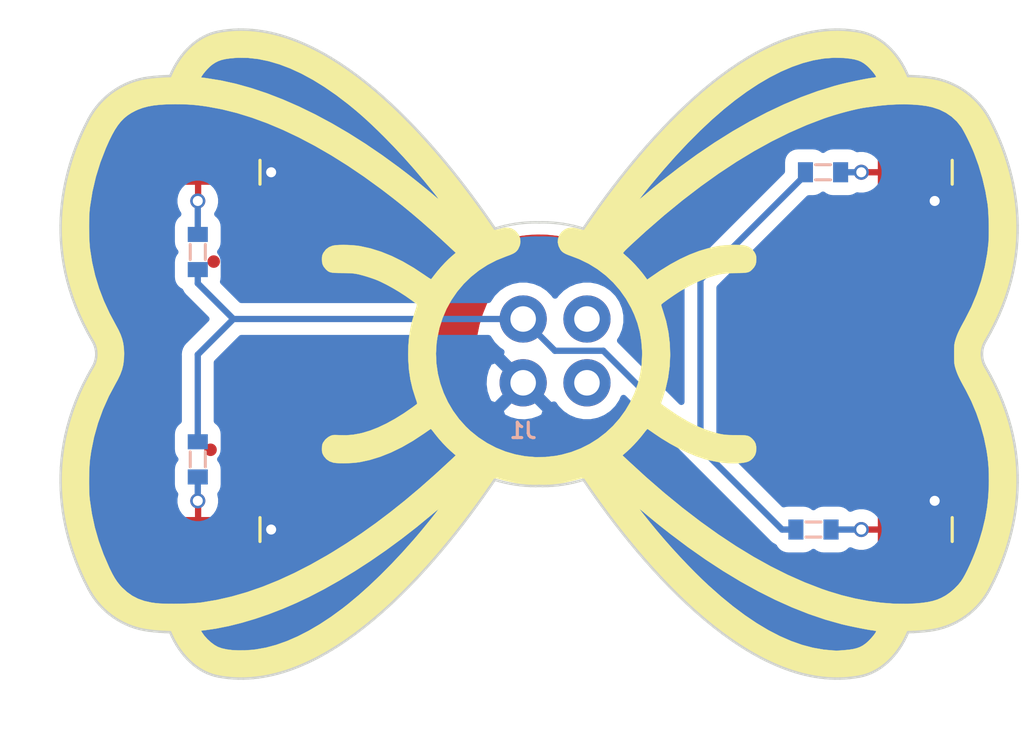
<source format=kicad_pcb>
(kicad_pcb (version 20171130) (host pcbnew 5.1.2)

  (general
    (thickness 1.6)
    (drawings 524)
    (tracks 38)
    (zones 0)
    (modules 17)
    (nets 9)
  )

  (page A4)
  (layers
    (0 F.Cu signal)
    (31 B.Cu signal)
    (32 B.Adhes user)
    (33 F.Adhes user)
    (34 B.Paste user)
    (35 F.Paste user)
    (36 B.SilkS user)
    (37 F.SilkS user)
    (38 B.Mask user)
    (39 F.Mask user)
    (40 Dwgs.User user)
    (41 Cmts.User user)
    (42 Eco1.User user)
    (43 Eco2.User user)
    (44 Edge.Cuts user)
    (45 Margin user)
    (46 B.CrtYd user)
    (47 F.CrtYd user)
    (48 B.Fab user)
    (49 F.Fab user)
  )

  (setup
    (last_trace_width 0.25)
    (trace_clearance 0.2)
    (zone_clearance 0.508)
    (zone_45_only no)
    (trace_min 0.2)
    (via_size 0.6)
    (via_drill 0.4)
    (via_min_size 0.4)
    (via_min_drill 0.3)
    (uvia_size 0.3)
    (uvia_drill 0.1)
    (uvias_allowed no)
    (uvia_min_size 0.2)
    (uvia_min_drill 0.1)
    (edge_width 0.15)
    (segment_width 0.2)
    (pcb_text_width 0.3)
    (pcb_text_size 1.5 1.5)
    (mod_edge_width 0.15)
    (mod_text_size 1 1)
    (mod_text_width 0.15)
    (pad_size 1.524 1.524)
    (pad_drill 0.762)
    (pad_to_mask_clearance 0.2)
    (aux_axis_origin 0 0)
    (visible_elements FFFFFF7F)
    (pcbplotparams
      (layerselection 0x010f0_ffffffff)
      (usegerberextensions false)
      (usegerberattributes false)
      (usegerberadvancedattributes false)
      (creategerberjobfile false)
      (excludeedgelayer true)
      (linewidth 0.100000)
      (plotframeref false)
      (viasonmask false)
      (mode 1)
      (useauxorigin false)
      (hpglpennumber 1)
      (hpglpenspeed 20)
      (hpglpendiameter 15.000000)
      (psnegative false)
      (psa4output false)
      (plotreference true)
      (plotvalue true)
      (plotinvisibletext false)
      (padsonsilk false)
      (subtractmaskfromsilk false)
      (outputformat 1)
      (mirror false)
      (drillshape 0)
      (scaleselection 1)
      (outputdirectory "gerbers/"))
  )

  (net 0 "")
  (net 1 "Net-(D1-PadA)")
  (net 2 GND)
  (net 3 "Net-(D2-PadA)")
  (net 4 "Net-(D3-PadA)")
  (net 5 "Net-(D4-PadA)")
  (net 6 +3V3)
  (net 7 "Net-(J1-Pad3)")
  (net 8 "Net-(J1-Pad4)")

  (net_class Default "This is the default net class."
    (clearance 0.2)
    (trace_width 0.25)
    (via_dia 0.6)
    (via_drill 0.4)
    (uvia_dia 0.3)
    (uvia_drill 0.1)
    (add_net +3V3)
    (add_net GND)
    (add_net "Net-(D1-PadA)")
    (add_net "Net-(D2-PadA)")
    (add_net "Net-(D3-PadA)")
    (add_net "Net-(D4-PadA)")
    (add_net "Net-(J1-Pad3)")
    (add_net "Net-(J1-Pad4)")
  )

  (module Fiducials:Fiducial_0.5mm_Dia_1mm_Outer (layer F.Cu) (tedit 59FE02FD) (tstamp 5D16FA36)
    (at 13.081 -3.937 180)
    (descr "Circular Fiducial, 0.5mm bare copper top; 1mm keepout (Level C)")
    (tags marker)
    (attr virtual)
    (fp_text reference REF** (at 0 -1.5) (layer F.SilkS) hide
      (effects (font (size 1 1) (thickness 0.15)))
    )
    (fp_text value Fiducial_0.5mm_Dia_1mm_Outer (at 0 1.5) (layer F.Fab) hide
      (effects (font (size 1 1) (thickness 0.15)))
    )
    (fp_circle (center 0 0) (end 0.75 0) (layer F.CrtYd) (width 0.05))
    (fp_text user %R (at 0 0) (layer F.Fab) hide
      (effects (font (size 0.2 0.2) (thickness 0.04)))
    )
    (fp_circle (center 0 0) (end 0.5 0) (layer F.Fab) (width 0.1))
    (pad ~ smd circle (at 0 0 180) (size 0.5 0.5) (layers F.Cu F.Mask)
      (solder_mask_margin 0.25) (clearance 0.25))
  )

  (module Fiducials:Fiducial_0.5mm_Dia_1mm_Outer (layer F.Cu) (tedit 59FE02FD) (tstamp 5D16FA2F)
    (at 8.763 -0.127 180)
    (descr "Circular Fiducial, 0.5mm bare copper top; 1mm keepout (Level C)")
    (tags marker)
    (attr virtual)
    (fp_text reference REF** (at 0 -1.5) (layer F.SilkS) hide
      (effects (font (size 1 1) (thickness 0.15)))
    )
    (fp_text value Fiducial_0.5mm_Dia_1mm_Outer (at 0 1.5) (layer F.Fab) hide
      (effects (font (size 1 1) (thickness 0.15)))
    )
    (fp_circle (center 0 0) (end 0.75 0) (layer F.CrtYd) (width 0.05))
    (fp_text user %R (at 0 0) (layer F.Fab) hide
      (effects (font (size 0.2 0.2) (thickness 0.04)))
    )
    (fp_circle (center 0 0) (end 0.5 0) (layer F.Fab) (width 0.1))
    (pad ~ smd circle (at 0 0 180) (size 0.5 0.5) (layers F.Cu F.Mask)
      (solder_mask_margin 0.25) (clearance 0.25))
  )

  (module Fiducials:Fiducial_0.5mm_Dia_1mm_Outer (layer F.Cu) (tedit 59FE02FD) (tstamp 5D16FA28)
    (at 12.954 3.556 180)
    (descr "Circular Fiducial, 0.5mm bare copper top; 1mm keepout (Level C)")
    (tags marker)
    (attr virtual)
    (fp_text reference REF** (at 0 -1.5) (layer F.SilkS) hide
      (effects (font (size 1 1) (thickness 0.15)))
    )
    (fp_text value Fiducial_0.5mm_Dia_1mm_Outer (at 0 1.5) (layer F.Fab) hide
      (effects (font (size 1 1) (thickness 0.15)))
    )
    (fp_circle (center 0 0) (end 0.75 0) (layer F.CrtYd) (width 0.05))
    (fp_text user %R (at 0 0) (layer F.Fab) hide
      (effects (font (size 0.2 0.2) (thickness 0.04)))
    )
    (fp_circle (center 0 0) (end 0.5 0) (layer F.Fab) (width 0.1))
    (pad ~ smd circle (at 0 0 180) (size 0.5 0.5) (layers F.Cu F.Mask)
      (solder_mask_margin 0.25) (clearance 0.25))
  )

  (module Fiducials:Fiducial_0.5mm_Dia_1mm_Outer (layer F.Cu) (tedit 59FE02FD) (tstamp 5D16FA0E)
    (at -12.954 -3.683)
    (descr "Circular Fiducial, 0.5mm bare copper top; 1mm keepout (Level C)")
    (tags marker)
    (attr virtual)
    (fp_text reference REF** (at 0 -1.5) (layer F.SilkS) hide
      (effects (font (size 1 1) (thickness 0.15)))
    )
    (fp_text value Fiducial_0.5mm_Dia_1mm_Outer (at 0 1.5) (layer F.Fab) hide
      (effects (font (size 1 1) (thickness 0.15)))
    )
    (fp_circle (center 0 0) (end 0.5 0) (layer F.Fab) (width 0.1))
    (fp_text user %R (at 0 0) (layer F.Fab) hide
      (effects (font (size 0.2 0.2) (thickness 0.04)))
    )
    (fp_circle (center 0 0) (end 0.75 0) (layer F.CrtYd) (width 0.05))
    (pad ~ smd circle (at 0 0) (size 0.5 0.5) (layers F.Cu F.Mask)
      (solder_mask_margin 0.25) (clearance 0.25))
  )

  (module Fiducials:Fiducial_0.5mm_Dia_1mm_Outer (layer F.Cu) (tedit 59FE02FD) (tstamp 5D16F9FF)
    (at -8.763 0)
    (descr "Circular Fiducial, 0.5mm bare copper top; 1mm keepout (Level C)")
    (tags marker)
    (attr virtual)
    (fp_text reference REF** (at 0 -1.5) (layer F.SilkS) hide
      (effects (font (size 1 1) (thickness 0.15)))
    )
    (fp_text value Fiducial_0.5mm_Dia_1mm_Outer (at 0 1.5) (layer F.Fab) hide
      (effects (font (size 1 1) (thickness 0.15)))
    )
    (fp_circle (center 0 0) (end 0.5 0) (layer F.Fab) (width 0.1))
    (fp_text user %R (at 0 0) (layer F.Fab) hide
      (effects (font (size 0.2 0.2) (thickness 0.04)))
    )
    (fp_circle (center 0 0) (end 0.75 0) (layer F.CrtYd) (width 0.05))
    (pad ~ smd circle (at 0 0) (size 0.5 0.5) (layers F.Cu F.Mask)
      (solder_mask_margin 0.25) (clearance 0.25))
  )

  (module Fiducials:Fiducial_0.5mm_Dia_1mm_Outer (layer F.Cu) (tedit 59FE02FD) (tstamp 5D16F9BA)
    (at -13.081 3.81)
    (descr "Circular Fiducial, 0.5mm bare copper top; 1mm keepout (Level C)")
    (tags marker)
    (attr virtual)
    (fp_text reference REF** (at 0 -1.5) (layer F.SilkS) hide
      (effects (font (size 1 1) (thickness 0.15)))
    )
    (fp_text value Fiducial_0.5mm_Dia_1mm_Outer (at 0 1.5) (layer F.Fab) hide
      (effects (font (size 1 1) (thickness 0.15)))
    )
    (fp_circle (center 0 0) (end 0.5 0) (layer F.Fab) (width 0.1))
    (fp_text user %R (at 0 0) (layer F.Fab) hide
      (effects (font (size 0.2 0.2) (thickness 0.04)))
    )
    (fp_circle (center 0 0) (end 0.75 0) (layer F.CrtYd) (width 0.05))
    (pad ~ smd circle (at 0 0) (size 0.5 0.5) (layers F.Cu F.Mask)
      (solder_mask_margin 0.25) (clearance 0.25))
  )

  (module Sparkfun_Connectors:2X3 (layer B.Cu) (tedit 5D16DB1E) (tstamp 5D16EFD3)
    (at -0.635 -1.397)
    (descr "PLATED THROUGH HOLE - 2X3")
    (tags "PLATED THROUGH HOLE - 2X3")
    (path /5D16FFD1)
    (attr virtual)
    (fp_text reference J1 (at 0 4.445) (layer B.SilkS)
      (effects (font (size 0.6096 0.6096) (thickness 0.127)) (justify mirror))
    )
    (fp_text value Conn_02x02_Odd_Even (at 0 -2.286) (layer B.SilkS) hide
      (effects (font (size 0.6096 0.6096) (thickness 0.127)) (justify mirror))
    )
    (pad 1 thru_hole circle (at 0 0) (size 1.8796 1.8796) (drill 1.016) (layers *.Cu *.Mask)
      (net 6 +3V3) (solder_mask_margin 0.1016))
    (pad 2 thru_hole circle (at 0 2.54) (size 1.8796 1.8796) (drill 1.016) (layers *.Cu *.Mask)
      (net 2 GND) (solder_mask_margin 0.1016))
    (pad 3 thru_hole circle (at 2.54 0) (size 1.8796 1.8796) (drill 1.016) (layers *.Cu *.Mask)
      (net 7 "Net-(J1-Pad3)") (solder_mask_margin 0.1016))
    (pad 4 thru_hole circle (at 2.54 2.54) (size 1.8796 1.8796) (drill 1.016) (layers *.Cu *.Mask)
      (net 8 "Net-(J1-Pad4)") (solder_mask_margin 0.1016))
  )

  (module LOGO (layer F.Cu) (tedit 0) (tstamp 0)
    (at 0 0)
    (fp_text reference G*** (at 0 0) (layer F.SilkS) hide
      (effects (font (size 1.524 1.524) (thickness 0.3)))
    )
    (fp_text value LOGO (at 0.75 0) (layer F.SilkS) hide
      (effects (font (size 1.524 1.524) (thickness 0.3)))
    )
    (fp_poly (pts (xy -11.640514 -12.293325) (xy -11.486597 -12.287813) (xy -11.364592 -12.278105) (xy -10.925502 -12.20974)
      (xy -10.481969 -12.103531) (xy -10.033335 -11.95913) (xy -9.578946 -11.776194) (xy -9.118143 -11.554375)
      (xy -8.650272 -11.293328) (xy -8.174675 -10.992708) (xy -7.690695 -10.652169) (xy -7.197677 -10.271364)
      (xy -6.694965 -9.849948) (xy -6.604167 -9.770433) (xy -6.481752 -9.65961) (xy -6.33599 -9.522771)
      (xy -6.172086 -9.365153) (xy -5.995246 -9.191994) (xy -5.810675 -9.008533) (xy -5.623578 -8.820007)
      (xy -5.439163 -8.631654) (xy -5.262633 -8.448711) (xy -5.099195 -8.276418) (xy -4.954054 -8.120011)
      (xy -4.856159 -8.011583) (xy -4.286774 -7.35108) (xy -3.723578 -6.659104) (xy -3.174916 -5.946462)
      (xy -2.649132 -5.223961) (xy -2.204442 -4.577292) (xy -2.142285 -4.485997) (xy -2.087528 -4.408783)
      (xy -2.044742 -4.351851) (xy -2.018499 -4.321407) (xy -2.013343 -4.318) (xy -1.986472 -4.326198)
      (xy -1.932533 -4.347768) (xy -1.862818 -4.378177) (xy -1.857516 -4.380575) (xy -1.539001 -4.506275)
      (xy -1.193171 -4.608524) (xy -0.829008 -4.685658) (xy -0.455492 -4.736017) (xy -0.081603 -4.757938)
      (xy 0.169333 -4.755711) (xy 0.290697 -4.748889) (xy 0.42472 -4.737664) (xy 0.563551 -4.723092)
      (xy 0.699333 -4.706224) (xy 0.824214 -4.688114) (xy 0.930339 -4.669815) (xy 1.009854 -4.652379)
      (xy 1.054618 -4.637021) (xy 1.051619 -4.624044) (xy 1.011403 -4.605423) (xy 0.938384 -4.5832)
      (xy 0.938201 -4.583152) (xy 0.585083 -4.470282) (xy 0.229953 -4.319882) (xy -0.120452 -4.135841)
      (xy -0.459395 -3.922048) (xy -0.780139 -3.682392) (xy -1.075945 -3.420762) (xy -1.076655 -3.420077)
      (xy -1.378005 -3.09989) (xy -1.64753 -2.752974) (xy -1.883848 -2.382016) (xy -2.085575 -1.989706)
      (xy -2.25133 -1.57873) (xy -2.379731 -1.151777) (xy -2.469238 -0.712526) (xy -2.487079 -0.562867)
      (xy -2.499507 -0.383267) (xy -2.506522 -0.184617) (xy -2.508128 0.022197) (xy -2.504324 0.226285)
      (xy -2.495115 0.416758) (xy -2.4805 0.582729) (xy -2.469019 0.66675) (xy -2.396898 1.037789)
      (xy -2.304236 1.382263) (xy -2.187144 1.712525) (xy -2.041731 2.040931) (xy -2.026689 2.071698)
      (xy -1.812889 2.458394) (xy -1.565096 2.821382) (xy -1.28562 3.158731) (xy -0.976771 3.468507)
      (xy -0.640859 3.748779) (xy -0.280195 3.997613) (xy 0.10291 4.213078) (xy 0.506148 4.393242)
      (xy 0.915704 4.53284) (xy 0.988271 4.556388) (xy 1.03736 4.577189) (xy 1.055489 4.591873)
      (xy 1.053287 4.594864) (xy 1.012646 4.608025) (xy 0.938096 4.624284) (xy 0.837829 4.642321)
      (xy 0.720039 4.660815) (xy 0.592919 4.678446) (xy 0.464661 4.693894) (xy 0.391583 4.701469)
      (xy 0.042999 4.71828) (xy -0.322906 4.704927) (xy -0.69546 4.663007) (xy -1.063992 4.594115)
      (xy -1.417831 4.499846) (xy -1.74625 4.381819) (xy -1.836427 4.344739) (xy -1.914444 4.313196)
      (xy -1.970538 4.291107) (xy -1.992429 4.283074) (xy -2.010835 4.288661) (xy -2.040523 4.316068)
      (xy -2.083845 4.368279) (xy -2.143157 4.44828) (xy -2.220811 4.559055) (xy -2.289814 4.660151)
      (xy -2.750949 5.323547) (xy -3.222462 5.967927) (xy -3.702343 6.591066) (xy -4.188585 7.190736)
      (xy -4.679178 7.764711) (xy -5.172114 8.310764) (xy -5.665385 8.826668) (xy -6.156982 9.310197)
      (xy -6.644897 9.759124) (xy -7.127122 10.171222) (xy -7.58825 10.534196) (xy -8.075235 10.883853)
      (xy -8.55358 11.193031) (xy -9.024655 11.462382) (xy -9.489831 11.692561) (xy -9.950477 11.884222)
      (xy -10.407962 12.038017) (xy -10.863658 12.154601) (xy -11.070167 12.195397) (xy -11.179824 12.210768)
      (xy -11.320335 12.223983) (xy -11.482575 12.234778) (xy -11.657419 12.242887) (xy -11.835742 12.248046)
      (xy -12.008421 12.249992) (xy -12.16633 12.24846) (xy -12.300344 12.243186) (xy -12.401105 12.233938)
      (xy -12.668452 12.185328) (xy -12.903859 12.1173) (xy -13.114249 12.02723) (xy -13.306542 11.912491)
      (xy -13.370987 11.865915) (xy -13.547121 11.712496) (xy -13.718502 11.524822) (xy -13.879568 11.310964)
      (xy -14.02476 11.078993) (xy -14.148518 10.836979) (xy -14.242751 10.600483) (xy -14.280383 10.489771)
      (xy -14.6279 10.484624) (xy -14.866748 10.478067) (xy -15.09669 10.465961) (xy -15.309573 10.448968)
      (xy -15.497245 10.42775) (xy -15.651554 10.402968) (xy -15.663333 10.400624) (xy -15.982104 10.314675)
      (xy -16.285869 10.18994) (xy -16.571132 10.028366) (xy -16.834395 9.831899) (xy -17.045557 9.631197)
      (xy -17.157318 9.505594) (xy -17.257524 9.376946) (xy -17.351645 9.236843) (xy -17.445151 9.07688)
      (xy -17.543511 8.888647) (xy -17.589714 8.79475) (xy -17.838218 8.238984) (xy -18.046716 7.678138)
      (xy -18.216572 7.107513) (xy -18.349147 6.522412) (xy -18.445805 5.918138) (xy -18.461584 5.789083)
      (xy -18.473303 5.653864) (xy -18.481682 5.485533) (xy -18.486788 5.293176) (xy -18.488688 5.085877)
      (xy -18.488162 4.995333) (xy -16.277022 4.995333) (xy -16.259229 5.553549) (xy -16.20528 6.101737)
      (xy -16.11432 6.643801) (xy -15.985494 7.183647) (xy -15.817946 7.725179) (xy -15.610822 8.272303)
      (xy -15.505267 8.519583) (xy -15.389702 8.771935) (xy -15.280926 8.988736) (xy -15.175671 9.175558)
      (xy -15.070666 9.337972) (xy -14.962642 9.481548) (xy -14.892215 9.564109) (xy -14.654378 9.80086)
      (xy -14.396724 10.000608) (xy -14.116917 10.164906) (xy -13.81262 10.295308) (xy -13.768917 10.310611)
      (xy -13.709755 10.330563) (xy -13.660166 10.345133) (xy -13.613382 10.354178) (xy -13.562637 10.357552)
      (xy -13.501164 10.35511) (xy -13.422197 10.346708) (xy -13.318969 10.3322) (xy -13.184714 10.311442)
      (xy -13.086968 10.296008) (xy -12.497435 10.185375) (xy -11.901737 10.038602) (xy -11.298704 9.855222)
      (xy -10.687172 9.634767) (xy -10.065972 9.37677) (xy -9.433938 9.080763) (xy -8.789902 8.746277)
      (xy -8.132699 8.372846) (xy -7.821083 8.185066) (xy -7.170457 7.76974) (xy -6.511654 7.317281)
      (xy -5.848905 6.831033) (xy -5.186437 6.314339) (xy -4.528479 5.770543) (xy -3.87926 5.202987)
      (xy -3.243008 4.615015) (xy -2.955354 4.338128) (xy -2.576957 3.969135) (xy -2.637854 3.922267)
      (xy -2.680793 3.889701) (xy -2.747215 3.839878) (xy -2.82656 3.780703) (xy -2.878457 3.742158)
      (xy -3.016447 3.632381) (xy -3.169282 3.498127) (xy -3.32683 3.349096) (xy -3.478958 3.194991)
      (xy -3.615536 3.045514) (xy -3.658628 2.995083) (xy -3.909715 2.663846) (xy -4.133697 2.304762)
      (xy -4.326693 1.925382) (xy -4.484821 1.533255) (xy -4.594057 1.175911) (xy -4.633609 1.019505)
      (xy -4.664717 0.885035) (xy -4.688376 0.76373) (xy -4.705581 0.646818) (xy -4.717325 0.525526)
      (xy -4.724605 0.391081) (xy -4.728414 0.234712) (xy -4.729748 0.047647) (xy -4.729815 -0.021167)
      (xy -4.729071 -0.220088) (xy -4.726174 -0.385463) (xy -4.72013 -0.526066) (xy -4.709945 -0.650667)
      (xy -4.694623 -0.76804) (xy -4.673169 -0.886957) (xy -4.644589 -1.01619) (xy -4.607888 -1.16451)
      (xy -4.594057 -1.218244) (xy -4.465154 -1.632308) (xy -4.297146 -2.0332) (xy -4.09199 -2.418036)
      (xy -3.851644 -2.783932) (xy -3.578068 -3.128006) (xy -3.273218 -3.447371) (xy -2.939055 -3.739146)
      (xy -2.81992 -3.830947) (xy -2.581256 -4.009003) (xy -2.735253 -4.165657) (xy -2.901613 -4.331577)
      (xy -3.094715 -4.518493) (xy -3.308397 -4.720764) (xy -3.536501 -4.932747) (xy -3.772867 -5.148799)
      (xy -4.011334 -5.363278) (xy -4.245744 -5.570541) (xy -4.469936 -5.764947) (xy -4.624917 -5.896605)
      (xy -5.336178 -6.477597) (xy -6.04199 -7.019963) (xy -6.741953 -7.523495) (xy -7.435665 -7.987986)
      (xy -8.122727 -8.413226) (xy -8.802736 -8.799008) (xy -9.475293 -9.145123) (xy -10.139996 -9.451365)
      (xy -10.796444 -9.717524) (xy -11.444236 -9.943392) (xy -12.082973 -10.128763) (xy -12.712252 -10.273426)
      (xy -13.229167 -10.362738) (xy -13.359472 -10.38145) (xy -13.455996 -10.393966) (xy -13.526789 -10.400598)
      (xy -13.579899 -10.401657) (xy -13.623376 -10.397453) (xy -13.665269 -10.388297) (xy -13.692707 -10.380639)
      (xy -13.856433 -10.324016) (xy -14.034529 -10.247002) (xy -14.209934 -10.157564) (xy -14.351503 -10.072964)
      (xy -14.557437 -9.926749) (xy -14.739694 -9.770543) (xy -14.903424 -9.598184) (xy -15.053778 -9.40351)
      (xy -15.195906 -9.180358) (xy -15.334959 -8.922566) (xy -15.366792 -8.85825) (xy -15.623995 -8.284882)
      (xy -15.839597 -7.704511) (xy -16.013518 -7.117404) (xy -16.145674 -6.523828) (xy -16.214792 -6.093549)
      (xy -16.234932 -5.91174) (xy -16.251275 -5.698608) (xy -16.263551 -5.464934) (xy -16.271488 -5.221502)
      (xy -16.274816 -4.979096) (xy -16.273264 -4.748498) (xy -16.266561 -4.540492) (xy -16.257366 -4.398289)
      (xy -16.188055 -3.826772) (xy -16.077028 -3.260894) (xy -15.924212 -2.700421) (xy -15.729531 -2.145115)
      (xy -15.49291 -1.594741) (xy -15.214274 -1.049062) (xy -15.166281 -0.963046) (xy -15.070232 -0.785268)
      (xy -14.997295 -0.631105) (xy -14.943978 -0.491236) (xy -14.906794 -0.356345) (xy -14.882253 -0.217111)
      (xy -14.879752 -0.197741) (xy -14.867539 -0.009674) (xy -14.879966 0.173616) (xy -14.918765 0.359043)
      (xy -14.98567 0.553524) (xy -15.082415 0.763974) (xy -15.154835 0.899583) (xy -15.408357 1.37984)
      (xy -15.625694 1.847509) (xy -15.808872 2.308221) (xy -15.959921 2.767604) (xy -16.080868 3.231287)
      (xy -16.17374 3.704898) (xy -16.180518 3.7465) (xy -16.216195 3.985122) (xy -16.242542 4.202733)
      (xy -16.260649 4.41344) (xy -16.271606 4.63135) (xy -16.276504 4.870571) (xy -16.277022 4.995333)
      (xy -18.488162 4.995333) (xy -18.487448 4.87272) (xy -18.483137 4.662791) (xy -18.47582 4.465174)
      (xy -18.465565 4.288954) (xy -18.452437 4.143215) (xy -18.449269 4.116917) (xy -18.363643 3.570835)
      (xy -18.247678 3.045082) (xy -18.099384 2.533772) (xy -17.916776 2.031017) (xy -17.697864 1.530931)
      (xy -17.44066 1.027627) (xy -17.352663 0.869714) (xy -17.227193 0.62026) (xy -17.140931 0.381291)
      (xy -17.093155 0.149236) (xy -17.083139 -0.079472) (xy -17.11016 -0.308404) (xy -17.111912 -0.317178)
      (xy -17.14333 -0.449834) (xy -17.18349 -0.572675) (xy -17.237349 -0.697901) (xy -17.30986 -0.837714)
      (xy -17.357373 -0.9216) (xy -17.643159 -1.456955) (xy -17.888933 -2.005975) (xy -18.094532 -2.56816)
      (xy -18.259789 -3.14301) (xy -18.384539 -3.730025) (xy -18.46048 -4.2545) (xy -18.472687 -4.39675)
      (xy -18.481381 -4.571862) (xy -18.486622 -4.770512) (xy -18.488468 -4.983381) (xy -18.48698 -5.201146)
      (xy -18.482217 -5.414485) (xy -18.474236 -5.614079) (xy -18.463099 -5.790604) (xy -18.449865 -5.926667)
      (xy -18.359396 -6.517223) (xy -18.23383 -7.089482) (xy -18.071501 -7.649086) (xy -17.87074 -8.201677)
      (xy -17.62988 -8.752898) (xy -17.589573 -8.837083) (xy -17.487399 -9.0405) (xy -17.392421 -9.211955)
      (xy -17.299158 -9.359876) (xy -17.202128 -9.492694) (xy -17.095849 -9.618835) (xy -17.045557 -9.673531)
      (xy -16.803228 -9.901022) (xy -16.537979 -10.093101) (xy -16.251012 -10.249143) (xy -15.943529 -10.368525)
      (xy -15.61673 -10.450623) (xy -15.515167 -10.467879) (xy -15.434666 -10.477998) (xy -15.32633 -10.488597)
      (xy -15.197686 -10.499233) (xy -15.056263 -10.509463) (xy -14.909591 -10.518845) (xy -14.765197 -10.526935)
      (xy -14.630612 -10.53329) (xy -14.513362 -10.537467) (xy -14.420979 -10.539024) (xy -14.360989 -10.537518)
      (xy -14.350453 -10.536405) (xy -14.318055 -10.534014) (xy -14.294893 -10.543573) (xy -14.274363 -10.57291)
      (xy -14.24986 -10.629855) (xy -14.231829 -10.67702) (xy -14.08726 -11.006296) (xy -13.913765 -11.304934)
      (xy -13.711501 -11.572687) (xy -13.568432 -11.726333) (xy -13.378276 -11.897364) (xy -13.187878 -12.031473)
      (xy -12.988697 -12.133251) (xy -12.772188 -12.20729) (xy -12.601552 -12.245854) (xy -12.48772 -12.26203)
      (xy -12.341803 -12.275253) (xy -12.173962 -12.285259) (xy -11.994359 -12.291783) (xy -11.813156 -12.29456)
      (xy -11.640514 -12.293325)) (layer F.Cu) (width 0.01))
    (fp_poly (pts (xy 2.925631 4.308944) (xy 3.555332 4.909368) (xy 4.210268 5.497605) (xy 4.88402 6.06846)
      (xy 5.570175 6.616737) (xy 6.262314 7.137242) (xy 6.954023 7.624779) (xy 7.33425 7.878491)
      (xy 7.966066 8.275975) (xy 8.596889 8.642232) (xy 9.224573 8.976317) (xy 9.846978 9.277285)
      (xy 10.461959 9.544192) (xy 11.067373 9.776092) (xy 11.661077 9.972041) (xy 12.240927 10.131093)
      (xy 12.65069 10.222646) (xy 12.793856 10.248722) (xy 12.966954 10.275947) (xy 13.158749 10.30292)
      (xy 13.358004 10.328241) (xy 13.553483 10.350508) (xy 13.73395 10.36832) (xy 13.888169 10.380277)
      (xy 13.936028 10.382922) (xy 14.042676 10.38852) (xy 14.139787 10.394632) (xy 14.216165 10.400491)
      (xy 14.258663 10.405023) (xy 14.325076 10.415026) (xy 14.254481 10.604908) (xy 14.115856 10.931089)
      (xy 13.954905 11.22287) (xy 13.770107 11.482721) (xy 13.589148 11.684339) (xy 13.441464 11.822082)
      (xy 13.294458 11.936507) (xy 13.142545 12.029532) (xy 12.980143 12.103076) (xy 12.801669 12.159058)
      (xy 12.60154 12.199398) (xy 12.374171 12.226014) (xy 12.11398 12.240825) (xy 11.959167 12.244571)
      (xy 11.817559 12.246267) (xy 11.686909 12.246999) (xy 11.574298 12.246796) (xy 11.486808 12.245682)
      (xy 11.43152 12.243685) (xy 11.419417 12.242562) (xy 11.236434 12.215389) (xy 11.085037 12.191168)
      (xy 10.954769 12.167918) (xy 10.835172 12.143658) (xy 10.715786 12.116405) (xy 10.593917 12.086162)
      (xy 10.156024 11.956201) (xy 9.711482 11.787981) (xy 9.259695 11.581154) (xy 8.800067 11.335369)
      (xy 8.332004 11.050276) (xy 7.854909 10.725524) (xy 7.368188 10.360764) (xy 6.871246 9.955645)
      (xy 6.653997 9.76871) (xy 6.538191 9.66485) (xy 6.398911 9.535558) (xy 6.241658 9.386264)
      (xy 6.071929 9.222402) (xy 5.895224 9.049404) (xy 5.717043 8.872704) (xy 5.542883 8.697733)
      (xy 5.378245 8.529924) (xy 5.228627 8.37471) (xy 5.099528 8.237524) (xy 5.054778 8.188818)
      (xy 4.492867 7.552138) (xy 3.932865 6.878494) (xy 3.378923 6.173196) (xy 2.835193 5.441555)
      (xy 2.305826 4.68888) (xy 2.219052 4.561417) (xy 2.144641 4.45141) (xy 2.077931 4.352436)
      (xy 2.022729 4.270171) (xy 1.982843 4.210292) (xy 1.96208 4.178477) (xy 1.960432 4.175766)
      (xy 1.970718 4.152829) (xy 2.020373 4.116355) (xy 2.10967 4.066153) (xy 2.131688 4.054766)
      (xy 2.222157 4.007805) (xy 2.307691 3.962227) (xy 2.374972 3.925175) (xy 2.396464 3.912759)
      (xy 2.475178 3.865934) (xy 2.925631 4.308944)) (layer F.Cu) (width 0.01))
    (fp_poly (pts (xy 12.013033 -12.291485) (xy 12.192969 -12.284731) (xy 12.359498 -12.274348) (xy 12.502445 -12.260587)
      (xy 12.596173 -12.246729) (xy 12.825136 -12.19414) (xy 13.024205 -12.125339) (xy 13.204227 -12.035629)
      (xy 13.376044 -11.92031) (xy 13.409714 -11.894284) (xy 13.624085 -11.699999) (xy 13.817803 -11.4713)
      (xy 13.99166 -11.207056) (xy 14.146447 -10.906136) (xy 14.21673 -10.742083) (xy 14.327656 -10.466917)
      (xy 14.270536 -10.453546) (xy 14.220136 -10.44628) (xy 14.144375 -10.440389) (xy 14.06525 -10.437304)
      (xy 13.941234 -10.432033) (xy 13.787402 -10.420279) (xy 13.600374 -10.401724) (xy 13.37677 -10.376048)
      (xy 13.250333 -10.360457) (xy 12.69865 -10.27272) (xy 12.131838 -10.146581) (xy 11.551123 -9.982685)
      (xy 10.957733 -9.781674) (xy 10.352893 -9.544194) (xy 9.737829 -9.270889) (xy 9.113768 -8.962403)
      (xy 8.481936 -8.61938) (xy 7.84356 -8.242466) (xy 7.199866 -7.832303) (xy 6.552079 -7.389536)
      (xy 5.901427 -6.91481) (xy 5.249136 -6.408769) (xy 4.596431 -5.872056) (xy 4.418324 -5.720282)
      (xy 4.08858 -5.434005) (xy 3.783021 -5.161765) (xy 3.490887 -4.893703) (xy 3.201416 -4.619964)
      (xy 2.939397 -4.365625) (xy 2.824879 -4.253532) (xy 2.720326 -4.151751) (xy 2.629479 -4.063879)
      (xy 2.556078 -3.993514) (xy 2.503864 -3.944252) (xy 2.476578 -3.919691) (xy 2.473491 -3.917586)
      (xy 2.453083 -3.927644) (xy 2.402402 -3.954) (xy 2.328491 -3.992957) (xy 2.23839 -4.040817)
      (xy 2.211917 -4.054937) (xy 2.119618 -4.106023) (xy 2.043179 -4.151797) (xy 1.989264 -4.188)
      (xy 1.964538 -4.210373) (xy 1.963745 -4.213545) (xy 1.979621 -4.245226) (xy 2.01779 -4.307345)
      (xy 2.075617 -4.396124) (xy 2.150468 -4.507785) (xy 2.239706 -4.638551) (xy 2.340696 -4.784643)
      (xy 2.450804 -4.942285) (xy 2.567395 -5.107698) (xy 2.687832 -5.277105) (xy 2.809482 -5.446728)
      (xy 2.929709 -5.612789) (xy 3.045878 -5.77151) (xy 3.126114 -5.879912) (xy 3.640964 -6.554551)
      (xy 4.154946 -7.193869) (xy 4.667563 -7.797482) (xy 5.17832 -8.365004) (xy 5.686722 -8.896052)
      (xy 6.192273 -9.39024) (xy 6.694478 -9.847183) (xy 7.192841 -10.266497) (xy 7.686867 -10.647797)
      (xy 8.17606 -10.990698) (xy 8.659926 -11.294815) (xy 9.137967 -11.559763) (xy 9.60969 -11.785159)
      (xy 10.074599 -11.970616) (xy 10.532198 -12.11575) (xy 10.981991 -12.220176) (xy 11.362735 -12.277191)
      (xy 11.494541 -12.287464) (xy 11.653644 -12.293103) (xy 11.829866 -12.29436) (xy 12.013033 -12.291485)) (layer F.Cu) (width 0.01))
  )

  (module LOGO (layer F.Cu) (tedit 0) (tstamp 0)
    (at 0 0)
    (fp_text reference G*** (at 0 0) (layer F.SilkS) hide
      (effects (font (size 1.524 1.524) (thickness 0.3)))
    )
    (fp_text value LOGO (at 0.75 0) (layer F.SilkS) hide
      (effects (font (size 1.524 1.524) (thickness 0.3)))
    )
    (fp_poly (pts (xy 12.412082 -12.884542) (xy 12.721909 -12.841449) (xy 12.997897 -12.776761) (xy 13.238816 -12.690664)
      (xy 13.30325 -12.661086) (xy 13.566371 -12.510519) (xy 13.815459 -12.322303) (xy 14.047453 -12.099679)
      (xy 14.259291 -11.845884) (xy 14.447913 -11.564158) (xy 14.590875 -11.298593) (xy 14.70025 -11.071935)
      (xy 14.859 -11.070979) (xy 15.034852 -11.065004) (xy 15.234766 -11.050108) (xy 15.441822 -11.027974)
      (xy 15.639098 -11.000285) (xy 15.733765 -10.983959) (xy 16.084546 -10.897587) (xy 16.420406 -10.772965)
      (xy 16.738338 -10.612164) (xy 17.035332 -10.417255) (xy 17.308379 -10.19031) (xy 17.554469 -9.933399)
      (xy 17.770593 -9.648595) (xy 17.846567 -9.529655) (xy 17.909441 -9.419668) (xy 17.983636 -9.279494)
      (xy 18.064762 -9.118256) (xy 18.148432 -8.945076) (xy 18.230256 -8.769078) (xy 18.305845 -8.599384)
      (xy 18.370811 -8.445119) (xy 18.383403 -8.41375) (xy 18.599711 -7.814145) (xy 18.775648 -7.205408)
      (xy 18.912098 -6.58411) (xy 19.000516 -6.021917) (xy 19.012643 -5.900652) (xy 19.022673 -5.745666)
      (xy 19.03056 -5.564624) (xy 19.036258 -5.36519) (xy 19.039721 -5.155029) (xy 19.040902 -4.941806)
      (xy 19.039756 -4.733184) (xy 19.036237 -4.53683) (xy 19.030298 -4.360408) (xy 19.021893 -4.211582)
      (xy 19.012032 -4.106333) (xy 18.929918 -3.561826) (xy 18.819268 -3.036218) (xy 18.678112 -2.523584)
      (xy 18.504481 -2.017994) (xy 18.296408 -1.513519) (xy 18.051924 -1.004233) (xy 17.867028 -0.657833)
      (xy 17.787465 -0.510108) (xy 17.728627 -0.389218) (xy 17.687686 -0.286824) (xy 17.661816 -0.194586)
      (xy 17.648186 -0.104165) (xy 17.64397 -0.007219) (xy 17.643954 0) (xy 17.647619 0.097712)
      (xy 17.660501 0.188318) (xy 17.685426 0.280158) (xy 17.725224 0.381574) (xy 17.782722 0.500903)
      (xy 17.860748 0.646486) (xy 17.867028 0.657833) (xy 18.136974 1.17365) (xy 18.369192 1.680688)
      (xy 18.56565 2.184875) (xy 18.728318 2.69214) (xy 18.859162 3.208411) (xy 18.960152 3.739616)
      (xy 19.012032 4.106333) (xy 19.021326 4.209994) (xy 19.02871 4.35318) (xy 19.034104 4.533123)
      (xy 19.037428 4.747056) (xy 19.038605 4.992209) (xy 19.038585 5.037667) (xy 19.038002 5.243339)
      (xy 19.03657 5.413628) (xy 19.033976 5.555481) (xy 19.029903 5.675843) (xy 19.024036 5.781661)
      (xy 19.01606 5.879883) (xy 19.00566 5.977454) (xy 18.99252 6.081321) (xy 18.990547 6.096)
      (xy 18.89876 6.657375) (xy 18.776241 7.204697) (xy 18.620483 7.747522) (xy 18.428975 8.295407)
      (xy 18.379139 8.424333) (xy 18.326479 8.551586) (xy 18.261124 8.699161) (xy 18.186893 8.859321)
      (xy 18.107608 9.024331) (xy 18.027091 9.186453) (xy 17.94916 9.337951) (xy 17.877638 9.471088)
      (xy 17.816346 9.578129) (xy 17.783278 9.630833) (xy 17.566234 9.919614) (xy 17.319255 10.179828)
      (xy 17.045364 10.409481) (xy 16.747582 10.606577) (xy 16.42893 10.769123) (xy 16.092429 10.895123)
      (xy 15.7411 10.982583) (xy 15.733765 10.983959) (xy 15.548511 11.013906) (xy 15.344523 11.039189)
      (xy 15.138722 11.058125) (xy 14.948028 11.069031) (xy 14.859 11.070978) (xy 14.70025 11.071935)
      (xy 14.590875 11.298592) (xy 14.424931 11.602058) (xy 14.233097 11.8804) (xy 14.018432 12.130384)
      (xy 13.783992 12.348773) (xy 13.532837 12.532332) (xy 13.30325 12.661112) (xy 13.093659 12.745551)
      (xy 12.850793 12.813072) (xy 12.580321 12.863351) (xy 12.287912 12.896066) (xy 11.979236 12.910894)
      (xy 11.659962 12.907512) (xy 11.33576 12.885596) (xy 11.012299 12.844824) (xy 10.787351 12.804485)
      (xy 10.305402 12.686506) (xy 9.81725 12.526897) (xy 9.323168 12.32586) (xy 8.823431 12.0836)
      (xy 8.318312 11.80032) (xy 7.808086 11.476226) (xy 7.293026 11.111519) (xy 6.773406 10.706405)
      (xy 6.2495 10.261087) (xy 5.721581 9.775769) (xy 5.189924 9.250656) (xy 4.654803 8.68595)
      (xy 4.11649 8.081855) (xy 3.575261 7.438577) (xy 3.567536 7.429137) (xy 3.372433 7.186991)
      (xy 3.164228 6.921993) (xy 2.948486 6.641605) (xy 2.730773 6.353287) (xy 2.594773 6.16986)
      (xy 4.0005 6.16986) (xy 4.013344 6.190221) (xy 4.049416 6.238647) (xy 4.10503 6.31053)
      (xy 4.176496 6.40126) (xy 4.260126 6.50623) (xy 4.352233 6.62083) (xy 4.449128 6.740452)
      (xy 4.547123 6.860488) (xy 4.642529 6.976328) (xy 4.72905 7.08025) (xy 5.00691 7.405069)
      (xy 5.301117 7.736531) (xy 5.604878 8.067454) (xy 5.9114 8.390656) (xy 6.213888 8.698956)
      (xy 6.505549 8.985171) (xy 6.737835 9.203848) (xy 7.233166 9.64343) (xy 7.719637 10.041838)
      (xy 8.197548 10.39923) (xy 8.667197 10.715762) (xy 9.128882 10.991592) (xy 9.582903 11.226878)
      (xy 10.029557 11.421776) (xy 10.469143 11.576443) (xy 10.901961 11.691038) (xy 11.328308 11.765716)
      (xy 11.662833 11.79671) (xy 11.736451 11.800987) (xy 11.797914 11.804893) (xy 11.821583 11.806604)
      (xy 11.858547 11.806351) (xy 11.927744 11.803112) (xy 12.019224 11.79744) (xy 12.121405 11.790011)
      (xy 12.329071 11.769943) (xy 12.501994 11.743521) (xy 12.647583 11.708327) (xy 12.773243 11.661946)
      (xy 12.886383 11.601962) (xy 12.99441 11.525958) (xy 13.036774 11.491437) (xy 13.107517 11.427072)
      (xy 13.181242 11.352015) (xy 13.252906 11.272488) (xy 13.317463 11.194713) (xy 13.36987 11.124911)
      (xy 13.405084 11.069303) (xy 13.418059 11.03411) (xy 13.414223 11.025879) (xy 13.380056 11.015997)
      (xy 13.318634 11.00486) (xy 13.260917 10.997048) (xy 13.182381 10.985723) (xy 13.070721 10.966633)
      (xy 12.934092 10.941419) (xy 12.780644 10.911718) (xy 12.618531 10.87917) (xy 12.455906 10.845415)
      (xy 12.30092 10.812091) (xy 12.161727 10.780837) (xy 12.046479 10.753294) (xy 12.038161 10.751204)
      (xy 11.392004 10.569062) (xy 10.735886 10.346368) (xy 10.070556 10.083529) (xy 9.39676 9.780951)
      (xy 8.715247 9.439039) (xy 8.026763 9.0582) (xy 7.332056 8.638838) (xy 6.631874 8.18136)
      (xy 5.926965 7.686172) (xy 5.218075 7.153679) (xy 4.79425 6.818946) (xy 4.669415 6.718006)
      (xy 4.541189 6.613352) (xy 4.418209 6.512102) (xy 4.309109 6.421373) (xy 4.222525 6.348282)
      (xy 4.206875 6.334862) (xy 4.129974 6.269567) (xy 4.06608 6.217068) (xy 4.02112 6.182101)
      (xy 4.00102 6.169406) (xy 4.0005 6.16986) (xy 2.594773 6.16986) (xy 2.516656 6.064503)
      (xy 2.311699 5.782712) (xy 2.121469 5.515378) (xy 1.951531 5.269961) (xy 1.89872 5.191878)
      (xy 1.822117 5.08076) (xy 1.764422 5.004054) (xy 1.723638 4.959361) (xy 1.697769 4.94428)
      (xy 1.693333 4.944879) (xy 1.661696 4.954653) (xy 1.59808 4.973063) (xy 1.511342 4.997584)
      (xy 1.410339 5.025691) (xy 1.397 5.029373) (xy 0.934106 5.136169) (xy 0.472817 5.2007)
      (xy 0.012342 5.222966) (xy -0.448113 5.202967) (xy -0.909338 5.140702) (xy -1.372126 5.036172)
      (xy -1.397 5.029373) (xy -1.499186 5.000924) (xy -1.588222 4.975628) (xy -1.655251 4.956038)
      (xy -1.691412 4.944705) (xy -1.693333 4.943992) (xy -1.724173 4.951886) (xy -1.765235 4.997412)
      (xy -1.788567 5.032241) (xy -1.831363 5.09742) (xy -1.89537 5.191313) (xy -1.976742 5.308511)
      (xy -2.071633 5.443605) (xy -2.176201 5.591186) (xy -2.286599 5.745845) (xy -2.398982 5.902173)
      (xy -2.509507 6.05476) (xy -2.614328 6.198199) (xy -2.695162 6.307667) (xy -3.183289 6.947853)
      (xy -3.678178 7.56365) (xy -4.177837 8.152965) (xy -4.680274 8.713703) (xy -5.183496 9.24377)
      (xy -5.685511 9.741073) (xy -6.184327 10.203518) (xy -6.677952 10.629011) (xy -7.164394 11.015458)
      (xy -7.199965 11.042381) (xy -7.562104 11.307554) (xy -7.909082 11.544494) (xy -8.250586 11.759241)
      (xy -8.596304 11.957834) (xy -8.955923 12.146315) (xy -9.027583 12.181957) (xy -9.480574 12.391042)
      (xy -9.918458 12.563267) (xy -10.345107 12.699614) (xy -10.764392 12.801062) (xy -11.180187 12.868593)
      (xy -11.596364 12.903187) (xy -11.895537 12.908279) (xy -12.0189 12.90667) (xy -12.132722 12.904428)
      (xy -12.227914 12.901786) (xy -12.295388 12.898982) (xy -12.319 12.897298) (xy -12.602123 12.85907)
      (xy -12.862809 12.805315) (xy -13.09518 12.73752) (xy -13.29336 12.657168) (xy -13.318852 12.644592)
      (xy -13.550679 12.506777) (xy -13.778165 12.332244) (xy -13.9961 12.126599) (xy -14.199272 11.895448)
      (xy -14.382471 11.644397) (xy -14.540487 11.379053) (xy -14.594645 11.2719) (xy -14.688827 11.075667)
      (xy -14.927372 11.061233) (xy -15.236608 11.038003) (xy -15.468675 11.011812) (xy -13.461354 11.011812)
      (xy -13.424635 11.074303) (xy -13.329595 11.210184) (xy -13.207157 11.346682) (xy -13.068291 11.473717)
      (xy -12.923965 11.581207) (xy -12.791615 11.656117) (xy -12.634423 11.713014) (xy -12.44289 11.755663)
      (xy -12.22267 11.78369) (xy -11.979417 11.796723) (xy -11.718784 11.794388) (xy -11.446426 11.776313)
      (xy -11.270014 11.7565) (xy -10.873326 11.685754) (xy -10.464282 11.575659) (xy -10.04428 11.426904)
      (xy -9.614717 11.240177) (xy -9.176989 11.016167) (xy -8.732493 10.755564) (xy -8.282627 10.459054)
      (xy -7.828787 10.127327) (xy -7.598833 9.946883) (xy -7.179778 9.596897) (xy -6.749441 9.211139)
      (xy -6.311636 8.793388) (xy -5.870177 8.347424) (xy -5.428876 7.877026) (xy -4.991547 7.385973)
      (xy -4.855903 7.228417) (xy -4.768658 7.125369) (xy -4.673192 7.011091) (xy -4.572945 6.889851)
      (xy -4.471357 6.765921) (xy -4.371866 6.643568) (xy -4.277913 6.527065) (xy -4.192937 6.42068)
      (xy -4.120377 6.328683) (xy -4.063673 6.255344) (xy -4.026264 6.204933) (xy -4.011591 6.18172)
      (xy -4.011905 6.180667) (xy -4.031521 6.193671) (xy -4.077551 6.229599) (xy -4.144265 6.28382)
      (xy -4.225938 6.351705) (xy -4.282391 6.399317) (xy -4.87644 6.888625) (xy -5.482604 7.359886)
      (xy -6.096985 7.810558) (xy -6.715684 8.238102) (xy -7.334802 8.639974) (xy -7.950442 9.013635)
      (xy -8.558703 9.356543) (xy -9.155688 9.666156) (xy -9.662583 9.906334) (xy -10.21046 10.141614)
      (xy -10.757993 10.352622) (xy -11.300571 10.537972) (xy -11.833582 10.696277) (xy -12.352414 10.826153)
      (xy -12.852457 10.926211) (xy -13.255302 10.986291) (xy -13.461354 11.011812) (xy -15.468675 11.011812)
      (xy -15.510595 11.007081) (xy -15.755975 10.966888) (xy -15.979391 10.915844) (xy -16.187482 10.852371)
      (xy -16.386892 10.774887) (xy -16.584261 10.681815) (xy -16.636127 10.654833) (xy -16.903061 10.493031)
      (xy -17.160998 10.297325) (xy -17.401131 10.075665) (xy -17.614647 9.836) (xy -17.754149 9.646029)
      (xy -17.884149 9.434992) (xy -18.017228 9.188743) (xy -18.150641 8.913999) (xy -18.281639 8.617477)
      (xy -18.407476 8.305895) (xy -18.525404 7.985972) (xy -18.632676 7.664424) (xy -18.726544 7.347969)
      (xy -18.784212 7.127353) (xy -18.866355 6.769903) (xy -18.930462 6.436687) (xy -18.978052 6.115077)
      (xy -19.010645 5.792445) (xy -19.029763 5.456166) (xy -19.036924 5.093612) (xy -19.037061 5.027083)
      (xy -19.031086 4.64297) (xy -19.012473 4.288404) (xy -18.979889 3.952134) (xy -18.931997 3.62291)
      (xy -18.867463 3.289481) (xy -18.793399 2.973917) (xy -18.670117 2.539843) (xy -18.516803 2.092635)
      (xy -18.338034 1.643536) (xy -18.138387 1.20379) (xy -17.922438 0.784641) (xy -17.849039 0.653911)
      (xy -17.775135 0.522252) (xy -17.721105 0.416573) (xy -17.683909 0.327258) (xy -17.660508 0.244688)
      (xy -17.647864 0.159248) (xy -17.642938 0.061319) (xy -17.642417 0) (xy -17.644126 -0.103129)
      (xy -17.651152 -0.189826) (xy -17.66634 -0.268912) (xy -17.692539 -0.349207) (xy -17.732593 -0.439534)
      (xy -17.789351 -0.548713) (xy -17.860997 -0.677333) (xy -18.154017 -1.23501) (xy -18.405437 -1.799202)
      (xy -18.615656 -2.371115) (xy -18.785072 -2.951952) (xy -18.914084 -3.542919) (xy -18.999831 -4.116917)
      (xy -19.016114 -4.294308) (xy -19.027998 -4.503345) (xy -19.035486 -4.734103) (xy -19.03858 -4.976655)
      (xy -19.038032 -5.079919) (xy -17.91671 -5.079919) (xy -17.914934 -4.867586) (xy -17.909857 -4.660008)
      (xy -17.901544 -4.466575) (xy -17.890062 -4.296671) (xy -17.878194 -4.180417) (xy -17.793468 -3.64616)
      (xy -17.674365 -3.127009) (xy -17.519364 -2.618478) (xy -17.326946 -2.116079) (xy -17.09559 -1.615325)
      (xy -16.859882 -1.17475) (xy -16.747345 -0.965812) (xy -16.661038 -0.778039) (xy -16.598182 -0.601765)
      (xy -16.555999 -0.427322) (xy -16.531711 -0.245042) (xy -16.52254 -0.045259) (xy -16.522274 0)
      (xy -16.530331 0.223749) (xy -16.556482 0.426871) (xy -16.603701 0.619846) (xy -16.674961 0.813154)
      (xy -16.773235 1.017276) (xy -16.850146 1.15578) (xy -17.128692 1.677623) (xy -17.366117 2.209403)
      (xy -17.562523 2.751416) (xy -17.718008 3.303957) (xy -17.832675 3.86732) (xy -17.878194 4.180417)
      (xy -17.892252 4.323711) (xy -17.903196 4.498314) (xy -17.910959 4.694838) (xy -17.915475 4.903897)
      (xy -17.916679 5.116103) (xy -17.914504 5.322071) (xy -17.908885 5.512413) (xy -17.899757 5.677743)
      (xy -17.889486 5.789083) (xy -17.805334 6.35396) (xy -17.687243 6.901378) (xy -17.533366 7.437712)
      (xy -17.341856 7.969337) (xy -17.110868 8.502626) (xy -17.091632 8.543434) (xy -16.991155 8.745445)
      (xy -16.895693 8.914882) (xy -16.799763 9.060185) (xy -16.697886 9.189794) (xy -16.607568 9.28873)
      (xy -16.408758 9.471731) (xy -16.197716 9.621058) (xy -15.969346 9.739077) (xy -15.718554 9.828156)
      (xy -15.440245 9.890664) (xy -15.256898 9.916518) (xy -15.113965 9.928571) (xy -14.937586 9.936705)
      (xy -14.73645 9.941059) (xy -14.51925 9.941771) (xy -14.294677 9.938981) (xy -14.071421 9.932825)
      (xy -13.858174 9.923444) (xy -13.663628 9.910976) (xy -13.496473 9.895558) (xy -13.43025 9.887389)
      (xy -12.833873 9.787531) (xy -12.231656 9.64999) (xy -11.622649 9.474403) (xy -11.005902 9.260402)
      (xy -10.380465 9.007622) (xy -9.745388 8.715698) (xy -9.099721 8.384264) (xy -8.442513 8.012955)
      (xy -8.233833 7.88821) (xy -7.651651 7.523673) (xy -7.073886 7.137377) (xy -6.497479 6.726936)
      (xy -5.919373 6.289968) (xy -5.336508 5.824086) (xy -4.745826 5.326908) (xy -4.144267 4.796048)
      (xy -3.528773 4.229122) (xy -3.474953 4.178474) (xy -3.319822 4.03225) (xy -3.513003 3.862917)
      (xy -3.669707 3.716154) (xy -3.835289 3.544429) (xy -3.998518 3.36003) (xy -4.148163 3.175246)
      (xy -4.180464 3.132667) (xy -4.233397 3.064346) (xy -4.277542 3.011922) (xy -4.306617 2.98263)
      (xy -4.313884 2.978991) (xy -4.335572 2.992351) (xy -4.385327 3.025685) (xy -4.456634 3.074551)
      (xy -4.54298 3.134504) (xy -4.582583 3.162218) (xy -5.024973 3.453906) (xy -5.462906 3.70538)
      (xy -5.895734 3.91635) (xy -6.322809 4.086528) (xy -6.743483 4.215623) (xy -7.122844 4.297608)
      (xy -7.269985 4.318101) (xy -7.435405 4.333231) (xy -7.609205 4.342792) (xy -7.781491 4.346578)
      (xy -7.942363 4.344384) (xy -8.081927 4.336005) (xy -8.190284 4.321233) (xy -8.196601 4.319921)
      (xy -8.344012 4.268071) (xy -8.46911 4.182099) (xy -8.566882 4.065628) (xy -8.580872 4.04227)
      (xy -8.616327 3.974054) (xy -8.636164 3.915014) (xy -8.644642 3.847221) (xy -8.646093 3.767667)
      (xy -8.641768 3.665477) (xy -8.627616 3.589718) (xy -8.600754 3.525058) (xy -8.600323 3.52425)
      (xy -8.510826 3.400386) (xy -8.391018 3.301583) (xy -8.310456 3.258543) (xy -8.263786 3.239547)
      (xy -8.220013 3.22744) (xy -8.169218 3.221397) (xy -8.101483 3.220595) (xy -8.006889 3.224209)
      (xy -7.94004 3.227768) (xy -7.668279 3.231214) (xy -7.403715 3.209271) (xy -7.130572 3.160323)
      (xy -7.01675 3.133168) (xy -6.718824 3.042491) (xy -6.403118 2.917797) (xy -6.073775 2.761284)
      (xy -5.73494 2.575149) (xy -5.390756 2.361588) (xy -5.045367 2.1228) (xy -4.882088 2.001178)
      (xy -4.865573 1.986034) (xy -4.858116 1.96676) (xy -4.86094 1.935391) (xy -4.875268 1.883959)
      (xy -4.902323 1.804494) (xy -4.919879 1.754926) (xy -5.037667 1.382559) (xy -5.123914 1.012966)
      (xy -5.180353 0.635833) (xy -5.208717 0.240845) (xy -5.212981 0.010583) (xy -5.204565 -0.346758)
      (xy -5.176992 -0.677647) (xy -5.128303 -0.994314) (xy -5.056542 -1.308988) (xy -4.959752 -1.633899)
      (xy -4.940594 -1.691247) (xy -4.907387 -1.793743) (xy -4.881819 -1.881586) (xy -4.865852 -1.947275)
      (xy -4.861449 -1.983308) (xy -4.863081 -1.98758) (xy -4.886379 -2.004299) (xy -4.936713 -2.040917)
      (xy -5.007004 -2.092268) (xy -5.09017 -2.153188) (xy -5.102561 -2.162277) (xy -5.328751 -2.320372)
      (xy -5.573883 -2.477777) (xy -5.827 -2.628113) (xy -6.077146 -2.765001) (xy -6.313364 -2.882062)
      (xy -6.424083 -2.931704) (xy -6.541042 -2.977887) (xy -6.685172 -3.028649) (xy -6.842292 -3.079504)
      (xy -6.998224 -3.125964) (xy -7.138787 -3.16354) (xy -7.205683 -3.179069) (xy -7.293025 -3.196128)
      (xy -7.378627 -3.208647) (xy -7.471769 -3.217327) (xy -7.581726 -3.222867) (xy -7.717777 -3.225969)
      (xy -7.84225 -3.227115) (xy -8.004703 -3.228861) (xy -8.131475 -3.233158) (xy -8.229208 -3.241648)
      (xy -8.304545 -3.255976) (xy -8.364128 -3.277782) (xy -8.414601 -3.30871) (xy -8.462604 -3.350403)
      (xy -8.501339 -3.390104) (xy -8.575351 -3.480629) (xy -8.620234 -3.569763) (xy -8.641798 -3.672654)
      (xy -8.646163 -3.767667) (xy -8.644032 -3.857552) (xy -8.634221 -3.923181) (xy -8.612466 -3.982494)
      (xy -8.580872 -4.04227) (xy -8.488421 -4.163731) (xy -8.367767 -4.255324) (xy -8.223922 -4.313428)
      (xy -8.196601 -4.319913) (xy -8.090667 -4.335209) (xy -7.952899 -4.344133) (xy -7.793283 -4.346885)
      (xy -7.621803 -4.343664) (xy -7.448446 -4.334669) (xy -7.283197 -4.3201) (xy -7.136042 -4.300156)
      (xy -7.126596 -4.29855) (xy -6.709447 -4.206686) (xy -6.287633 -4.074278) (xy -5.860627 -3.90109)
      (xy -5.427904 -3.686888) (xy -4.988934 -3.431434) (xy -4.575352 -3.157144) (xy -4.483589 -3.093938)
      (xy -4.40404 -3.041329) (xy -4.343043 -3.003339) (xy -4.306934 -2.983988) (xy -4.300186 -2.982562)
      (xy -4.282019 -3.002386) (xy -4.245334 -3.048004) (xy -4.196719 -3.111129) (xy -4.173996 -3.141312)
      (xy -4.045322 -3.30439) (xy -3.90017 -3.473239) (xy -3.748937 -3.636505) (xy -3.602022 -3.782835)
      (xy -3.507786 -3.868704) (xy -3.319485 -4.03225) (xy -3.474784 -4.178475) (xy -3.896939 -4.571507)
      (xy -4.298987 -4.936329) (xy -4.686942 -5.278048) (xy -5.066815 -5.60177) (xy -5.444618 -5.9126)
      (xy -5.826365 -6.215646) (xy -6.218066 -6.516012) (xy -6.297083 -6.575429) (xy -6.961382 -7.057249)
      (xy -7.62129 -7.503666) (xy -8.275846 -7.914222) (xy -8.92409 -8.288461) (xy -9.565063 -8.625929)
      (xy -10.197804 -8.926168) (xy -10.821353 -9.188723) (xy -11.43475 -9.413138) (xy -12.037035 -9.598957)
      (xy -12.627247 -9.745725) (xy -13.197417 -9.851908) (xy -13.423638 -9.884822) (xy -13.627294 -9.90975)
      (xy -13.821006 -9.927624) (xy -14.017391 -9.939374) (xy -14.229068 -9.945931) (xy -14.468656 -9.948227)
      (xy -14.503374 -9.948261) (xy -14.81947 -9.94312) (xy -15.099605 -9.927022) (xy -15.348929 -9.899103)
      (xy -15.572595 -9.858502) (xy -15.775753 -9.804355) (xy -15.963553 -9.735801) (xy -16.076083 -9.684932)
      (xy -16.241043 -9.596733) (xy -16.389965 -9.498784) (xy -16.525941 -9.387159) (xy -16.652059 -9.257933)
      (xy -16.771409 -9.107179) (xy -16.887082 -8.930972) (xy -17.002166 -8.725386) (xy -17.11975 -8.486493)
      (xy -17.242926 -8.210369) (xy -17.2506 -8.192444) (xy -17.46844 -7.629844) (xy -17.645512 -7.056953)
      (xy -17.782262 -6.472088) (xy -17.879138 -5.873566) (xy -17.889486 -5.789083) (xy -17.901573 -5.651592)
      (xy -17.910096 -5.481309) (xy -17.91512 -5.287623) (xy -17.91671 -5.079919) (xy -19.038032 -5.079919)
      (xy -19.037281 -5.221076) (xy -19.031591 -5.457442) (xy -19.021513 -5.675826) (xy -19.007048 -5.866304)
      (xy -18.999469 -5.93725) (xy -18.904345 -6.565976) (xy -18.769751 -7.181615) (xy -18.595048 -7.786335)
      (xy -18.379597 -8.382302) (xy -18.122758 -8.971685) (xy -18.073402 -9.074529) (xy -17.944318 -9.326555)
      (xy -17.817695 -9.544834) (xy -17.688187 -9.737227) (xy -17.55045 -9.911594) (xy -17.399139 -10.075796)
      (xy -17.3785 -10.0965) (xy -17.162869 -10.296242) (xy -16.948609 -10.463352) (xy -16.72512 -10.605804)
      (xy -16.636127 -10.654833) (xy -16.438063 -10.752283) (xy -16.239669 -10.833715) (xy -16.0343 -10.900711)
      (xy -15.815313 -10.95485) (xy -15.576062 -10.997714) (xy -15.447385 -11.01375) (xy -13.460209 -11.01375)
      (xy -13.25473 -10.987332) (xy -12.668522 -10.893299) (xy -12.068271 -10.760437) (xy -11.455284 -10.589368)
      (xy -10.830868 -10.380713) (xy -10.19633 -10.135096) (xy -9.552977 -9.853139) (xy -8.902114 -9.535465)
      (xy -8.24505 -9.182696) (xy -7.58309 -8.795455) (xy -6.917542 -8.374365) (xy -6.249711 -7.920048)
      (xy -5.580906 -7.433126) (xy -5.228167 -7.163354) (xy -5.093069 -7.05754) (xy -4.947857 -6.942463)
      (xy -4.798088 -6.822641) (xy -4.649323 -6.702597) (xy -4.507118 -6.586849) (xy -4.377033 -6.47992)
      (xy -4.264625 -6.386329) (xy -4.175453 -6.310596) (xy -4.123632 -6.265049) (xy -4.071652 -6.220285)
      (xy -4.031648 -6.189919) (xy -4.015701 -6.181535) (xy -4.021687 -6.196584) (xy -4.049942 -6.238313)
      (xy -4.096033 -6.300555) (xy -4.155528 -6.37714) (xy -4.16339 -6.387042) (xy -4.574443 -6.893452)
      (xy -4.976826 -7.368175) (xy -5.377369 -7.818921) (xy -5.7829 -8.253398) (xy -6.148292 -8.627372)
      (xy -6.406605 -8.883494) (xy -6.644548 -9.113098) (xy -6.868789 -9.322239) (xy -7.085994 -9.516974)
      (xy -7.302831 -9.703359) (xy -7.525967 -9.887451) (xy -7.608804 -9.954075) (xy -8.080638 -10.314385)
      (xy -8.546253 -10.636232) (xy -9.005067 -10.91938) (xy -9.456493 -11.16359) (xy -9.899949 -11.368626)
      (xy -10.33485 -11.534248) (xy -10.760613 -11.660219) (xy -11.176653 -11.746301) (xy -11.582386 -11.792257)
      (xy -11.977228 -11.797849) (xy -12.117395 -11.789873) (xy -12.324293 -11.77031) (xy -12.496903 -11.744606)
      (xy -12.643109 -11.710333) (xy -12.770793 -11.665067) (xy -12.887838 -11.606381) (xy -13.002127 -11.531848)
      (xy -13.035341 -11.50733) (xy -13.113415 -11.440284) (xy -13.202184 -11.351541) (xy -13.29077 -11.253183)
      (xy -13.368296 -11.157291) (xy -13.423881 -11.075945) (xy -13.424063 -11.075635) (xy -13.460209 -11.01375)
      (xy -15.447385 -11.01375) (xy -15.309904 -11.030883) (xy -15.010193 -11.055938) (xy -14.927796 -11.061206)
      (xy -14.689675 -11.075613) (xy -14.59003 -11.279265) (xy -14.435631 -11.558911) (xy -14.25534 -11.822704)
      (xy -14.053883 -12.06557) (xy -13.835986 -12.282431) (xy -13.606375 -12.468213) (xy -13.369776 -12.617838)
      (xy -13.318852 -12.644592) (xy -13.166886 -12.710949) (xy -12.98641 -12.772435) (xy -12.791241 -12.824837)
      (xy -12.60475 -12.862375) (xy -12.47148 -12.879065) (xy -12.305831 -12.891387) (xy -12.117534 -12.899336)
      (xy -11.916317 -12.902908) (xy -11.711911 -12.902096) (xy -11.514045 -12.896897) (xy -11.332448 -12.887306)
      (xy -11.176851 -12.873317) (xy -11.101917 -12.863118) (xy -10.628042 -12.769708) (xy -10.157122 -12.641686)
      (xy -9.68668 -12.478016) (xy -9.214242 -12.277657) (xy -8.737332 -12.039572) (xy -8.253475 -11.762723)
      (xy -7.821083 -11.48695) (xy -7.326206 -11.138609) (xy -6.824762 -10.750025) (xy -6.318038 -10.322557)
      (xy -5.807317 -9.857562) (xy -5.293884 -9.356398) (xy -4.779021 -8.820421) (xy -4.264015 -8.25099)
      (xy -3.750148 -7.649462) (xy -3.238704 -7.017193) (xy -2.730969 -6.355543) (xy -2.228225 -5.665868)
      (xy -1.980436 -5.312833) (xy -1.908077 -5.208192) (xy -1.843665 -5.114563) (xy -1.791251 -5.037875)
      (xy -1.754888 -4.984058) (xy -1.738627 -4.959039) (xy -1.738606 -4.959001) (xy -1.719958 -4.948892)
      (xy -1.678333 -4.952524) (xy -1.607237 -4.970856) (xy -1.559791 -4.985459) (xy -1.389835 -5.026215)
      (xy -1.240966 -5.032379) (xy -1.108771 -5.003154) (xy -0.988839 -4.937741) (xy -0.907212 -4.867395)
      (xy -0.813891 -4.746677) (xy -0.759246 -4.613027) (xy -0.743698 -4.47164) (xy -0.76767 -4.327715)
      (xy -0.831581 -4.186448) (xy -0.8497 -4.158221) (xy -0.897534 -4.098538) (xy -0.957556 -4.047114)
      (xy -1.036849 -3.99981) (xy -1.142494 -3.952487) (xy -1.281574 -3.901006) (xy -1.30175 -3.894043)
      (xy -1.690402 -3.739031) (xy -2.056507 -3.549384) (xy -2.398354 -3.327239) (xy -2.714231 -3.074734)
      (xy -3.002429 -2.794006) (xy -3.261236 -2.487191) (xy -3.48894 -2.156428) (xy -3.68383 -1.803854)
      (xy -3.844196 -1.431606) (xy -3.968326 -1.041821) (xy -4.054509 -0.636636) (xy -4.083944 -0.418876)
      (xy -4.106751 -0.016836) (xy -4.088519 0.384003) (xy -4.030491 0.78042) (xy -3.933914 1.169197)
      (xy -3.800031 1.547115) (xy -3.63009 1.910955) (xy -3.425334 2.257498) (xy -3.18701 2.583526)
      (xy -2.916361 2.885818) (xy -2.741083 3.052575) (xy -2.418467 3.313806) (xy -2.075341 3.539199)
      (xy -1.714522 3.728013) (xy -1.338829 3.879505) (xy -0.95108 3.992932) (xy -0.554091 4.067552)
      (xy -0.150682 4.102623) (xy 0.256331 4.097402) (xy 0.664128 4.051148) (xy 0.762024 4.03225)
      (xy 3.31923 4.03225) (xy 3.51699 4.218277) (xy 4.253446 4.893326) (xy 4.983159 5.526598)
      (xy 5.706149 6.118109) (xy 6.422437 6.66787) (xy 7.132043 7.175895) (xy 7.834988 7.642198)
      (xy 8.531293 8.066792) (xy 9.220978 8.449691) (xy 9.904064 8.790908) (xy 10.580571 9.090456)
      (xy 11.25052 9.348349) (xy 11.512075 9.438321) (xy 12.041926 9.598741) (xy 12.575333 9.729667)
      (xy 13.107209 9.830389) (xy 13.632466 9.900195) (xy 14.14602 9.938377) (xy 14.642783 9.944224)
      (xy 15.008227 9.926431) (xy 15.261164 9.902363) (xy 15.479513 9.87076) (xy 15.670662 9.829585)
      (xy 15.841997 9.776805) (xy 16.000907 9.710384) (xy 16.154777 9.628286) (xy 16.208277 9.595803)
      (xy 16.369964 9.481167) (xy 16.531627 9.342087) (xy 16.679622 9.19128) (xy 16.795123 9.04875)
      (xy 16.873238 8.928043) (xy 16.960108 8.773195) (xy 17.052786 8.590749) (xy 17.148324 8.387247)
      (xy 17.243774 8.169231) (xy 17.336189 7.943244) (xy 17.422621 7.71583) (xy 17.500122 7.493529)
      (xy 17.51167 7.458339) (xy 17.649865 6.995068) (xy 17.756702 6.548682) (xy 17.833763 6.109479)
      (xy 17.882631 5.667759) (xy 17.90489 5.213819) (xy 17.906701 5.037667) (xy 17.904121 4.776741)
      (xy 17.895491 4.544575) (xy 17.879773 4.327891) (xy 17.855928 4.113413) (xy 17.822918 3.887865)
      (xy 17.811261 3.817175) (xy 17.710471 3.326541) (xy 17.574198 2.833497) (xy 17.405745 2.34748)
      (xy 17.208411 1.877931) (xy 16.985498 1.434287) (xy 16.964758 1.396785) (xy 16.863763 1.213251)
      (xy 16.782145 1.059138) (xy 16.716848 0.927968) (xy 16.664817 0.813263) (xy 16.622995 0.708542)
      (xy 16.588327 0.607327) (xy 16.580502 0.582083) (xy 16.559783 0.511331) (xy 16.544681 0.449823)
      (xy 16.534315 0.388704) (xy 16.527802 0.319116) (xy 16.524261 0.232207) (xy 16.522812 0.119119)
      (xy 16.522566 0) (xy 16.522952 -0.141262) (xy 16.524698 -0.249044) (xy 16.528688 -0.332197)
      (xy 16.535804 -0.399571) (xy 16.546928 -0.460018) (xy 16.562944 -0.522387) (xy 16.580624 -0.582083)
      (xy 16.6107 -0.67502) (xy 16.644208 -0.765295) (xy 16.6843 -0.85961) (xy 16.734126 -0.964669)
      (xy 16.796839 -1.087176) (xy 16.87559 -1.233832) (xy 16.953793 -1.375822) (xy 17.205566 -1.872168)
      (xy 17.42148 -2.38779) (xy 17.600169 -2.91826) (xy 17.740267 -3.459152) (xy 17.840408 -4.006038)
      (xy 17.886835 -4.399204) (xy 17.895965 -4.539654) (xy 17.901405 -4.711326) (xy 17.903344 -4.904769)
      (xy 17.90197 -5.110535) (xy 17.897472 -5.319173) (xy 17.890037 -5.521233) (xy 17.879854 -5.707265)
      (xy 17.867111 -5.86782) (xy 17.855556 -5.969) (xy 17.767662 -6.486075) (xy 17.646903 -7.00402)
      (xy 17.4963 -7.511825) (xy 17.318877 -7.998478) (xy 17.257673 -8.146208) (xy 17.194142 -8.289846)
      (xy 17.122791 -8.442622) (xy 17.047817 -8.596249) (xy 16.97342 -8.742445) (xy 16.903797 -8.872925)
      (xy 16.843146 -8.979404) (xy 16.80365 -9.042118) (xy 16.630379 -9.260109) (xy 16.427057 -9.449049)
      (xy 16.195614 -9.607619) (xy 15.937983 -9.734503) (xy 15.656097 -9.828381) (xy 15.648027 -9.830482)
      (xy 15.417895 -9.878584) (xy 15.153921 -9.913702) (xy 14.862593 -9.935715) (xy 14.550399 -9.944501)
      (xy 14.22383 -9.939939) (xy 13.889373 -9.921908) (xy 13.553518 -9.890287) (xy 13.409083 -9.87232)
      (xy 13.293782 -9.856933) (xy 13.17465 -9.841133) (xy 13.069468 -9.827272) (xy 13.022212 -9.821095)
      (xy 12.859248 -9.795027) (xy 12.664795 -9.755822) (xy 12.446863 -9.705576) (xy 12.21346 -9.646385)
      (xy 11.972595 -9.580344) (xy 11.732279 -9.509548) (xy 11.500519 -9.436093) (xy 11.334034 -9.379426)
      (xy 10.648738 -9.118114) (xy 9.958445 -8.81521) (xy 9.263096 -8.470678) (xy 8.562631 -8.084477)
      (xy 7.856993 -7.65657) (xy 7.146121 -7.186919) (xy 6.429956 -6.675484) (xy 5.70844 -6.122227)
      (xy 4.981514 -5.527109) (xy 4.249119 -4.890093) (xy 3.719065 -4.406118) (xy 3.594231 -4.289181)
      (xy 3.498184 -4.197352) (xy 3.428086 -4.127597) (xy 3.381101 -4.076883) (xy 3.354389 -4.042174)
      (xy 3.345114 -4.020438) (xy 3.348648 -4.010053) (xy 3.375647 -3.985516) (xy 3.425991 -3.940352)
      (xy 3.49135 -3.882021) (xy 3.534833 -3.843338) (xy 3.673705 -3.71199) (xy 3.823177 -3.556914)
      (xy 3.971912 -3.390584) (xy 4.108569 -3.225477) (xy 4.175222 -3.138705) (xy 4.304438 -2.964826)
      (xy 4.407554 -3.038908) (xy 4.822033 -3.323502) (xy 5.221987 -3.570819) (xy 5.610275 -3.782183)
      (xy 5.989754 -3.958917) (xy 6.36328 -4.102345) (xy 6.733712 -4.213789) (xy 7.103905 -4.294575)
      (xy 7.126596 -4.29855) (xy 7.272096 -4.318866) (xy 7.436395 -4.333821) (xy 7.609507 -4.343216)
      (xy 7.781447 -4.346851) (xy 7.942229 -4.344528) (xy 8.081867 -4.336046) (xy 8.190376 -4.321206)
      (xy 8.1966 -4.319913) (xy 8.344007 -4.268073) (xy 8.469103 -4.182107) (xy 8.566876 -4.065637)
      (xy 8.580871 -4.04227) (xy 8.616341 -3.97401) (xy 8.636191 -3.914893) (xy 8.644687 -3.846979)
      (xy 8.646163 -3.767667) (xy 8.638241 -3.644586) (xy 8.611346 -3.546591) (xy 8.559667 -3.458535)
      (xy 8.501338 -3.390104) (xy 8.450788 -3.339175) (xy 8.402796 -3.300254) (xy 8.350717 -3.271697)
      (xy 8.287911 -3.251862) (xy 8.207734 -3.239107) (xy 8.103544 -3.231788) (xy 7.968699 -3.228264)
      (xy 7.84225 -3.227115) (xy 7.636784 -3.223522) (xy 7.461838 -3.213994) (xy 7.305792 -3.196656)
      (xy 7.157028 -3.169629) (xy 7.003925 -3.131037) (xy 6.834865 -3.079001) (xy 6.750599 -3.050738)
      (xy 6.469205 -2.945681) (xy 6.19511 -2.824266) (xy 5.916316 -2.680806) (xy 5.664156 -2.535767)
      (xy 5.579217 -2.483058) (xy 5.47867 -2.417877) (xy 5.368893 -2.344663) (xy 5.256264 -2.267857)
      (xy 5.14716 -2.1919) (xy 5.047958 -2.121231) (xy 4.965037 -2.060292) (xy 4.904774 -2.013523)
      (xy 4.873547 -1.985365) (xy 4.873401 -1.98519) (xy 4.864559 -1.962451) (xy 4.867488 -1.923726)
      (xy 4.883671 -1.861803) (xy 4.914593 -1.769473) (xy 4.922235 -1.747961) (xy 5.054172 -1.316814)
      (xy 5.147427 -0.872745) (xy 5.202001 -0.420026) (xy 5.217898 0.037075) (xy 5.195119 0.494288)
      (xy 5.133667 0.947342) (xy 5.033545 1.391968) (xy 4.92008 1.754361) (xy 4.889504 1.842694)
      (xy 4.866074 1.914956) (xy 4.852408 1.962763) (xy 4.850338 1.977852) (xy 4.869295 1.991966)
      (xy 4.916088 2.026094) (xy 4.984205 2.075505) (xy 5.067132 2.135467) (xy 5.090583 2.152395)
      (xy 5.495049 2.42828) (xy 5.887976 2.663828) (xy 6.26987 2.859285) (xy 6.641238 3.014898)
      (xy 7.002585 3.130911) (xy 7.196667 3.177808) (xy 7.285634 3.195263) (xy 7.370553 3.208049)
      (xy 7.460868 3.216883) (xy 7.566022 3.222481) (xy 7.695459 3.225559) (xy 7.84225 3.226773)
      (xy 7.999945 3.227971) (xy 8.122133 3.231188) (xy 8.215636 3.237982) (xy 8.287278 3.249908)
      (xy 8.34388 3.268519) (xy 8.392267 3.295374) (xy 8.439262 3.332025) (xy 8.484396 3.373161)
      (xy 8.567709 3.4676) (xy 8.61876 3.568852) (xy 8.642454 3.68892) (xy 8.645602 3.767667)
      (xy 8.634471 3.905141) (xy 8.597614 4.018519) (xy 8.52984 4.120723) (xy 8.483597 4.170813)
      (xy 8.413256 4.230229) (xy 8.332614 4.274371) (xy 8.233128 4.306196) (xy 8.106251 4.328661)
      (xy 7.992485 4.340756) (xy 7.721601 4.35023) (xy 7.427686 4.335013) (xy 7.121192 4.296321)
      (xy 6.812572 4.235369) (xy 6.594616 4.178295) (xy 6.268714 4.069549) (xy 5.92571 3.928862)
      (xy 5.572035 3.75948) (xy 5.21412 3.564653) (xy 4.858396 3.347628) (xy 4.582583 3.162218)
      (xy 4.491824 3.098901) (xy 4.413338 3.044787) (xy 4.353639 3.004318) (xy 4.319243 2.981937)
      (xy 4.313884 2.978991) (xy 4.29571 2.992591) (xy 4.259052 3.033288) (xy 4.21019 3.093842)
      (xy 4.180628 3.132667) (xy 4.062072 3.28331) (xy 3.926243 3.44249) (xy 3.782939 3.599514)
      (xy 3.641957 3.743688) (xy 3.513095 3.864316) (xy 3.499202 3.876449) (xy 3.31923 4.03225)
      (xy 0.762024 4.03225) (xy 0.886527 4.008216) (xy 1.280881 3.899866) (xy 1.657002 3.75505)
      (xy 2.013115 3.576056) (xy 2.347447 3.365174) (xy 2.658224 3.124692) (xy 2.94367 2.8569)
      (xy 3.202014 2.564087) (xy 3.431479 2.248542) (xy 3.630293 1.912555) (xy 3.796681 1.558415)
      (xy 3.928869 1.18841) (xy 4.025084 0.80483) (xy 4.08355 0.409964) (xy 4.102494 0.006102)
      (xy 4.099434 -0.137583) (xy 4.06938 -0.521707) (xy 4.008865 -0.883205) (xy 3.915592 -1.23106)
      (xy 3.787264 -1.574253) (xy 3.664388 -1.838458) (xy 3.458128 -2.202692) (xy 3.219411 -2.540455)
      (xy 2.949968 -2.850242) (xy 2.651531 -3.130544) (xy 2.325832 -3.379856) (xy 1.974605 -3.596669)
      (xy 1.599581 -3.779477) (xy 1.30175 -3.894043) (xy 1.157973 -3.946338) (xy 1.048519 -3.993955)
      (xy 0.966306 -4.041035) (xy 0.904253 -4.091715) (xy 0.855278 -4.150133) (xy 0.8497 -4.158221)
      (xy 0.777528 -4.298298) (xy 0.745384 -4.442101) (xy 0.752845 -4.584433) (xy 0.79949 -4.720098)
      (xy 0.884898 -4.843897) (xy 0.907212 -4.867395) (xy 1.021021 -4.959489) (xy 1.143901 -5.014819)
      (xy 1.280265 -5.034181) (xy 1.434522 -5.018374) (xy 1.55979 -4.985459) (xy 1.647623 -4.959596)
      (xy 1.702824 -4.948891) (xy 1.731905 -4.952381) (xy 1.738616 -4.959022) (xy 1.76139 -4.995075)
      (xy 1.805235 -5.06037) (xy 1.866533 -5.149757) (xy 1.941667 -5.258088) (xy 2.027022 -5.380214)
      (xy 2.118979 -5.510986) (xy 2.213922 -5.645256) (xy 2.308234 -5.777875) (xy 2.398299 -5.903694)
      (xy 2.4805 -6.017565) (xy 2.527749 -6.082393) (xy 2.594068 -6.170639) (xy 4.0005 -6.170639)
      (xy 4.015662 -6.179628) (xy 4.057661 -6.212026) (xy 4.121263 -6.263605) (xy 4.201236 -6.330139)
      (xy 4.270375 -6.388642) (xy 4.378582 -6.479848) (xy 4.508157 -6.587523) (xy 4.647244 -6.701906)
      (xy 4.783985 -6.813233) (xy 4.878917 -6.88969) (xy 5.585994 -7.438225) (xy 6.291099 -7.950259)
      (xy 6.993333 -8.425305) (xy 7.691798 -8.862875) (xy 8.385594 -9.262484) (xy 9.073824 -9.623643)
      (xy 9.755587 -9.945866) (xy 10.429987 -10.228666) (xy 11.096124 -10.471556) (xy 11.7531 -10.674049)
      (xy 11.96975 -10.732446) (xy 12.101126 -10.765122) (xy 12.254338 -10.800863) (xy 12.421405 -10.838026)
      (xy 12.594346 -10.87497) (xy 12.765182 -10.910051) (xy 12.92593 -10.941628) (xy 13.068611 -10.968058)
      (xy 13.185245 -10.987699) (xy 13.260917 -10.998165) (xy 13.333327 -11.007952) (xy 13.390177 -11.018731)
      (xy 13.414223 -11.026126) (xy 13.414616 -11.04772) (xy 13.390288 -11.093201) (xy 13.346258 -11.156332)
      (xy 13.287547 -11.230874) (xy 13.219174 -11.310589) (xy 13.146159 -11.389238) (xy 13.073521 -11.460582)
      (xy 13.04154 -11.489296) (xy 12.934145 -11.573036) (xy 12.821786 -11.63992) (xy 12.697441 -11.692232)
      (xy 12.554086 -11.732258) (xy 12.384699 -11.762285) (xy 12.182254 -11.784598) (xy 12.118171 -11.789814)
      (xy 11.729812 -11.798789) (xy 11.32992 -11.767551) (xy 10.919218 -11.696408) (xy 10.498426 -11.585668)
      (xy 10.068264 -11.435641) (xy 9.629453 -11.246633) (xy 9.182714 -11.018954) (xy 8.728768 -10.752911)
      (xy 8.268335 -10.448814) (xy 7.802137 -10.10697) (xy 7.366 -9.757095) (xy 6.891572 -9.344365)
      (xy 6.409427 -8.892328) (xy 5.921411 -8.402914) (xy 5.42937 -7.878057) (xy 4.935148 -7.319686)
      (xy 4.440591 -6.729734) (xy 4.258344 -6.504401) (xy 4.17881 -6.404541) (xy 4.109232 -6.316066)
      (xy 4.053655 -6.244212) (xy 4.016121 -6.194212) (xy 4.000677 -6.171303) (xy 4.0005 -6.170639)
      (xy 2.594068 -6.170639) (xy 3.035042 -6.757402) (xy 3.546151 -7.402664) (xy 4.059949 -8.017077)
      (xy 4.57531 -8.599541) (xy 5.091108 -9.148956) (xy 5.606218 -9.66422) (xy 6.119514 -10.144234)
      (xy 6.62987 -10.587897) (xy 7.13616 -10.994108) (xy 7.637258 -11.361767) (xy 8.132039 -11.689773)
      (xy 8.474638 -11.895548) (xy 8.638694 -11.986178) (xy 8.826271 -12.083803) (xy 9.027298 -12.183628)
      (xy 9.231701 -12.280855) (xy 9.429407 -12.370688) (xy 9.610343 -12.448331) (xy 9.757833 -12.506547)
      (xy 10.121469 -12.632825) (xy 10.463384 -12.732685) (xy 10.793247 -12.808113) (xy 11.120723 -12.861099)
      (xy 11.455479 -12.893632) (xy 11.695825 -12.905195) (xy 12.069644 -12.905853) (xy 12.412082 -12.884542)) (layer F.SilkS) (width 0.01))
  )

  (module Sparkfun_LED:LED-0603 (layer F.Cu) (tedit 595FF906) (tstamp 5D16EF90)
    (at -12.7 6.985)
    (descr "LED 0603 SMT")
    (tags "LED 0603 SMT")
    (path /5D173018)
    (attr smd)
    (fp_text reference D1 (at 0 -1.016) (layer F.SilkS) hide
      (effects (font (size 0.6096 0.6096) (thickness 0.127)))
    )
    (fp_text value LED-RED0603 (at 0 1.016) (layer F.SilkS) hide
      (effects (font (size 0.6096 0.6096) (thickness 0.127)))
    )
    (fp_line (start 1.5875 -0.47498) (end 1.5875 0.47498) (layer F.SilkS) (width 0.127))
    (fp_line (start 0.15748 -0.47498) (end 0.15748 0) (layer Dwgs.User) (width 0.127))
    (fp_line (start 0.15748 0) (end 0.15748 0.47498) (layer Dwgs.User) (width 0.127))
    (fp_line (start 0.15748 0) (end -0.15748 -0.3175) (layer Dwgs.User) (width 0.127))
    (fp_line (start 0.15748 0) (end -0.15748 0.3175) (layer Dwgs.User) (width 0.127))
    (pad A smd rect (at -0.8763 0 270) (size 0.99822 0.99822) (layers F.Cu F.Paste F.Mask)
      (net 1 "Net-(D1-PadA)") (solder_mask_margin 0.1016))
    (pad C smd rect (at 0.8763 0 270) (size 0.99822 0.99822) (layers F.Cu F.Paste F.Mask)
      (net 2 GND) (solder_mask_margin 0.1016))
  )

  (module Sparkfun_LED:LED-0603 (layer F.Cu) (tedit 595FF906) (tstamp 5D16EF9B)
    (at -12.7 -7.239)
    (descr "LED 0603 SMT")
    (tags "LED 0603 SMT")
    (path /5D17780A)
    (attr smd)
    (fp_text reference D2 (at 0 -1.016) (layer F.SilkS) hide
      (effects (font (size 0.6096 0.6096) (thickness 0.127)))
    )
    (fp_text value LED-RED0603 (at 0 1.016) (layer F.SilkS) hide
      (effects (font (size 0.6096 0.6096) (thickness 0.127)))
    )
    (fp_line (start 0.15748 0) (end -0.15748 0.3175) (layer Dwgs.User) (width 0.127))
    (fp_line (start 0.15748 0) (end -0.15748 -0.3175) (layer Dwgs.User) (width 0.127))
    (fp_line (start 0.15748 0) (end 0.15748 0.47498) (layer Dwgs.User) (width 0.127))
    (fp_line (start 0.15748 -0.47498) (end 0.15748 0) (layer Dwgs.User) (width 0.127))
    (fp_line (start 1.5875 -0.47498) (end 1.5875 0.47498) (layer F.SilkS) (width 0.127))
    (pad C smd rect (at 0.8763 0 270) (size 0.99822 0.99822) (layers F.Cu F.Paste F.Mask)
      (net 2 GND) (solder_mask_margin 0.1016))
    (pad A smd rect (at -0.8763 0 270) (size 0.99822 0.99822) (layers F.Cu F.Paste F.Mask)
      (net 3 "Net-(D2-PadA)") (solder_mask_margin 0.1016))
  )

  (module Sparkfun_LED:LED-0603 (layer F.Cu) (tedit 595FF906) (tstamp 5D16EFA6)
    (at 14.859 -7.239)
    (descr "LED 0603 SMT")
    (tags "LED 0603 SMT")
    (path /5D17D5E1)
    (attr smd)
    (fp_text reference D3 (at 0 -1.016) (layer F.SilkS) hide
      (effects (font (size 0.6096 0.6096) (thickness 0.127)))
    )
    (fp_text value LED-RED0603 (at 0 1.016) (layer F.SilkS) hide
      (effects (font (size 0.6096 0.6096) (thickness 0.127)))
    )
    (fp_line (start 1.5875 -0.47498) (end 1.5875 0.47498) (layer F.SilkS) (width 0.127))
    (fp_line (start 0.15748 -0.47498) (end 0.15748 0) (layer Dwgs.User) (width 0.127))
    (fp_line (start 0.15748 0) (end 0.15748 0.47498) (layer Dwgs.User) (width 0.127))
    (fp_line (start 0.15748 0) (end -0.15748 -0.3175) (layer Dwgs.User) (width 0.127))
    (fp_line (start 0.15748 0) (end -0.15748 0.3175) (layer Dwgs.User) (width 0.127))
    (pad A smd rect (at -0.8763 0 270) (size 0.99822 0.99822) (layers F.Cu F.Paste F.Mask)
      (net 4 "Net-(D3-PadA)") (solder_mask_margin 0.1016))
    (pad C smd rect (at 0.8763 0 270) (size 0.99822 0.99822) (layers F.Cu F.Paste F.Mask)
      (net 2 GND) (solder_mask_margin 0.1016))
  )

  (module Sparkfun_LED:LED-0603 (layer F.Cu) (tedit 595FF906) (tstamp 5D16EFB1)
    (at 14.859 6.985)
    (descr "LED 0603 SMT")
    (tags "LED 0603 SMT")
    (path /5D17D60D)
    (attr smd)
    (fp_text reference D4 (at 0 -1.016) (layer F.SilkS) hide
      (effects (font (size 0.6096 0.6096) (thickness 0.127)))
    )
    (fp_text value LED-RED0603 (at 0 1.016) (layer F.SilkS) hide
      (effects (font (size 0.6096 0.6096) (thickness 0.127)))
    )
    (fp_line (start 0.15748 0) (end -0.15748 0.3175) (layer Dwgs.User) (width 0.127))
    (fp_line (start 0.15748 0) (end -0.15748 -0.3175) (layer Dwgs.User) (width 0.127))
    (fp_line (start 0.15748 0) (end 0.15748 0.47498) (layer Dwgs.User) (width 0.127))
    (fp_line (start 0.15748 -0.47498) (end 0.15748 0) (layer Dwgs.User) (width 0.127))
    (fp_line (start 1.5875 -0.47498) (end 1.5875 0.47498) (layer F.SilkS) (width 0.127))
    (pad C smd rect (at 0.8763 0 270) (size 0.99822 0.99822) (layers F.Cu F.Paste F.Mask)
      (net 2 GND) (solder_mask_margin 0.1016))
    (pad A smd rect (at -0.8763 0 270) (size 0.99822 0.99822) (layers F.Cu F.Paste F.Mask)
      (net 5 "Net-(D4-PadA)") (solder_mask_margin 0.1016))
  )

  (module Digikey:0603 (layer B.Cu) (tedit 595EA1C0) (tstamp 5D16EFE7)
    (at -13.589 4.191 270)
    (path /5D172D7F)
    (fp_text reference R1 (at 0 2.2 90) (layer B.SilkS) hide
      (effects (font (size 1 1) (thickness 0.15)) (justify mirror))
    )
    (fp_text value R (at 0 -1.9 90) (layer B.Fab) hide
      (effects (font (size 1 1) (thickness 0.15)) (justify mirror))
    )
    (fp_line (start 1.11 -0.71) (end 1.25 -0.71) (layer B.CrtYd) (width 0.05))
    (fp_line (start 1.11 0.71) (end 1.25 0.71) (layer B.CrtYd) (width 0.05))
    (fp_line (start -1.11 0.71) (end -1.25 0.71) (layer B.CrtYd) (width 0.05))
    (fp_line (start -1.11 -0.71) (end -1.25 -0.71) (layer B.CrtYd) (width 0.05))
    (fp_line (start -1.11 0.71) (end 1.11 0.71) (layer B.CrtYd) (width 0.05))
    (fp_line (start 1.25 0.71) (end 1.25 -0.71) (layer B.CrtYd) (width 0.05))
    (fp_line (start 1.11 -0.71) (end -1.11 -0.71) (layer B.CrtYd) (width 0.05))
    (fp_line (start -1.25 -0.71) (end -1.25 0.71) (layer B.CrtYd) (width 0.05))
    (fp_line (start -0.3 -0.3) (end 0.3 -0.3) (layer B.SilkS) (width 0.12))
    (fp_line (start -0.3 0.3) (end 0.3 0.3) (layer B.SilkS) (width 0.12))
    (fp_line (start -0.8 0.4) (end -0.8 -0.4) (layer B.Fab) (width 0.12))
    (fp_line (start -0.8 -0.4) (end 0.8 -0.4) (layer B.Fab) (width 0.12))
    (fp_line (start 0.8 -0.4) (end 0.8 0.4) (layer B.Fab) (width 0.12))
    (fp_line (start 0.8 0.4) (end -0.8 0.4) (layer B.Fab) (width 0.12))
    (pad 2 smd rect (at 0.7 0 270) (size 0.6 0.8) (layers B.Cu B.Paste B.Mask)
      (net 1 "Net-(D1-PadA)"))
    (pad 1 smd rect (at -0.7 0 270) (size 0.6 0.8) (layers B.Cu B.Paste B.Mask)
      (net 6 +3V3))
  )

  (module Digikey:0603 (layer B.Cu) (tedit 595EA1C0) (tstamp 5D16EFFB)
    (at -13.589 -4.064 90)
    (path /5D1777FF)
    (fp_text reference R2 (at 0 2.2 90) (layer B.SilkS) hide
      (effects (font (size 1 1) (thickness 0.15)) (justify mirror))
    )
    (fp_text value R (at 0 -1.9 90) (layer B.Fab) hide
      (effects (font (size 1 1) (thickness 0.15)) (justify mirror))
    )
    (fp_line (start 0.8 0.4) (end -0.8 0.4) (layer B.Fab) (width 0.12))
    (fp_line (start 0.8 -0.4) (end 0.8 0.4) (layer B.Fab) (width 0.12))
    (fp_line (start -0.8 -0.4) (end 0.8 -0.4) (layer B.Fab) (width 0.12))
    (fp_line (start -0.8 0.4) (end -0.8 -0.4) (layer B.Fab) (width 0.12))
    (fp_line (start -0.3 0.3) (end 0.3 0.3) (layer B.SilkS) (width 0.12))
    (fp_line (start -0.3 -0.3) (end 0.3 -0.3) (layer B.SilkS) (width 0.12))
    (fp_line (start -1.25 -0.71) (end -1.25 0.71) (layer B.CrtYd) (width 0.05))
    (fp_line (start 1.11 -0.71) (end -1.11 -0.71) (layer B.CrtYd) (width 0.05))
    (fp_line (start 1.25 0.71) (end 1.25 -0.71) (layer B.CrtYd) (width 0.05))
    (fp_line (start -1.11 0.71) (end 1.11 0.71) (layer B.CrtYd) (width 0.05))
    (fp_line (start -1.11 -0.71) (end -1.25 -0.71) (layer B.CrtYd) (width 0.05))
    (fp_line (start -1.11 0.71) (end -1.25 0.71) (layer B.CrtYd) (width 0.05))
    (fp_line (start 1.11 0.71) (end 1.25 0.71) (layer B.CrtYd) (width 0.05))
    (fp_line (start 1.11 -0.71) (end 1.25 -0.71) (layer B.CrtYd) (width 0.05))
    (pad 1 smd rect (at -0.7 0 90) (size 0.6 0.8) (layers B.Cu B.Paste B.Mask)
      (net 6 +3V3))
    (pad 2 smd rect (at 0.7 0 90) (size 0.6 0.8) (layers B.Cu B.Paste B.Mask)
      (net 3 "Net-(D2-PadA)"))
  )

  (module Digikey:0603 (layer B.Cu) (tedit 595EA1C0) (tstamp 5D16F00F)
    (at 11.303 -7.239)
    (path /5D17D5D6)
    (fp_text reference R3 (at 0 2.2) (layer B.SilkS) hide
      (effects (font (size 1 1) (thickness 0.15)) (justify mirror))
    )
    (fp_text value R (at 0 -1.9) (layer B.Fab) hide
      (effects (font (size 1 1) (thickness 0.15)) (justify mirror))
    )
    (fp_line (start 1.11 -0.71) (end 1.25 -0.71) (layer B.CrtYd) (width 0.05))
    (fp_line (start 1.11 0.71) (end 1.25 0.71) (layer B.CrtYd) (width 0.05))
    (fp_line (start -1.11 0.71) (end -1.25 0.71) (layer B.CrtYd) (width 0.05))
    (fp_line (start -1.11 -0.71) (end -1.25 -0.71) (layer B.CrtYd) (width 0.05))
    (fp_line (start -1.11 0.71) (end 1.11 0.71) (layer B.CrtYd) (width 0.05))
    (fp_line (start 1.25 0.71) (end 1.25 -0.71) (layer B.CrtYd) (width 0.05))
    (fp_line (start 1.11 -0.71) (end -1.11 -0.71) (layer B.CrtYd) (width 0.05))
    (fp_line (start -1.25 -0.71) (end -1.25 0.71) (layer B.CrtYd) (width 0.05))
    (fp_line (start -0.3 -0.3) (end 0.3 -0.3) (layer B.SilkS) (width 0.12))
    (fp_line (start -0.3 0.3) (end 0.3 0.3) (layer B.SilkS) (width 0.12))
    (fp_line (start -0.8 0.4) (end -0.8 -0.4) (layer B.Fab) (width 0.12))
    (fp_line (start -0.8 -0.4) (end 0.8 -0.4) (layer B.Fab) (width 0.12))
    (fp_line (start 0.8 -0.4) (end 0.8 0.4) (layer B.Fab) (width 0.12))
    (fp_line (start 0.8 0.4) (end -0.8 0.4) (layer B.Fab) (width 0.12))
    (pad 2 smd rect (at 0.7 0) (size 0.6 0.8) (layers B.Cu B.Paste B.Mask)
      (net 4 "Net-(D3-PadA)"))
    (pad 1 smd rect (at -0.7 0) (size 0.6 0.8) (layers B.Cu B.Paste B.Mask)
      (net 6 +3V3))
  )

  (module Digikey:0603 (layer B.Cu) (tedit 595EA1C0) (tstamp 5D16F023)
    (at 10.922 6.985)
    (path /5D17D602)
    (fp_text reference R4 (at 0 2.2) (layer B.SilkS) hide
      (effects (font (size 1 1) (thickness 0.15)) (justify mirror))
    )
    (fp_text value R (at 0 -1.9) (layer B.Fab) hide
      (effects (font (size 1 1) (thickness 0.15)) (justify mirror))
    )
    (fp_line (start 0.8 0.4) (end -0.8 0.4) (layer B.Fab) (width 0.12))
    (fp_line (start 0.8 -0.4) (end 0.8 0.4) (layer B.Fab) (width 0.12))
    (fp_line (start -0.8 -0.4) (end 0.8 -0.4) (layer B.Fab) (width 0.12))
    (fp_line (start -0.8 0.4) (end -0.8 -0.4) (layer B.Fab) (width 0.12))
    (fp_line (start -0.3 0.3) (end 0.3 0.3) (layer B.SilkS) (width 0.12))
    (fp_line (start -0.3 -0.3) (end 0.3 -0.3) (layer B.SilkS) (width 0.12))
    (fp_line (start -1.25 -0.71) (end -1.25 0.71) (layer B.CrtYd) (width 0.05))
    (fp_line (start 1.11 -0.71) (end -1.11 -0.71) (layer B.CrtYd) (width 0.05))
    (fp_line (start 1.25 0.71) (end 1.25 -0.71) (layer B.CrtYd) (width 0.05))
    (fp_line (start -1.11 0.71) (end 1.11 0.71) (layer B.CrtYd) (width 0.05))
    (fp_line (start -1.11 -0.71) (end -1.25 -0.71) (layer B.CrtYd) (width 0.05))
    (fp_line (start -1.11 0.71) (end -1.25 0.71) (layer B.CrtYd) (width 0.05))
    (fp_line (start 1.11 0.71) (end 1.25 0.71) (layer B.CrtYd) (width 0.05))
    (fp_line (start 1.11 -0.71) (end 1.25 -0.71) (layer B.CrtYd) (width 0.05))
    (pad 1 smd rect (at -0.7 0) (size 0.6 0.8) (layers B.Cu B.Paste B.Mask)
      (net 6 +3V3))
    (pad 2 smd rect (at 0.7 0) (size 0.6 0.8) (layers B.Cu B.Paste B.Mask)
      (net 5 "Net-(D4-PadA)"))
  )

  (gr_line (start -11.967721 -12.917533) (end -12.16768 -12.90929) (layer Edge.Cuts) (width 0.1))
  (gr_line (start -12.16768 -12.90929) (end -12.367604 -12.892861) (layer Edge.Cuts) (width 0.1))
  (gr_line (start -12.367604 -12.892861) (end -12.567445 -12.868097) (layer Edge.Cuts) (width 0.1))
  (gr_line (start -12.567445 -12.868097) (end -12.767155 -12.834851) (layer Edge.Cuts) (width 0.1))
  (gr_line (start -12.767155 -12.834851) (end -12.918203 -12.800361) (layer Edge.Cuts) (width 0.1))
  (gr_line (start -12.918203 -12.800361) (end -13.066485 -12.75442) (layer Edge.Cuts) (width 0.1))
  (gr_line (start -13.066485 -12.75442) (end -13.211709 -12.697315) (layer Edge.Cuts) (width 0.1))
  (gr_line (start -13.211709 -12.697315) (end -13.353581 -12.629335) (layer Edge.Cuts) (width 0.1))
  (gr_line (start -13.353581 -12.629335) (end -13.491808 -12.550767) (layer Edge.Cuts) (width 0.1))
  (gr_line (start -13.491808 -12.550767) (end -13.626098 -12.461899) (layer Edge.Cuts) (width 0.1))
  (gr_line (start -13.626098 -12.461899) (end -13.756157 -12.36302) (layer Edge.Cuts) (width 0.1))
  (gr_line (start -13.756157 -12.36302) (end -13.881693 -12.254417) (layer Edge.Cuts) (width 0.1))
  (gr_line (start -13.881693 -12.254417) (end -14.002412 -12.136379) (layer Edge.Cuts) (width 0.1))
  (gr_line (start -14.002412 -12.136379) (end -14.118021 -12.009193) (layer Edge.Cuts) (width 0.1))
  (gr_line (start -14.118021 -12.009193) (end -14.228228 -11.873147) (layer Edge.Cuts) (width 0.1))
  (gr_line (start -14.228228 -11.873147) (end -14.332739 -11.728529) (layer Edge.Cuts) (width 0.1))
  (gr_line (start -14.332739 -11.728529) (end -14.431262 -11.575628) (layer Edge.Cuts) (width 0.1))
  (gr_line (start -14.431262 -11.575628) (end -14.523503 -11.414731) (layer Edge.Cuts) (width 0.1))
  (gr_line (start -14.523503 -11.414731) (end -14.609169 -11.246126) (layer Edge.Cuts) (width 0.1))
  (gr_line (start -14.609169 -11.246126) (end -14.687968 -11.070101) (layer Edge.Cuts) (width 0.1))
  (gr_line (start -14.687968 -11.070101) (end -14.904436 -11.062576) (layer Edge.Cuts) (width 0.1))
  (gr_line (start -14.904436 -11.062576) (end -15.120867 -11.049761) (layer Edge.Cuts) (width 0.1))
  (gr_line (start -15.120867 -11.049761) (end -15.337243 -11.031226) (layer Edge.Cuts) (width 0.1))
  (gr_line (start -15.337243 -11.031226) (end -15.553548 -11.006539) (layer Edge.Cuts) (width 0.1))
  (gr_line (start -15.553548 -11.006539) (end -15.74209 -10.976455) (layer Edge.Cuts) (width 0.1))
  (gr_line (start -15.74209 -10.976455) (end -15.927334 -10.935232) (layer Edge.Cuts) (width 0.1))
  (gr_line (start -15.927334 -10.935232) (end -16.108855 -10.883165) (layer Edge.Cuts) (width 0.1))
  (gr_line (start -16.108855 -10.883165) (end -16.286228 -10.820548) (layer Edge.Cuts) (width 0.1))
  (gr_line (start -16.286228 -10.820548) (end -16.459028 -10.747676) (layer Edge.Cuts) (width 0.1))
  (gr_line (start -16.459028 -10.747676) (end -16.626829 -10.664843) (layer Edge.Cuts) (width 0.1))
  (gr_line (start -16.626829 -10.664843) (end -16.789206 -10.572343) (layer Edge.Cuts) (width 0.1))
  (gr_line (start -16.789206 -10.572343) (end -16.945734 -10.47047) (layer Edge.Cuts) (width 0.1))
  (gr_line (start -16.945734 -10.47047) (end -17.095987 -10.35952) (layer Edge.Cuts) (width 0.1))
  (gr_line (start -17.095987 -10.35952) (end -17.23954 -10.239786) (layer Edge.Cuts) (width 0.1))
  (gr_line (start -17.23954 -10.239786) (end -17.375969 -10.111562) (layer Edge.Cuts) (width 0.1))
  (gr_line (start -17.375969 -10.111562) (end -17.504847 -9.975144) (layer Edge.Cuts) (width 0.1))
  (gr_line (start -17.504847 -9.975144) (end -17.625749 -9.830826) (layer Edge.Cuts) (width 0.1))
  (gr_line (start -17.625749 -9.830826) (end -17.73825 -9.678901) (layer Edge.Cuts) (width 0.1))
  (gr_line (start -17.73825 -9.678901) (end -17.841925 -9.519664) (layer Edge.Cuts) (width 0.1))
  (gr_line (start -17.841925 -9.519664) (end -17.936348 -9.35341) (layer Edge.Cuts) (width 0.1))
  (gr_line (start -17.936348 -9.35341) (end -18.105966 -9.017205) (layer Edge.Cuts) (width 0.1))
  (gr_line (start -18.105966 -9.017205) (end -18.191492 -8.83473) (layer Edge.Cuts) (width 0.1))
  (gr_line (start -18.191492 -8.83473) (end -18.276603 -8.642999) (layer Edge.Cuts) (width 0.1))
  (gr_line (start -18.276603 -8.642999) (end -18.360628 -8.44226) (layer Edge.Cuts) (width 0.1))
  (gr_line (start -18.360628 -8.44226) (end -18.442897 -8.232759) (layer Edge.Cuts) (width 0.1))
  (gr_line (start -18.442897 -8.232759) (end -18.522739 -8.014741) (layer Edge.Cuts) (width 0.1))
  (gr_line (start -18.522739 -8.014741) (end -18.599486 -7.788452) (layer Edge.Cuts) (width 0.1))
  (gr_line (start -18.599486 -7.788452) (end -18.672466 -7.554138) (layer Edge.Cuts) (width 0.1))
  (gr_line (start -18.672466 -7.554138) (end -18.741009 -7.312045) (layer Edge.Cuts) (width 0.1))
  (gr_line (start -18.741009 -7.312045) (end -18.804445 -7.062419) (layer Edge.Cuts) (width 0.1))
  (gr_line (start -18.804445 -7.062419) (end -18.862104 -6.805507) (layer Edge.Cuts) (width 0.1))
  (gr_line (start -18.862104 -6.805507) (end -18.913316 -6.541553) (layer Edge.Cuts) (width 0.1))
  (gr_line (start -18.913316 -6.541553) (end -18.957409 -6.270804) (layer Edge.Cuts) (width 0.1))
  (gr_line (start -18.957409 -6.270804) (end -18.993716 -5.993505) (layer Edge.Cuts) (width 0.1))
  (gr_line (start -18.993716 -5.993505) (end -19.021564 -5.709904) (layer Edge.Cuts) (width 0.1))
  (gr_line (start -19.021564 -5.709904) (end -19.040284 -5.420245) (layer Edge.Cuts) (width 0.1))
  (gr_line (start -19.040284 -5.420245) (end -19.049205 -5.124774) (layer Edge.Cuts) (width 0.1))
  (gr_line (start -19.049205 -5.124774) (end -19.047658 -4.823738) (layer Edge.Cuts) (width 0.1))
  (gr_line (start -19.047658 -4.823738) (end -19.034972 -4.517383) (layer Edge.Cuts) (width 0.1))
  (gr_line (start -19.034972 -4.517383) (end -19.010476 -4.205954) (layer Edge.Cuts) (width 0.1))
  (gr_line (start -19.010476 -4.205954) (end -18.973502 -3.889697) (layer Edge.Cuts) (width 0.1))
  (gr_line (start -18.973502 -3.889697) (end -18.923378 -3.568858) (layer Edge.Cuts) (width 0.1))
  (gr_line (start -18.923378 -3.568858) (end -18.859434 -3.243683) (layer Edge.Cuts) (width 0.1))
  (gr_line (start -18.859434 -3.243683) (end -18.781001 -2.914419) (layer Edge.Cuts) (width 0.1))
  (gr_line (start -18.781001 -2.914419) (end -18.687407 -2.58131) (layer Edge.Cuts) (width 0.1))
  (gr_line (start -18.687407 -2.58131) (end -18.577983 -2.244603) (layer Edge.Cuts) (width 0.1))
  (gr_line (start -18.577983 -2.244603) (end -18.452058 -1.904545) (layer Edge.Cuts) (width 0.1))
  (gr_line (start -18.452058 -1.904545) (end -18.308963 -1.56138) (layer Edge.Cuts) (width 0.1))
  (gr_line (start -18.308963 -1.56138) (end -18.148027 -1.215354) (layer Edge.Cuts) (width 0.1))
  (gr_line (start -18.148027 -1.215354) (end -17.968579 -0.866715) (layer Edge.Cuts) (width 0.1))
  (gr_line (start -17.968579 -0.866715) (end -17.871704 -0.691492) (layer Edge.Cuts) (width 0.1))
  (gr_line (start -17.871704 -0.691492) (end -17.76995 -0.515707) (layer Edge.Cuts) (width 0.1))
  (gr_line (start -17.76995 -0.515707) (end -17.73684 -0.455212) (layer Edge.Cuts) (width 0.1))
  (gr_line (start -17.73684 -0.455212) (end -17.708145 -0.393128) (layer Edge.Cuts) (width 0.1))
  (gr_line (start -17.708145 -0.393128) (end -17.683864 -0.329683) (layer Edge.Cuts) (width 0.1))
  (gr_line (start -17.683864 -0.329683) (end -17.663998 -0.265103) (layer Edge.Cuts) (width 0.1))
  (gr_line (start -17.663998 -0.265103) (end -17.648547 -0.199616) (layer Edge.Cuts) (width 0.1))
  (gr_line (start -17.648547 -0.199616) (end -17.637511 -0.133447) (layer Edge.Cuts) (width 0.1))
  (gr_line (start -17.637511 -0.133447) (end -17.630889 -0.066825) (layer Edge.Cuts) (width 0.1))
  (gr_line (start -17.630889 -0.066825) (end -17.628681 0.000024) (layer Edge.Cuts) (width 0.1))
  (gr_line (start -17.628681 0.000024) (end -17.630889 0.066873) (layer Edge.Cuts) (width 0.1))
  (gr_line (start -17.630889 0.066873) (end -17.637511 0.133495) (layer Edge.Cuts) (width 0.1))
  (gr_line (start -17.637511 0.133495) (end -17.648547 0.199664) (layer Edge.Cuts) (width 0.1))
  (gr_line (start -17.648547 0.199664) (end -17.663998 0.265151) (layer Edge.Cuts) (width 0.1))
  (gr_line (start -17.663998 0.265151) (end -17.683864 0.329731) (layer Edge.Cuts) (width 0.1))
  (gr_line (start -17.683864 0.329731) (end -17.708145 0.393176) (layer Edge.Cuts) (width 0.1))
  (gr_line (start -17.708145 0.393176) (end -17.73684 0.45526) (layer Edge.Cuts) (width 0.1))
  (gr_line (start -17.73684 0.45526) (end -17.76995 0.515755) (layer Edge.Cuts) (width 0.1))
  (gr_line (start -17.76995 0.515755) (end -17.871704 0.691539) (layer Edge.Cuts) (width 0.1))
  (gr_line (start -17.871704 0.691539) (end -17.968578 0.866762) (layer Edge.Cuts) (width 0.1))
  (gr_line (start -17.968578 0.866762) (end -18.148024 1.215399) (layer Edge.Cuts) (width 0.1))
  (gr_line (start -18.148024 1.215399) (end -18.308956 1.561421) (layer Edge.Cuts) (width 0.1))
  (gr_line (start -18.308956 1.561421) (end -18.452046 1.904581) (layer Edge.Cuts) (width 0.1))
  (gr_line (start -18.452046 1.904581) (end -18.577965 2.244633) (layer Edge.Cuts) (width 0.1))
  (gr_line (start -18.577965 2.244633) (end -18.687382 2.581333) (layer Edge.Cuts) (width 0.1))
  (gr_line (start -18.687382 2.581333) (end -18.780968 2.914434) (layer Edge.Cuts) (width 0.1))
  (gr_line (start -18.780968 2.914434) (end -18.859393 3.24369) (layer Edge.Cuts) (width 0.1))
  (gr_line (start -18.859393 3.24369) (end -18.923328 3.568856) (layer Edge.Cuts) (width 0.1))
  (gr_line (start -18.923328 3.568856) (end -18.973443 3.889686) (layer Edge.Cuts) (width 0.1))
  (gr_line (start -18.973443 3.889686) (end -19.010409 4.205933) (layer Edge.Cuts) (width 0.1))
  (gr_line (start -19.010409 4.205933) (end -19.034895 4.517353) (layer Edge.Cuts) (width 0.1))
  (gr_line (start -19.034895 4.517353) (end -19.047572 4.8237) (layer Edge.Cuts) (width 0.1))
  (gr_line (start -19.047572 4.8237) (end -19.049111 5.124728) (layer Edge.Cuts) (width 0.1))
  (gr_line (start -19.049111 5.124728) (end -19.040182 5.42019) (layer Edge.Cuts) (width 0.1))
  (gr_line (start -19.040182 5.42019) (end -19.021455 5.709842) (layer Edge.Cuts) (width 0.1))
  (gr_line (start -19.021455 5.709842) (end -18.9936 5.993437) (layer Edge.Cuts) (width 0.1))
  (gr_line (start -18.9936 5.993437) (end -18.957289 6.27073) (layer Edge.Cuts) (width 0.1))
  (gr_line (start -18.957289 6.27073) (end -18.913191 6.541475) (layer Edge.Cuts) (width 0.1))
  (gr_line (start -18.913191 6.541475) (end -18.861976 6.805426) (layer Edge.Cuts) (width 0.1))
  (gr_line (start -18.861976 6.805426) (end -18.804316 7.062337) (layer Edge.Cuts) (width 0.1))
  (gr_line (start -18.804316 7.062337) (end -18.74088 7.311963) (layer Edge.Cuts) (width 0.1))
  (gr_line (start -18.74088 7.311963) (end -18.672339 7.554058) (layer Edge.Cuts) (width 0.1))
  (gr_line (start -18.672339 7.554058) (end -18.599363 7.788376) (layer Edge.Cuts) (width 0.1))
  (gr_line (start -18.599363 7.788376) (end -18.522623 8.014671) (layer Edge.Cuts) (width 0.1))
  (gr_line (start -18.522623 8.014671) (end -18.442789 8.232698) (layer Edge.Cuts) (width 0.1))
  (gr_line (start -18.442789 8.232698) (end -18.360531 8.44221) (layer Edge.Cuts) (width 0.1))
  (gr_line (start -18.360531 8.44221) (end -18.276519 8.642963) (layer Edge.Cuts) (width 0.1))
  (gr_line (start -18.276519 8.642963) (end -18.191425 8.834709) (layer Edge.Cuts) (width 0.1))
  (gr_line (start -18.191425 8.834709) (end -18.105918 9.017205) (layer Edge.Cuts) (width 0.1))
  (gr_line (start -18.105918 9.017205) (end -17.936348 9.353457) (layer Edge.Cuts) (width 0.1))
  (gr_line (start -17.936348 9.353457) (end -17.841925 9.519663) (layer Edge.Cuts) (width 0.1))
  (gr_line (start -17.841925 9.519663) (end -17.73825 9.678864) (layer Edge.Cuts) (width 0.1))
  (gr_line (start -17.73825 9.678864) (end -17.625749 9.830765) (layer Edge.Cuts) (width 0.1))
  (gr_line (start -17.625749 9.830765) (end -17.504847 9.975069) (layer Edge.Cuts) (width 0.1))
  (gr_line (start -17.504847 9.975069) (end -17.375969 10.111481) (layer Edge.Cuts) (width 0.1))
  (gr_line (start -17.375969 10.111481) (end -17.23954 10.239705) (layer Edge.Cuts) (width 0.1))
  (gr_line (start -17.23954 10.239705) (end -17.095987 10.359446) (layer Edge.Cuts) (width 0.1))
  (gr_line (start -17.095987 10.359446) (end -16.945734 10.470409) (layer Edge.Cuts) (width 0.1))
  (gr_line (start -16.945734 10.470409) (end -16.789206 10.572296) (layer Edge.Cuts) (width 0.1))
  (gr_line (start -16.789206 10.572296) (end -16.626829 10.664814) (layer Edge.Cuts) (width 0.1))
  (gr_line (start -16.626829 10.664814) (end -16.459028 10.747665) (layer Edge.Cuts) (width 0.1))
  (gr_line (start -16.459028 10.747665) (end -16.286228 10.820555) (layer Edge.Cuts) (width 0.1))
  (gr_line (start -16.286228 10.820555) (end -16.108855 10.883188) (layer Edge.Cuts) (width 0.1))
  (gr_line (start -16.108855 10.883188) (end -15.927334 10.935268) (layer Edge.Cuts) (width 0.1))
  (gr_line (start -15.927334 10.935268) (end -15.74209 10.9765) (layer Edge.Cuts) (width 0.1))
  (gr_line (start -15.74209 10.9765) (end -15.553548 11.006587) (layer Edge.Cuts) (width 0.1))
  (gr_line (start -15.553548 11.006587) (end -15.337243 11.031234) (layer Edge.Cuts) (width 0.1))
  (gr_line (start -15.337243 11.031234) (end -15.120867 11.049963) (layer Edge.Cuts) (width 0.1))
  (gr_line (start -15.120867 11.049963) (end -14.904436 11.063023) (layer Edge.Cuts) (width 0.1))
  (gr_line (start -14.904436 11.063023) (end -14.687968 11.070667) (layer Edge.Cuts) (width 0.1))
  (gr_line (start -14.687968 11.070667) (end -14.609169 11.246685) (layer Edge.Cuts) (width 0.1))
  (gr_line (start -14.609169 11.246685) (end -14.523503 11.415274) (layer Edge.Cuts) (width 0.1))
  (gr_line (start -14.523503 11.415274) (end -14.431262 11.576145) (layer Edge.Cuts) (width 0.1))
  (gr_line (start -14.431262 11.576145) (end -14.332739 11.729014) (layer Edge.Cuts) (width 0.1))
  (gr_line (start -14.332739 11.729014) (end -14.228228 11.873592) (layer Edge.Cuts) (width 0.1))
  (gr_line (start -14.228228 11.873592) (end -14.118021 12.009594) (layer Edge.Cuts) (width 0.1))
  (gr_line (start -14.118021 12.009594) (end -14.002412 12.136734) (layer Edge.Cuts) (width 0.1))
  (gr_line (start -14.002412 12.136734) (end -13.881693 12.254724) (layer Edge.Cuts) (width 0.1))
  (gr_line (start -13.881693 12.254724) (end -13.756157 12.363279) (layer Edge.Cuts) (width 0.1))
  (gr_line (start -13.756157 12.363279) (end -13.626098 12.462111) (layer Edge.Cuts) (width 0.1))
  (gr_line (start -13.626098 12.462111) (end -13.491808 12.550935) (layer Edge.Cuts) (width 0.1))
  (gr_line (start -13.491808 12.550935) (end -13.353581 12.629464) (layer Edge.Cuts) (width 0.1))
  (gr_line (start -13.353581 12.629464) (end -13.211709 12.697411) (layer Edge.Cuts) (width 0.1))
  (gr_line (start -13.211709 12.697411) (end -13.066485 12.754491) (layer Edge.Cuts) (width 0.1))
  (gr_line (start -13.066485 12.754491) (end -12.918203 12.800416) (layer Edge.Cuts) (width 0.1))
  (gr_line (start -12.918203 12.800416) (end -12.767155 12.8349) (layer Edge.Cuts) (width 0.1))
  (gr_line (start -12.767155 12.8349) (end -12.568781 12.867916) (layer Edge.Cuts) (width 0.1))
  (gr_line (start -12.568781 12.867916) (end -12.370276 12.892531) (layer Edge.Cuts) (width 0.1))
  (gr_line (start -12.370276 12.892531) (end -12.171688 12.908911) (layer Edge.Cuts) (width 0.1))
  (gr_line (start -12.171688 12.908911) (end -11.973063 12.917226) (layer Edge.Cuts) (width 0.1))
  (gr_line (start -11.973063 12.917226) (end -11.774449 12.917642) (layer Edge.Cuts) (width 0.1))
  (gr_line (start -11.774449 12.917642) (end -11.575892 12.910327) (layer Edge.Cuts) (width 0.1))
  (gr_line (start -11.575892 12.910327) (end -11.37744 12.89545) (layer Edge.Cuts) (width 0.1))
  (gr_line (start -11.37744 12.89545) (end -11.179139 12.873178) (layer Edge.Cuts) (width 0.1))
  (gr_line (start -11.179139 12.873178) (end -10.981037 12.84368) (layer Edge.Cuts) (width 0.1))
  (gr_line (start -10.981037 12.84368) (end -10.78318 12.807122) (layer Edge.Cuts) (width 0.1))
  (gr_line (start -10.78318 12.807122) (end -10.585616 12.763673) (layer Edge.Cuts) (width 0.1))
  (gr_line (start -10.585616 12.763673) (end -10.388392 12.713501) (layer Edge.Cuts) (width 0.1))
  (gr_line (start -10.388392 12.713501) (end -10.191554 12.656773) (layer Edge.Cuts) (width 0.1))
  (gr_line (start -10.191554 12.656773) (end -9.99515 12.593657) (layer Edge.Cuts) (width 0.1))
  (gr_line (start -9.99515 12.593657) (end -9.799226 12.524322) (layer Edge.Cuts) (width 0.1))
  (gr_line (start -9.799226 12.524322) (end -9.60383 12.448934) (layer Edge.Cuts) (width 0.1))
  (gr_line (start -9.60383 12.448934) (end -9.409009 12.367662) (layer Edge.Cuts) (width 0.1))
  (gr_line (start -9.409009 12.367662) (end -9.214809 12.280674) (layer Edge.Cuts) (width 0.1))
  (gr_line (start -9.214809 12.280674) (end -9.021278 12.188138) (layer Edge.Cuts) (width 0.1))
  (gr_line (start -9.021278 12.188138) (end -8.828463 12.090221) (layer Edge.Cuts) (width 0.1))
  (gr_line (start -8.828463 12.090221) (end -8.636411 11.98709) (layer Edge.Cuts) (width 0.1))
  (gr_line (start -8.636411 11.98709) (end -8.445168 11.878915) (layer Edge.Cuts) (width 0.1))
  (gr_line (start -8.445168 11.878915) (end -8.254782 11.765863) (layer Edge.Cuts) (width 0.1))
  (gr_line (start -8.254782 11.765863) (end -8.065299 11.648102) (layer Edge.Cuts) (width 0.1))
  (gr_line (start -8.065299 11.648102) (end -7.876768 11.525799) (layer Edge.Cuts) (width 0.1))
  (gr_line (start -7.876768 11.525799) (end -7.689234 11.399122) (layer Edge.Cuts) (width 0.1))
  (gr_line (start -7.689234 11.399122) (end -7.317348 11.133319) (layer Edge.Cuts) (width 0.1))
  (gr_line (start -7.317348 11.133319) (end -6.950017 10.852036) (layer Edge.Cuts) (width 0.1))
  (gr_line (start -6.950017 10.852036) (end -6.587617 10.556616) (layer Edge.Cuts) (width 0.1))
  (gr_line (start -6.587617 10.556616) (end -6.230525 10.2484) (layer Edge.Cuts) (width 0.1))
  (gr_line (start -6.230525 10.2484) (end -5.879117 9.928732) (layer Edge.Cuts) (width 0.1))
  (gr_line (start -5.879117 9.928732) (end -5.533768 9.598954) (layer Edge.Cuts) (width 0.1))
  (gr_line (start -5.533768 9.598954) (end -5.194855 9.26041) (layer Edge.Cuts) (width 0.1))
  (gr_line (start -5.194855 9.26041) (end -4.862754 8.914441) (layer Edge.Cuts) (width 0.1))
  (gr_line (start -4.862754 8.914441) (end -4.537841 8.562392) (layer Edge.Cuts) (width 0.1))
  (gr_line (start -4.537841 8.562392) (end -4.220492 8.205603) (layer Edge.Cuts) (width 0.1))
  (gr_line (start -4.220492 8.205603) (end -3.911083 7.845419) (layer Edge.Cuts) (width 0.1))
  (gr_line (start -3.911083 7.845419) (end -3.60999 7.483181) (layer Edge.Cuts) (width 0.1))
  (gr_line (start -3.60999 7.483181) (end -3.31759 7.120233) (layer Edge.Cuts) (width 0.1))
  (gr_line (start -3.31759 7.120233) (end -3.034259 6.757918) (layer Edge.Cuts) (width 0.1))
  (gr_line (start -3.034259 6.757918) (end -2.760372 6.397577) (layer Edge.Cuts) (width 0.1))
  (gr_line (start -2.760372 6.397577) (end -2.496306 6.040554) (layer Edge.Cuts) (width 0.1))
  (gr_line (start -2.496306 6.040554) (end -2.242437 5.688191) (layer Edge.Cuts) (width 0.1))
  (gr_line (start -2.242437 5.688191) (end -1.99914 5.341832) (layer Edge.Cuts) (width 0.1))
  (gr_line (start -1.99914 5.341832) (end -1.766793 5.002818) (layer Edge.Cuts) (width 0.1))
  (gr_line (start -1.766793 5.002818) (end -1.568076 5.06113) (layer Edge.Cuts) (width 0.1))
  (gr_line (start -1.568076 5.06113) (end -1.367431 5.111821) (layer Edge.Cuts) (width 0.1))
  (gr_line (start -1.367431 5.111821) (end -1.165085 5.154857) (layer Edge.Cuts) (width 0.1))
  (gr_line (start -1.165085 5.154857) (end -0.96127 5.190201) (layer Edge.Cuts) (width 0.1))
  (gr_line (start -0.96127 5.190201) (end -0.756213 5.21782) (layer Edge.Cuts) (width 0.1))
  (gr_line (start -0.756213 5.21782) (end -0.550143 5.237677) (layer Edge.Cuts) (width 0.1))
  (gr_line (start -0.550143 5.237677) (end -0.343291 5.249738) (layer Edge.Cuts) (width 0.1))
  (gr_line (start -0.343291 5.249738) (end -0.135885 5.253966) (layer Edge.Cuts) (width 0.1))
  (gr_line (start -0.135885 5.253966) (end 0.000024 5.247246) (layer Edge.Cuts) (width 0.1))
  (gr_line (start 0.000024 5.247246) (end 0.135933 5.253966) (layer Edge.Cuts) (width 0.1))
  (gr_line (start 0.135933 5.253966) (end 0.343339 5.24974) (layer Edge.Cuts) (width 0.1))
  (gr_line (start 0.343339 5.24974) (end 0.550192 5.237681) (layer Edge.Cuts) (width 0.1))
  (gr_line (start 0.550192 5.237681) (end 0.756261 5.217824) (layer Edge.Cuts) (width 0.1))
  (gr_line (start 0.756261 5.217824) (end 0.961318 5.190204) (layer Edge.Cuts) (width 0.1))
  (gr_line (start 0.961318 5.190204) (end 1.165134 5.154859) (layer Edge.Cuts) (width 0.1))
  (gr_line (start 1.165134 5.154859) (end 1.367479 5.111822) (layer Edge.Cuts) (width 0.1))
  (gr_line (start 1.367479 5.111822) (end 1.568125 5.06113) (layer Edge.Cuts) (width 0.1))
  (gr_line (start 1.568125 5.06113) (end 1.766842 5.002818) (layer Edge.Cuts) (width 0.1))
  (gr_line (start 1.766842 5.002818) (end 1.999189 5.341832) (layer Edge.Cuts) (width 0.1))
  (gr_line (start 1.999189 5.341832) (end 2.242486 5.688191) (layer Edge.Cuts) (width 0.1))
  (gr_line (start 2.242486 5.688191) (end 2.496355 6.040554) (layer Edge.Cuts) (width 0.1))
  (gr_line (start 2.496355 6.040554) (end 2.760421 6.397577) (layer Edge.Cuts) (width 0.1))
  (gr_line (start 2.760421 6.397577) (end 3.034307 6.757918) (layer Edge.Cuts) (width 0.1))
  (gr_line (start 3.034307 6.757918) (end 3.317639 7.120233) (layer Edge.Cuts) (width 0.1))
  (gr_line (start 3.317639 7.120233) (end 3.610039 7.483181) (layer Edge.Cuts) (width 0.1))
  (gr_line (start 3.610039 7.483181) (end 3.911131 7.845419) (layer Edge.Cuts) (width 0.1))
  (gr_line (start 3.911131 7.845419) (end 4.22054 8.205603) (layer Edge.Cuts) (width 0.1))
  (gr_line (start 4.22054 8.205603) (end 4.537889 8.562392) (layer Edge.Cuts) (width 0.1))
  (gr_line (start 4.537889 8.562392) (end 4.862802 8.914441) (layer Edge.Cuts) (width 0.1))
  (gr_line (start 4.862802 8.914441) (end 5.194903 9.26041) (layer Edge.Cuts) (width 0.1))
  (gr_line (start 5.194903 9.26041) (end 5.533816 9.598954) (layer Edge.Cuts) (width 0.1))
  (gr_line (start 5.533816 9.598954) (end 5.879165 9.928732) (layer Edge.Cuts) (width 0.1))
  (gr_line (start 5.879165 9.928732) (end 6.230573 10.2484) (layer Edge.Cuts) (width 0.1))
  (gr_line (start 6.230573 10.2484) (end 6.587665 10.556616) (layer Edge.Cuts) (width 0.1))
  (gr_line (start 6.587665 10.556616) (end 6.950065 10.852036) (layer Edge.Cuts) (width 0.1))
  (gr_line (start 6.950065 10.852036) (end 7.317396 11.133319) (layer Edge.Cuts) (width 0.1))
  (gr_line (start 7.317396 11.133319) (end 7.689282 11.399122) (layer Edge.Cuts) (width 0.1))
  (gr_line (start 7.689282 11.399122) (end 7.876816 11.525799) (layer Edge.Cuts) (width 0.1))
  (gr_line (start 7.876816 11.525799) (end 8.065348 11.648102) (layer Edge.Cuts) (width 0.1))
  (gr_line (start 8.065348 11.648102) (end 8.25483 11.765863) (layer Edge.Cuts) (width 0.1))
  (gr_line (start 8.25483 11.765863) (end 8.445216 11.878915) (layer Edge.Cuts) (width 0.1))
  (gr_line (start 8.445216 11.878915) (end 8.636459 11.98709) (layer Edge.Cuts) (width 0.1))
  (gr_line (start 8.636459 11.98709) (end 8.828512 12.090221) (layer Edge.Cuts) (width 0.1))
  (gr_line (start 8.828512 12.090221) (end 9.021327 12.188138) (layer Edge.Cuts) (width 0.1))
  (gr_line (start 9.021327 12.188138) (end 9.214858 12.280674) (layer Edge.Cuts) (width 0.1))
  (gr_line (start 9.214858 12.280674) (end 9.409057 12.367662) (layer Edge.Cuts) (width 0.1))
  (gr_line (start 9.409057 12.367662) (end 9.603879 12.448934) (layer Edge.Cuts) (width 0.1))
  (gr_line (start 9.603879 12.448934) (end 9.799275 12.524322) (layer Edge.Cuts) (width 0.1))
  (gr_line (start 9.799275 12.524322) (end 9.995198 12.593657) (layer Edge.Cuts) (width 0.1))
  (gr_line (start 9.995198 12.593657) (end 10.191603 12.656773) (layer Edge.Cuts) (width 0.1))
  (gr_line (start 10.191603 12.656773) (end 10.38844 12.713501) (layer Edge.Cuts) (width 0.1))
  (gr_line (start 10.38844 12.713501) (end 10.585665 12.763673) (layer Edge.Cuts) (width 0.1))
  (gr_line (start 10.585665 12.763673) (end 10.783229 12.807122) (layer Edge.Cuts) (width 0.1))
  (gr_line (start 10.783229 12.807122) (end 10.981086 12.84368) (layer Edge.Cuts) (width 0.1))
  (gr_line (start 10.981086 12.84368) (end 11.179188 12.873178) (layer Edge.Cuts) (width 0.1))
  (gr_line (start 11.179188 12.873178) (end 11.377489 12.89545) (layer Edge.Cuts) (width 0.1))
  (gr_line (start 11.377489 12.89545) (end 11.575941 12.910327) (layer Edge.Cuts) (width 0.1))
  (gr_line (start 11.575941 12.910327) (end 11.774498 12.917642) (layer Edge.Cuts) (width 0.1))
  (gr_line (start 11.774498 12.917642) (end 11.973112 12.917226) (layer Edge.Cuts) (width 0.1))
  (gr_line (start 11.973112 12.917226) (end 12.171737 12.908911) (layer Edge.Cuts) (width 0.1))
  (gr_line (start 12.171737 12.908911) (end 12.370325 12.892531) (layer Edge.Cuts) (width 0.1))
  (gr_line (start 12.370325 12.892531) (end 12.56883 12.867916) (layer Edge.Cuts) (width 0.1))
  (gr_line (start 12.56883 12.867916) (end 12.767204 12.8349) (layer Edge.Cuts) (width 0.1))
  (gr_line (start 12.767204 12.8349) (end 12.918252 12.800416) (layer Edge.Cuts) (width 0.1))
  (gr_line (start 12.918252 12.800416) (end 13.066534 12.754491) (layer Edge.Cuts) (width 0.1))
  (gr_line (start 13.066534 12.754491) (end 13.211758 12.697411) (layer Edge.Cuts) (width 0.1))
  (gr_line (start 13.211758 12.697411) (end 13.35363 12.629464) (layer Edge.Cuts) (width 0.1))
  (gr_line (start 13.35363 12.629464) (end 13.491857 12.550935) (layer Edge.Cuts) (width 0.1))
  (gr_line (start 13.491857 12.550935) (end 13.626147 12.462111) (layer Edge.Cuts) (width 0.1))
  (gr_line (start 13.626147 12.462111) (end 13.756206 12.363279) (layer Edge.Cuts) (width 0.1))
  (gr_line (start 13.756206 12.363279) (end 13.881741 12.254724) (layer Edge.Cuts) (width 0.1))
  (gr_line (start 13.881741 12.254724) (end 14.00246 12.136734) (layer Edge.Cuts) (width 0.1))
  (gr_line (start 14.00246 12.136734) (end 14.118069 12.009594) (layer Edge.Cuts) (width 0.1))
  (gr_line (start 14.118069 12.009594) (end 14.228276 11.873592) (layer Edge.Cuts) (width 0.1))
  (gr_line (start 14.228276 11.873592) (end 14.332787 11.729014) (layer Edge.Cuts) (width 0.1))
  (gr_line (start 14.332787 11.729014) (end 14.431309 11.576145) (layer Edge.Cuts) (width 0.1))
  (gr_line (start 14.431309 11.576145) (end 14.52355 11.415274) (layer Edge.Cuts) (width 0.1))
  (gr_line (start 14.52355 11.415274) (end 14.609217 11.246685) (layer Edge.Cuts) (width 0.1))
  (gr_line (start 14.609217 11.246685) (end 14.688015 11.070667) (layer Edge.Cuts) (width 0.1))
  (gr_line (start 14.688015 11.070667) (end 14.904484 11.063022) (layer Edge.Cuts) (width 0.1))
  (gr_line (start 14.904484 11.063022) (end 15.120914 11.049962) (layer Edge.Cuts) (width 0.1))
  (gr_line (start 15.120914 11.049962) (end 15.337291 11.031234) (layer Edge.Cuts) (width 0.1))
  (gr_line (start 15.337291 11.031234) (end 15.553597 11.006587) (layer Edge.Cuts) (width 0.1))
  (gr_line (start 15.553597 11.006587) (end 15.742139 10.9765) (layer Edge.Cuts) (width 0.1))
  (gr_line (start 15.742139 10.9765) (end 15.927383 10.935268) (layer Edge.Cuts) (width 0.1))
  (gr_line (start 15.927383 10.935268) (end 16.108904 10.883188) (layer Edge.Cuts) (width 0.1))
  (gr_line (start 16.108904 10.883188) (end 16.286277 10.820555) (layer Edge.Cuts) (width 0.1))
  (gr_line (start 16.286277 10.820555) (end 16.459077 10.747665) (layer Edge.Cuts) (width 0.1))
  (gr_line (start 16.459077 10.747665) (end 16.626878 10.664814) (layer Edge.Cuts) (width 0.1))
  (gr_line (start 16.626878 10.664814) (end 16.789255 10.572296) (layer Edge.Cuts) (width 0.1))
  (gr_line (start 16.789255 10.572296) (end 16.945782 10.470409) (layer Edge.Cuts) (width 0.1))
  (gr_line (start 16.945782 10.470409) (end 17.096036 10.359446) (layer Edge.Cuts) (width 0.1))
  (gr_line (start 17.096036 10.359446) (end 17.239589 10.239705) (layer Edge.Cuts) (width 0.1))
  (gr_line (start 17.239589 10.239705) (end 17.376017 10.111481) (layer Edge.Cuts) (width 0.1))
  (gr_line (start 17.376017 10.111481) (end 17.504895 9.975069) (layer Edge.Cuts) (width 0.1))
  (gr_line (start 17.504895 9.975069) (end 17.625798 9.830765) (layer Edge.Cuts) (width 0.1))
  (gr_line (start 17.625798 9.830765) (end 17.738299 9.678864) (layer Edge.Cuts) (width 0.1))
  (gr_line (start 17.738299 9.678864) (end 17.841974 9.519663) (layer Edge.Cuts) (width 0.1))
  (gr_line (start 17.841974 9.519663) (end 17.936398 9.353457) (layer Edge.Cuts) (width 0.1))
  (gr_line (start 17.936398 9.353457) (end 18.105967 9.017205) (layer Edge.Cuts) (width 0.1))
  (gr_line (start 18.105967 9.017205) (end 18.191474 8.834709) (layer Edge.Cuts) (width 0.1))
  (gr_line (start 18.191474 8.834709) (end 18.276568 8.642963) (layer Edge.Cuts) (width 0.1))
  (gr_line (start 18.276568 8.642963) (end 18.360579 8.44221) (layer Edge.Cuts) (width 0.1))
  (gr_line (start 18.360579 8.44221) (end 18.442837 8.232698) (layer Edge.Cuts) (width 0.1))
  (gr_line (start 18.442837 8.232698) (end 18.522671 8.014671) (layer Edge.Cuts) (width 0.1))
  (gr_line (start 18.522671 8.014671) (end 18.599412 7.788376) (layer Edge.Cuts) (width 0.1))
  (gr_line (start 18.599412 7.788376) (end 18.672387 7.554058) (layer Edge.Cuts) (width 0.1))
  (gr_line (start 18.672387 7.554058) (end 18.740928 7.311963) (layer Edge.Cuts) (width 0.1))
  (gr_line (start 18.740928 7.311963) (end 18.804364 7.062337) (layer Edge.Cuts) (width 0.1))
  (gr_line (start 18.804364 7.062337) (end 18.862024 6.805426) (layer Edge.Cuts) (width 0.1))
  (gr_line (start 18.862024 6.805426) (end 18.913239 6.541475) (layer Edge.Cuts) (width 0.1))
  (gr_line (start 18.913239 6.541475) (end 18.957337 6.27073) (layer Edge.Cuts) (width 0.1))
  (gr_line (start 18.957337 6.27073) (end 18.993648 5.993437) (layer Edge.Cuts) (width 0.1))
  (gr_line (start 18.993648 5.993437) (end 19.021503 5.709842) (layer Edge.Cuts) (width 0.1))
  (gr_line (start 19.021503 5.709842) (end 19.04023 5.42019) (layer Edge.Cuts) (width 0.1))
  (gr_line (start 19.04023 5.42019) (end 19.049159 5.124728) (layer Edge.Cuts) (width 0.1))
  (gr_line (start 19.049159 5.124728) (end 19.04762 4.8237) (layer Edge.Cuts) (width 0.1))
  (gr_line (start 19.04762 4.8237) (end 19.034943 4.517353) (layer Edge.Cuts) (width 0.1))
  (gr_line (start 19.034943 4.517353) (end 19.010457 4.205933) (layer Edge.Cuts) (width 0.1))
  (gr_line (start 19.010457 4.205933) (end 18.973491 3.889686) (layer Edge.Cuts) (width 0.1))
  (gr_line (start 18.973491 3.889686) (end 18.923376 3.568856) (layer Edge.Cuts) (width 0.1))
  (gr_line (start 18.923376 3.568856) (end 18.859442 3.24369) (layer Edge.Cuts) (width 0.1))
  (gr_line (start 18.859442 3.24369) (end 18.781016 2.914434) (layer Edge.Cuts) (width 0.1))
  (gr_line (start 18.781016 2.914434) (end 18.68743 2.581333) (layer Edge.Cuts) (width 0.1))
  (gr_line (start 18.68743 2.581333) (end 18.578013 2.244633) (layer Edge.Cuts) (width 0.1))
  (gr_line (start 18.578013 2.244633) (end 18.452095 1.904581) (layer Edge.Cuts) (width 0.1))
  (gr_line (start 18.452095 1.904581) (end 18.309004 1.561421) (layer Edge.Cuts) (width 0.1))
  (gr_line (start 18.309004 1.561421) (end 18.148072 1.215399) (layer Edge.Cuts) (width 0.1))
  (gr_line (start 18.148072 1.215399) (end 17.968627 0.866762) (layer Edge.Cuts) (width 0.1))
  (gr_line (start 17.968627 0.866762) (end 17.871752 0.691539) (layer Edge.Cuts) (width 0.1))
  (gr_line (start 17.871752 0.691539) (end 17.769998 0.515755) (layer Edge.Cuts) (width 0.1))
  (gr_line (start 17.769998 0.515755) (end 17.736888 0.45526) (layer Edge.Cuts) (width 0.1))
  (gr_line (start 17.736888 0.45526) (end 17.708193 0.393176) (layer Edge.Cuts) (width 0.1))
  (gr_line (start 17.708193 0.393176) (end 17.683912 0.329731) (layer Edge.Cuts) (width 0.1))
  (gr_line (start 17.683912 0.329731) (end 17.664046 0.265151) (layer Edge.Cuts) (width 0.1))
  (gr_line (start 17.664046 0.265151) (end 17.648595 0.199664) (layer Edge.Cuts) (width 0.1))
  (gr_line (start 17.648595 0.199664) (end 17.637558 0.133495) (layer Edge.Cuts) (width 0.1))
  (gr_line (start 17.637558 0.133495) (end 17.630936 0.066873) (layer Edge.Cuts) (width 0.1))
  (gr_line (start 17.630936 0.066873) (end 17.628729 0.000024) (layer Edge.Cuts) (width 0.1))
  (gr_line (start 17.628729 0.000024) (end 17.630936 -0.066825) (layer Edge.Cuts) (width 0.1))
  (gr_line (start 17.630936 -0.066825) (end 17.637558 -0.133447) (layer Edge.Cuts) (width 0.1))
  (gr_line (start 17.637558 -0.133447) (end 17.648595 -0.199616) (layer Edge.Cuts) (width 0.1))
  (gr_line (start 17.648595 -0.199616) (end 17.664046 -0.265103) (layer Edge.Cuts) (width 0.1))
  (gr_line (start 17.664046 -0.265103) (end 17.683912 -0.329683) (layer Edge.Cuts) (width 0.1))
  (gr_line (start 17.683912 -0.329683) (end 17.708193 -0.393128) (layer Edge.Cuts) (width 0.1))
  (gr_line (start 17.708193 -0.393128) (end 17.736888 -0.455212) (layer Edge.Cuts) (width 0.1))
  (gr_line (start 17.736888 -0.455212) (end 17.769998 -0.515707) (layer Edge.Cuts) (width 0.1))
  (gr_line (start 17.769998 -0.515707) (end 17.871752 -0.691492) (layer Edge.Cuts) (width 0.1))
  (gr_line (start 17.871752 -0.691492) (end 17.968627 -0.866715) (layer Edge.Cuts) (width 0.1))
  (gr_line (start 17.968627 -0.866715) (end 18.148075 -1.215354) (layer Edge.Cuts) (width 0.1))
  (gr_line (start 18.148075 -1.215354) (end 18.309011 -1.56138) (layer Edge.Cuts) (width 0.1))
  (gr_line (start 18.309011 -1.56138) (end 18.452106 -1.904545) (layer Edge.Cuts) (width 0.1))
  (gr_line (start 18.452106 -1.904545) (end 18.578031 -2.244603) (layer Edge.Cuts) (width 0.1))
  (gr_line (start 18.578031 -2.244603) (end 18.687455 -2.58131) (layer Edge.Cuts) (width 0.1))
  (gr_line (start 18.687455 -2.58131) (end 18.781049 -2.914419) (layer Edge.Cuts) (width 0.1))
  (gr_line (start 18.781049 -2.914419) (end 18.859482 -3.243683) (layer Edge.Cuts) (width 0.1))
  (gr_line (start 18.859482 -3.243683) (end 18.923426 -3.568858) (layer Edge.Cuts) (width 0.1))
  (gr_line (start 18.923426 -3.568858) (end 18.97355 -3.889697) (layer Edge.Cuts) (width 0.1))
  (gr_line (start 18.97355 -3.889697) (end 19.010525 -4.205954) (layer Edge.Cuts) (width 0.1))
  (gr_line (start 19.010525 -4.205954) (end 19.03502 -4.517383) (layer Edge.Cuts) (width 0.1))
  (gr_line (start 19.03502 -4.517383) (end 19.047706 -4.823738) (layer Edge.Cuts) (width 0.1))
  (gr_line (start 19.047706 -4.823738) (end 19.049253 -5.124774) (layer Edge.Cuts) (width 0.1))
  (gr_line (start 19.049253 -5.124774) (end 19.040332 -5.420245) (layer Edge.Cuts) (width 0.1))
  (gr_line (start 19.040332 -5.420245) (end 19.021612 -5.709904) (layer Edge.Cuts) (width 0.1))
  (gr_line (start 19.021612 -5.709904) (end 18.993764 -5.993505) (layer Edge.Cuts) (width 0.1))
  (gr_line (start 18.993764 -5.993505) (end 18.957458 -6.270804) (layer Edge.Cuts) (width 0.1))
  (gr_line (start 18.957458 -6.270804) (end 18.913364 -6.541553) (layer Edge.Cuts) (width 0.1))
  (gr_line (start 18.913364 -6.541553) (end 18.862152 -6.805507) (layer Edge.Cuts) (width 0.1))
  (gr_line (start 18.862152 -6.805507) (end 18.804493 -7.062419) (layer Edge.Cuts) (width 0.1))
  (gr_line (start 18.804493 -7.062419) (end 18.741057 -7.312045) (layer Edge.Cuts) (width 0.1))
  (gr_line (start 18.741057 -7.312045) (end 18.672514 -7.554138) (layer Edge.Cuts) (width 0.1))
  (gr_line (start 18.672514 -7.554138) (end 18.599534 -7.788452) (layer Edge.Cuts) (width 0.1))
  (gr_line (start 18.599534 -7.788452) (end 18.522788 -8.014741) (layer Edge.Cuts) (width 0.1))
  (gr_line (start 18.522788 -8.014741) (end 18.442945 -8.232759) (layer Edge.Cuts) (width 0.1))
  (gr_line (start 18.442945 -8.232759) (end 18.360676 -8.44226) (layer Edge.Cuts) (width 0.1))
  (gr_line (start 18.360676 -8.44226) (end 18.276652 -8.642999) (layer Edge.Cuts) (width 0.1))
  (gr_line (start 18.276652 -8.642999) (end 18.191541 -8.83473) (layer Edge.Cuts) (width 0.1))
  (gr_line (start 18.191541 -8.83473) (end 18.106015 -9.017205) (layer Edge.Cuts) (width 0.1))
  (gr_line (start 18.106015 -9.017205) (end 17.936398 -9.35341) (layer Edge.Cuts) (width 0.1))
  (gr_line (start 17.936398 -9.35341) (end 17.841974 -9.519664) (layer Edge.Cuts) (width 0.1))
  (gr_line (start 17.841974 -9.519664) (end 17.738299 -9.678901) (layer Edge.Cuts) (width 0.1))
  (gr_line (start 17.738299 -9.678901) (end 17.625798 -9.830826) (layer Edge.Cuts) (width 0.1))
  (gr_line (start 17.625798 -9.830826) (end 17.504895 -9.975144) (layer Edge.Cuts) (width 0.1))
  (gr_line (start 17.504895 -9.975144) (end 17.376017 -10.111562) (layer Edge.Cuts) (width 0.1))
  (gr_line (start 17.376017 -10.111562) (end 17.239589 -10.239786) (layer Edge.Cuts) (width 0.1))
  (gr_line (start 17.239589 -10.239786) (end 17.096036 -10.35952) (layer Edge.Cuts) (width 0.1))
  (gr_line (start 17.096036 -10.35952) (end 16.945782 -10.47047) (layer Edge.Cuts) (width 0.1))
  (gr_line (start 16.945782 -10.47047) (end 16.789255 -10.572343) (layer Edge.Cuts) (width 0.1))
  (gr_line (start 16.789255 -10.572343) (end 16.626878 -10.664843) (layer Edge.Cuts) (width 0.1))
  (gr_line (start 16.626878 -10.664843) (end 16.459077 -10.747676) (layer Edge.Cuts) (width 0.1))
  (gr_line (start 16.459077 -10.747676) (end 16.286277 -10.820548) (layer Edge.Cuts) (width 0.1))
  (gr_line (start 16.286277 -10.820548) (end 16.108904 -10.883165) (layer Edge.Cuts) (width 0.1))
  (gr_line (start 16.108904 -10.883165) (end 15.927383 -10.935232) (layer Edge.Cuts) (width 0.1))
  (gr_line (start 15.927383 -10.935232) (end 15.742139 -10.976455) (layer Edge.Cuts) (width 0.1))
  (gr_line (start 15.742139 -10.976455) (end 15.553597 -11.006539) (layer Edge.Cuts) (width 0.1))
  (gr_line (start 15.553597 -11.006539) (end 15.337291 -11.031226) (layer Edge.Cuts) (width 0.1))
  (gr_line (start 15.337291 -11.031226) (end 15.120914 -11.049761) (layer Edge.Cuts) (width 0.1))
  (gr_line (start 15.120914 -11.049761) (end 14.904484 -11.062576) (layer Edge.Cuts) (width 0.1))
  (gr_line (start 14.904484 -11.062576) (end 14.688015 -11.070101) (layer Edge.Cuts) (width 0.1))
  (gr_line (start 14.688015 -11.070101) (end 14.609217 -11.246126) (layer Edge.Cuts) (width 0.1))
  (gr_line (start 14.609217 -11.246126) (end 14.52355 -11.414731) (layer Edge.Cuts) (width 0.1))
  (gr_line (start 14.52355 -11.414731) (end 14.431309 -11.575628) (layer Edge.Cuts) (width 0.1))
  (gr_line (start 14.431309 -11.575628) (end 14.332787 -11.728529) (layer Edge.Cuts) (width 0.1))
  (gr_line (start 14.332787 -11.728529) (end 14.228276 -11.873147) (layer Edge.Cuts) (width 0.1))
  (gr_line (start 14.228276 -11.873147) (end 14.118069 -12.009193) (layer Edge.Cuts) (width 0.1))
  (gr_line (start 14.118069 -12.009193) (end 14.00246 -12.136379) (layer Edge.Cuts) (width 0.1))
  (gr_line (start 14.00246 -12.136379) (end 13.881741 -12.254417) (layer Edge.Cuts) (width 0.1))
  (gr_line (start 13.881741 -12.254417) (end 13.756206 -12.36302) (layer Edge.Cuts) (width 0.1))
  (gr_line (start 13.756206 -12.36302) (end 13.626147 -12.461899) (layer Edge.Cuts) (width 0.1))
  (gr_line (start 13.626147 -12.461899) (end 13.491857 -12.550767) (layer Edge.Cuts) (width 0.1))
  (gr_line (start 13.491857 -12.550767) (end 13.35363 -12.629335) (layer Edge.Cuts) (width 0.1))
  (gr_line (start 13.35363 -12.629335) (end 13.211758 -12.697315) (layer Edge.Cuts) (width 0.1))
  (gr_line (start 13.211758 -12.697315) (end 13.066534 -12.75442) (layer Edge.Cuts) (width 0.1))
  (gr_line (start 13.066534 -12.75442) (end 12.918252 -12.800361) (layer Edge.Cuts) (width 0.1))
  (gr_line (start 12.918252 -12.800361) (end 12.767204 -12.834851) (layer Edge.Cuts) (width 0.1))
  (gr_line (start 12.767204 -12.834851) (end 12.567494 -12.868097) (layer Edge.Cuts) (width 0.1))
  (gr_line (start 12.567494 -12.868097) (end 12.367652 -12.892861) (layer Edge.Cuts) (width 0.1))
  (gr_line (start 12.367652 -12.892861) (end 12.167727 -12.90929) (layer Edge.Cuts) (width 0.1))
  (gr_line (start 12.167727 -12.90929) (end 11.967768 -12.917533) (layer Edge.Cuts) (width 0.1))
  (gr_line (start 11.967768 -12.917533) (end 11.781427 -12.917971) (layer Edge.Cuts) (width 0.1))
  (gr_line (start 11.781427 -12.917971) (end 11.595138 -12.911602) (layer Edge.Cuts) (width 0.1))
  (gr_line (start 11.595138 -12.911602) (end 11.40894 -12.898565) (layer Edge.Cuts) (width 0.1))
  (gr_line (start 11.40894 -12.898565) (end 11.222872 -12.878997) (layer Edge.Cuts) (width 0.1))
  (gr_line (start 11.222872 -12.878997) (end 11.036972 -12.853038) (layer Edge.Cuts) (width 0.1))
  (gr_line (start 11.036972 -12.853038) (end 10.85128 -12.820826) (layer Edge.Cuts) (width 0.1))
  (gr_line (start 10.85128 -12.820826) (end 10.665833 -12.782499) (layer Edge.Cuts) (width 0.1))
  (gr_line (start 10.665833 -12.782499) (end 10.480671 -12.738196) (layer Edge.Cuts) (width 0.1))
  (gr_line (start 10.480671 -12.738196) (end 10.295832 -12.688056) (layer Edge.Cuts) (width 0.1))
  (gr_line (start 10.295832 -12.688056) (end 10.111355 -12.632217) (layer Edge.Cuts) (width 0.1))
  (gr_line (start 10.111355 -12.632217) (end 9.927279 -12.570818) (layer Edge.Cuts) (width 0.1))
  (gr_line (start 9.927279 -12.570818) (end 9.743642 -12.503997) (layer Edge.Cuts) (width 0.1))
  (gr_line (start 9.743642 -12.503997) (end 9.560484 -12.431893) (layer Edge.Cuts) (width 0.1))
  (gr_line (start 9.560484 -12.431893) (end 9.377842 -12.354644) (layer Edge.Cuts) (width 0.1))
  (gr_line (start 9.377842 -12.354644) (end 9.195756 -12.272388) (layer Edge.Cuts) (width 0.1))
  (gr_line (start 9.195756 -12.272388) (end 9.014265 -12.185265) (layer Edge.Cuts) (width 0.1))
  (gr_line (start 9.014265 -12.185265) (end 8.833406 -12.093413) (layer Edge.Cuts) (width 0.1))
  (gr_line (start 8.833406 -12.093413) (end 8.65322 -11.99697) (layer Edge.Cuts) (width 0.1))
  (gr_line (start 8.65322 -11.99697) (end 8.473744 -11.896075) (layer Edge.Cuts) (width 0.1))
  (gr_line (start 8.473744 -11.896075) (end 8.295017 -11.790866) (layer Edge.Cuts) (width 0.1))
  (gr_line (start 8.295017 -11.790866) (end 7.939966 -11.568062) (layer Edge.Cuts) (width 0.1))
  (gr_line (start 7.939966 -11.568062) (end 7.588377 -11.329665) (layer Edge.Cuts) (width 0.1))
  (gr_line (start 7.588377 -11.329665) (end 7.240559 -11.076784) (layer Edge.Cuts) (width 0.1))
  (gr_line (start 7.240559 -11.076784) (end 6.896823 -10.810528) (layer Edge.Cuts) (width 0.1))
  (gr_line (start 6.896823 -10.810528) (end 6.557478 -10.532004) (layer Edge.Cuts) (width 0.1))
  (gr_line (start 6.557478 -10.532004) (end 6.222834 -10.24232) (layer Edge.Cuts) (width 0.1))
  (gr_line (start 6.222834 -10.24232) (end 5.8932 -9.942585) (layer Edge.Cuts) (width 0.1))
  (gr_line (start 5.8932 -9.942585) (end 5.568887 -9.633907) (layer Edge.Cuts) (width 0.1))
  (gr_line (start 5.568887 -9.633907) (end 5.250204 -9.317394) (layer Edge.Cuts) (width 0.1))
  (gr_line (start 5.250204 -9.317394) (end 4.937462 -8.994155) (layer Edge.Cuts) (width 0.1))
  (gr_line (start 4.937462 -8.994155) (end 4.630969 -8.665297) (layer Edge.Cuts) (width 0.1))
  (gr_line (start 4.630969 -8.665297) (end 4.331036 -8.331929) (layer Edge.Cuts) (width 0.1))
  (gr_line (start 4.331036 -8.331929) (end 4.037972 -7.995159) (layer Edge.Cuts) (width 0.1))
  (gr_line (start 4.037972 -7.995159) (end 3.752088 -7.656095) (layer Edge.Cuts) (width 0.1))
  (gr_line (start 3.752088 -7.656095) (end 3.473692 -7.315845) (layer Edge.Cuts) (width 0.1))
  (gr_line (start 3.473692 -7.315845) (end 3.203096 -6.975518) (layer Edge.Cuts) (width 0.1))
  (gr_line (start 3.203096 -6.975518) (end 2.940608 -6.636221) (layer Edge.Cuts) (width 0.1))
  (gr_line (start 2.940608 -6.636221) (end 2.686538 -6.299064) (layer Edge.Cuts) (width 0.1))
  (gr_line (start 2.686538 -6.299064) (end 2.441197 -5.965153) (layer Edge.Cuts) (width 0.1))
  (gr_line (start 2.441197 -5.965153) (end 2.204894 -5.635598) (layer Edge.Cuts) (width 0.1))
  (gr_line (start 2.204894 -5.635598) (end 1.977939 -5.311506) (layer Edge.Cuts) (width 0.1))
  (gr_line (start 1.977939 -5.311506) (end 1.760641 -4.993986) (layer Edge.Cuts) (width 0.1))
  (gr_line (start 1.760641 -4.993986) (end 1.56271 -5.052357) (layer Edge.Cuts) (width 0.1))
  (gr_line (start 1.56271 -5.052357) (end 1.362853 -5.103165) (layer Edge.Cuts) (width 0.1))
  (gr_line (start 1.362853 -5.103165) (end 1.161295 -5.146374) (layer Edge.Cuts) (width 0.1))
  (gr_line (start 1.161295 -5.146374) (end 0.958263 -5.181948) (layer Edge.Cuts) (width 0.1))
  (gr_line (start 0.958263 -5.181948) (end 0.753985 -5.209854) (layer Edge.Cuts) (width 0.1))
  (gr_line (start 0.753985 -5.209854) (end 0.548686 -5.230055) (layer Edge.Cuts) (width 0.1))
  (gr_line (start 0.548686 -5.230055) (end 0.342593 -5.242515) (layer Edge.Cuts) (width 0.1))
  (gr_line (start 0.342593 -5.242515) (end 0.135933 -5.247201) (layer Edge.Cuts) (width 0.1))
  (gr_line (start 0.135933 -5.247201) (end 0.000024 -5.241518) (layer Edge.Cuts) (width 0.1))
  (gr_line (start 0.000024 -5.241518) (end -0.135885 -5.247201) (layer Edge.Cuts) (width 0.1))
  (gr_line (start -0.135885 -5.247201) (end -0.342545 -5.242517) (layer Edge.Cuts) (width 0.1))
  (gr_line (start -0.342545 -5.242517) (end -0.548638 -5.230057) (layer Edge.Cuts) (width 0.1))
  (gr_line (start -0.548638 -5.230057) (end -0.753937 -5.209856) (layer Edge.Cuts) (width 0.1))
  (gr_line (start -0.753937 -5.209856) (end -0.958215 -5.181951) (layer Edge.Cuts) (width 0.1))
  (gr_line (start -0.958215 -5.181951) (end -1.161247 -5.146375) (layer Edge.Cuts) (width 0.1))
  (gr_line (start -1.161247 -5.146375) (end -1.362804 -5.103166) (layer Edge.Cuts) (width 0.1))
  (gr_line (start -1.362804 -5.103166) (end -1.562662 -5.052358) (layer Edge.Cuts) (width 0.1))
  (gr_line (start -1.562662 -5.052358) (end -1.760592 -4.993986) (layer Edge.Cuts) (width 0.1))
  (gr_line (start -1.760592 -4.993986) (end -1.97789 -5.311506) (layer Edge.Cuts) (width 0.1))
  (gr_line (start -1.97789 -5.311506) (end -2.204845 -5.635598) (layer Edge.Cuts) (width 0.1))
  (gr_line (start -2.204845 -5.635598) (end -2.441149 -5.965153) (layer Edge.Cuts) (width 0.1))
  (gr_line (start -2.441149 -5.965153) (end -2.68649 -6.299064) (layer Edge.Cuts) (width 0.1))
  (gr_line (start -2.68649 -6.299064) (end -2.94056 -6.636221) (layer Edge.Cuts) (width 0.1))
  (gr_line (start -2.94056 -6.636221) (end -3.203048 -6.975518) (layer Edge.Cuts) (width 0.1))
  (gr_line (start -3.203048 -6.975518) (end -3.473644 -7.315845) (layer Edge.Cuts) (width 0.1))
  (gr_line (start -3.473644 -7.315845) (end -3.752039 -7.656095) (layer Edge.Cuts) (width 0.1))
  (gr_line (start -3.752039 -7.656095) (end -4.037924 -7.995159) (layer Edge.Cuts) (width 0.1))
  (gr_line (start -4.037924 -7.995159) (end -4.330988 -8.331929) (layer Edge.Cuts) (width 0.1))
  (gr_line (start -4.330988 -8.331929) (end -4.630921 -8.665297) (layer Edge.Cuts) (width 0.1))
  (gr_line (start -4.630921 -8.665297) (end -4.937414 -8.994155) (layer Edge.Cuts) (width 0.1))
  (gr_line (start -4.937414 -8.994155) (end -5.250156 -9.317394) (layer Edge.Cuts) (width 0.1))
  (gr_line (start -5.250156 -9.317394) (end -5.568839 -9.633907) (layer Edge.Cuts) (width 0.1))
  (gr_line (start -5.568839 -9.633907) (end -5.893152 -9.942585) (layer Edge.Cuts) (width 0.1))
  (gr_line (start -5.893152 -9.942585) (end -6.222786 -10.24232) (layer Edge.Cuts) (width 0.1))
  (gr_line (start -6.222786 -10.24232) (end -6.55743 -10.532004) (layer Edge.Cuts) (width 0.1))
  (gr_line (start -6.55743 -10.532004) (end -6.896775 -10.810528) (layer Edge.Cuts) (width 0.1))
  (gr_line (start -6.896775 -10.810528) (end -7.240511 -11.076784) (layer Edge.Cuts) (width 0.1))
  (gr_line (start -7.240511 -11.076784) (end -7.588329 -11.329665) (layer Edge.Cuts) (width 0.1))
  (gr_line (start -7.588329 -11.329665) (end -7.939918 -11.568062) (layer Edge.Cuts) (width 0.1))
  (gr_line (start -7.939918 -11.568062) (end -8.294969 -11.790866) (layer Edge.Cuts) (width 0.1))
  (gr_line (start -8.294969 -11.790866) (end -8.473696 -11.896075) (layer Edge.Cuts) (width 0.1))
  (gr_line (start -8.473696 -11.896075) (end -8.653172 -11.99697) (layer Edge.Cuts) (width 0.1))
  (gr_line (start -8.653172 -11.99697) (end -8.833359 -12.093413) (layer Edge.Cuts) (width 0.1))
  (gr_line (start -8.833359 -12.093413) (end -9.014217 -12.185265) (layer Edge.Cuts) (width 0.1))
  (gr_line (start -9.014217 -12.185265) (end -9.195709 -12.272388) (layer Edge.Cuts) (width 0.1))
  (gr_line (start -9.195709 -12.272388) (end -9.377795 -12.354644) (layer Edge.Cuts) (width 0.1))
  (gr_line (start -9.377795 -12.354644) (end -9.560436 -12.431893) (layer Edge.Cuts) (width 0.1))
  (gr_line (start -9.560436 -12.431893) (end -9.743595 -12.503997) (layer Edge.Cuts) (width 0.1))
  (gr_line (start -9.743595 -12.503997) (end -9.927231 -12.570818) (layer Edge.Cuts) (width 0.1))
  (gr_line (start -9.927231 -12.570818) (end -10.111308 -12.632217) (layer Edge.Cuts) (width 0.1))
  (gr_line (start -10.111308 -12.632217) (end -10.295784 -12.688056) (layer Edge.Cuts) (width 0.1))
  (gr_line (start -10.295784 -12.688056) (end -10.480623 -12.738196) (layer Edge.Cuts) (width 0.1))
  (gr_line (start -10.480623 -12.738196) (end -10.665786 -12.782499) (layer Edge.Cuts) (width 0.1))
  (gr_line (start -10.665786 -12.782499) (end -10.851232 -12.820826) (layer Edge.Cuts) (width 0.1))
  (gr_line (start -10.851232 -12.820826) (end -11.036925 -12.853038) (layer Edge.Cuts) (width 0.1))
  (gr_line (start -11.036925 -12.853038) (end -11.222825 -12.878997) (layer Edge.Cuts) (width 0.1))
  (gr_line (start -11.222825 -12.878997) (end -11.408893 -12.898565) (layer Edge.Cuts) (width 0.1))
  (gr_line (start -11.408893 -12.898565) (end -11.595091 -12.911602) (layer Edge.Cuts) (width 0.1))
  (gr_line (start -11.595091 -12.911602) (end -11.78138 -12.917971) (layer Edge.Cuts) (width 0.1))
  (gr_line (start -11.78138 -12.917971) (end -11.967721 -12.917533) (layer Edge.Cuts) (width 0.1))
  (gr_line (start -11.967721 -12.917533) (end -11.967721 -12.917533) (layer Edge.Cuts) (width 0.1))
  (gr_line (start -11.967721 -12.917533) (end -11.967721 -12.917533) (layer Edge.Cuts) (width 0.1))

  (via (at -13.589 5.842) (size 0.6) (drill 0.4) (layers F.Cu B.Cu) (net 1))
  (segment (start -13.5763 6.985) (end -13.5763 5.8547) (width 0.25) (layer F.Cu) (net 1))
  (segment (start -13.5763 5.8547) (end -13.589 5.842) (width 0.25) (layer F.Cu) (net 1))
  (segment (start -13.589 5.842) (end -13.589 4.891) (width 0.25) (layer B.Cu) (net 1))
  (via (at 15.748 5.842) (size 0.6) (drill 0.4) (layers F.Cu B.Cu) (net 2))
  (segment (start 15.7353 6.985) (end 15.7353 5.8547) (width 0.25) (layer F.Cu) (net 2))
  (segment (start 15.7353 5.8547) (end 15.748 5.842) (width 0.25) (layer F.Cu) (net 2))
  (via (at 15.748 -6.096) (size 0.6) (drill 0.4) (layers F.Cu B.Cu) (net 2))
  (segment (start 15.7353 -7.239) (end 15.7353 -6.1087) (width 0.25) (layer F.Cu) (net 2))
  (segment (start 15.7353 -6.1087) (end 15.748 -6.096) (width 0.25) (layer F.Cu) (net 2))
  (via (at -10.668 -7.239) (size 0.6) (drill 0.4) (layers F.Cu B.Cu) (net 2))
  (segment (start -11.8237 -7.239) (end -10.668 -7.239) (width 0.25) (layer F.Cu) (net 2))
  (via (at -10.668 6.985) (size 0.6) (drill 0.4) (layers F.Cu B.Cu) (net 2))
  (segment (start -11.8237 6.985) (end -10.668 6.985) (width 0.25) (layer F.Cu) (net 2))
  (segment (start -13.589 -7.2263) (end -13.5763 -7.239) (width 0.25) (layer F.Cu) (net 3))
  (via (at -13.589 -6.096) (size 0.6) (drill 0.4) (layers F.Cu B.Cu) (net 3))
  (segment (start -13.5763 -7.239) (end -13.5763 -6.1087) (width 0.25) (layer F.Cu) (net 3))
  (segment (start -13.5763 -6.1087) (end -13.589 -6.096) (width 0.25) (layer F.Cu) (net 3))
  (segment (start -13.589 -6.096) (end -13.589 -4.764) (width 0.25) (layer B.Cu) (net 3))
  (via (at 12.827 -7.239) (size 0.6) (drill 0.4) (layers F.Cu B.Cu) (net 4))
  (segment (start 12.003 -7.239) (end 12.827 -7.239) (width 0.25) (layer B.Cu) (net 4))
  (segment (start 12.827 -7.239) (end 13.9827 -7.239) (width 0.25) (layer F.Cu) (net 4))
  (via (at 12.827 6.985) (size 0.6) (drill 0.4) (layers F.Cu B.Cu) (net 5))
  (segment (start 13.9827 6.985) (end 12.827 6.985) (width 0.25) (layer F.Cu) (net 5))
  (segment (start 11.622 6.985) (end 12.827 6.985) (width 0.25) (layer B.Cu) (net 5))
  (segment (start -12.172 -1.397) (end -13.589 -2.814) (width 0.25) (layer B.Cu) (net 6))
  (segment (start -13.589 -2.814) (end -13.589 -3.364) (width 0.25) (layer B.Cu) (net 6))
  (segment (start -0.635 -1.397) (end -12.172 -1.397) (width 0.25) (layer B.Cu) (net 6))
  (segment (start -13.589 0.02) (end -13.589 3.491) (width 0.25) (layer B.Cu) (net 6))
  (segment (start -12.172 -1.397) (end -13.589 0.02) (width 0.25) (layer B.Cu) (net 6))
  (segment (start 9.672 6.985) (end 10.222 6.985) (width 0.25) (layer B.Cu) (net 6))
  (segment (start 0.629801 -0.132199) (end 2.554801 -0.132199) (width 0.25) (layer B.Cu) (net 6))
  (segment (start -0.635 -1.397) (end 0.629801 -0.132199) (width 0.25) (layer B.Cu) (net 6))
  (segment (start 6.4235 -2.9595) (end 6.4235 3.7365) (width 0.25) (layer B.Cu) (net 6))
  (segment (start 10.603 -7.139) (end 6.4235 -2.9595) (width 0.25) (layer B.Cu) (net 6))
  (segment (start 10.603 -7.239) (end 10.603 -7.139) (width 0.25) (layer B.Cu) (net 6))
  (segment (start 2.554801 -0.132199) (end 6.4235 3.7365) (width 0.25) (layer B.Cu) (net 6))
  (segment (start 6.4235 3.7365) (end 9.672 6.985) (width 0.25) (layer B.Cu) (net 6))

  (zone (net 2) (net_name GND) (layer B.Cu) (tstamp 5D16FA7B) (hatch edge 0.508)
    (connect_pads (clearance 0.508))
    (min_thickness 0.254)
    (fill yes (arc_segments 32) (thermal_gap 0.508) (thermal_bridge_width 0.508))
    (polygon
      (pts
        (xy -19.177 -13.97) (xy 19.05 -14.097) (xy 19.304 16.002) (xy -21.463 15.367) (xy -19.304 -13.97)
      )
    )
    (filled_polygon
      (pts
        (xy 11.952867 -12.232566) (xy 12.125541 -12.225448) (xy 12.297458 -12.211321) (xy 12.469101 -12.190051) (xy 12.634606 -12.162498)
        (xy 12.740391 -12.138343) (xy 12.839525 -12.10763) (xy 12.938059 -12.068884) (xy 13.036 -12.021955) (xy 13.133186 -11.966714)
        (xy 13.229423 -11.903028) (xy 13.324395 -11.830825) (xy 13.417781 -11.750034) (xy 13.509141 -11.660703) (xy 13.598076 -11.562862)
        (xy 13.684122 -11.456642) (xy 13.76688 -11.342125) (xy 13.845872 -11.219534) (xy 13.920685 -11.089037) (xy 13.990891 -10.950863)
        (xy 14.040205 -10.8407) (xy 14.043329 -10.828947) (xy 14.06773 -10.779213) (xy 14.076549 -10.759513) (xy 14.082544 -10.749021)
        (xy 14.102764 -10.707808) (xy 14.115947 -10.690556) (xy 14.126714 -10.67171) (xy 14.156818 -10.637067) (xy 14.184689 -10.600593)
        (xy 14.200981 -10.586246) (xy 14.215221 -10.56986) (xy 14.251507 -10.541755) (xy 14.285956 -10.51142) (xy 14.304735 -10.500527)
        (xy 14.321898 -10.487234) (xy 14.362976 -10.466746) (xy 14.402676 -10.443718) (xy 14.423219 -10.436698) (xy 14.442645 -10.427009)
        (xy 14.486917 -10.414931) (xy 14.53036 -10.400086) (xy 14.551882 -10.397208) (xy 14.572821 -10.391496) (xy 14.618598 -10.388288)
        (xy 14.630591 -10.386684) (xy 14.652191 -10.385933) (xy 14.707423 -10.382062) (xy 14.71948 -10.383594) (xy 14.87234 -10.37828)
        (xy 15.071453 -10.36649) (xy 15.269214 -10.349549) (xy 15.460755 -10.327688) (xy 15.613651 -10.303292) (xy 15.758392 -10.271083)
        (xy 15.900277 -10.230385) (xy 16.038961 -10.181426) (xy 16.174129 -10.124423) (xy 16.305463 -10.059592) (xy 16.432581 -9.987178)
        (xy 16.555169 -9.907393) (xy 16.672844 -9.8205) (xy 16.785245 -9.726749) (xy 16.892062 -9.626356) (xy 16.992937 -9.519578)
        (xy 17.087518 -9.40668) (xy 17.175513 -9.287849) (xy 17.256594 -9.163315) (xy 17.332425 -9.029796) (xy 17.489968 -8.717524)
        (xy 17.568317 -8.550362) (xy 17.647591 -8.371779) (xy 17.72586 -8.18479) (xy 17.802447 -7.989759) (xy 17.87674 -7.786895)
        (xy 17.948071 -7.576571) (xy 18.015855 -7.358939) (xy 18.079439 -7.134361) (xy 18.138225 -6.903035) (xy 18.191594 -6.665239)
        (xy 18.238931 -6.421253) (xy 18.279646 -6.171255) (xy 18.313125 -5.91555) (xy 18.338777 -5.654305) (xy 18.355999 -5.387826)
        (xy 18.3642 -5.116207) (xy 18.36278 -4.839684) (xy 18.351133 -4.558421) (xy 18.328652 -4.272598) (xy 18.294717 -3.982352)
        (xy 18.248706 -3.687842) (xy 18.189975 -3.38918) (xy 18.117874 -3.086499) (xy 18.031726 -2.77989) (xy 17.930854 -2.469497)
        (xy 17.814544 -2.155404) (xy 17.682085 -1.837746) (xy 17.53275 -1.516662) (xy 17.364218 -1.189232) (xy 17.275537 -1.02883)
        (xy 17.189893 -0.880877) (xy 17.185266 -0.874098) (xy 17.173061 -0.851798) (xy 17.160301 -0.829755) (xy 17.1569 -0.82227)
        (xy 17.140984 -0.79319) (xy 17.129209 -0.773146) (xy 17.124844 -0.763701) (xy 17.119847 -0.754572) (xy 17.110738 -0.733183)
        (xy 17.090801 -0.690048) (xy 17.080471 -0.66939) (xy 17.076707 -0.659556) (xy 17.07228 -0.649977) (xy 17.064679 -0.628126)
        (xy 17.047972 -0.584473) (xy 17.039083 -0.563247) (xy 17.035945 -0.553046) (xy 17.032137 -0.543096) (xy 17.026069 -0.520941)
        (xy 17.012486 -0.476786) (xy 17.005078 -0.45515) (xy 17.002601 -0.444653) (xy 16.999431 -0.434347) (xy 16.994883 -0.41194)
        (xy 16.984393 -0.367478) (xy 16.978466 -0.345505) (xy 16.976675 -0.334769) (xy 16.974174 -0.324168) (xy 16.971143 -0.301604)
        (xy 16.963691 -0.256927) (xy 16.959245 -0.234681) (xy 16.958161 -0.223773) (xy 16.956357 -0.212959) (xy 16.954836 -0.19032)
        (xy 16.950379 -0.145487) (xy 16.94742 -0.123056) (xy 16.947057 -0.112065) (xy 16.945967 -0.101095) (xy 16.945947 -0.07844)
        (xy 16.944466 -0.033578) (xy 16.942992 -0.011001) (xy 16.943356 0.000021) (xy 16.942992 0.011049) (xy 16.944466 0.033626)
        (xy 16.945947 0.078488) (xy 16.945967 0.101143) (xy 16.947057 0.112109) (xy 16.94742 0.123104) (xy 16.950379 0.145535)
        (xy 16.954836 0.190368) (xy 16.956357 0.213007) (xy 16.958161 0.223821) (xy 16.959245 0.234729) (xy 16.963691 0.256975)
        (xy 16.971143 0.301652) (xy 16.974174 0.324216) (xy 16.976675 0.334817) (xy 16.978466 0.345553) (xy 16.984393 0.367526)
        (xy 16.994883 0.411988) (xy 16.999431 0.434395) (xy 17.002601 0.444701) (xy 17.005078 0.455198) (xy 17.012486 0.476834)
        (xy 17.026069 0.520989) (xy 17.032137 0.543144) (xy 17.035945 0.553094) (xy 17.039083 0.563295) (xy 17.047972 0.584521)
        (xy 17.064679 0.628174) (xy 17.07228 0.650025) (xy 17.076707 0.659604) (xy 17.080471 0.669438) (xy 17.090801 0.690096)
        (xy 17.110738 0.733231) (xy 17.119847 0.75462) (xy 17.124844 0.763749) (xy 17.129209 0.773194) (xy 17.140984 0.793238)
        (xy 17.1569 0.822319) (xy 17.160302 0.829805) (xy 17.173063 0.85185) (xy 17.185266 0.874146) (xy 17.189893 0.880924)
        (xy 17.275542 1.028887) (xy 17.364222 1.189286) (xy 17.53274 1.516694) (xy 17.682078 1.837787) (xy 17.814528 2.155426)
        (xy 17.930825 2.469495) (xy 18.0317 2.77991) (xy 18.117834 3.086486) (xy 18.189934 3.389183) (xy 18.248656 3.687837)
        (xy 18.294658 3.982341) (xy 18.328584 4.272579) (xy 18.351054 4.55836) (xy 18.362692 4.839614) (xy 18.364106 5.116134)
        (xy 18.355899 5.387744) (xy 18.338668 5.654242) (xy 18.31301 5.915473) (xy 18.279524 6.171191) (xy 18.238814 6.421134)
        (xy 18.191469 6.66514) (xy 18.138099 6.902941) (xy 18.079312 7.134273) (xy 18.015716 7.358899) (xy 17.947946 7.576504)
        (xy 17.876606 7.786872) (xy 17.802329 7.989725) (xy 17.72575 8.184772) (xy 17.647484 8.371798) (xy 17.568208 8.550433)
        (xy 17.489883 8.717601) (xy 17.332415 9.029857) (xy 17.256632 9.16325) (xy 17.17555 9.287759) (xy 17.087546 9.406583)
        (xy 16.992948 9.519492) (xy 16.892061 9.626275) (xy 16.785248 9.726666) (xy 16.672816 9.820448) (xy 16.555133 9.907357)
        (xy 16.432538 9.987157) (xy 16.305408 10.059592) (xy 16.174076 10.124436) (xy 16.038897 10.181457) (xy 15.900226 10.230424)
        (xy 15.758361 10.271126) (xy 15.61364 10.303339) (xy 15.460802 10.327728) (xy 15.268967 10.349587) (xy 15.070719 10.366746)
        (xy 14.871758 10.378751) (xy 14.719299 10.384136) (xy 14.707433 10.382628) (xy 14.651995 10.386513) (xy 14.630213 10.387282)
        (xy 14.618422 10.388865) (xy 14.572831 10.39206) (xy 14.551698 10.397825) (xy 14.529989 10.40074) (xy 14.486748 10.415543)
        (xy 14.442655 10.427571) (xy 14.423053 10.437348) (xy 14.402329 10.444442) (xy 14.362814 10.467392) (xy 14.321907 10.487794)
        (xy 14.304586 10.501209) (xy 14.285647 10.512209) (xy 14.251362 10.542433) (xy 14.215229 10.570419) (xy 14.200861 10.586952)
        (xy 14.184429 10.601438) (xy 14.156697 10.637773) (xy 14.12672 10.672267) (xy 14.115855 10.691283) (xy 14.102563 10.708698)
        (xy 14.082456 10.749737) (xy 14.076553 10.760069) (xy 14.067643 10.779971) (xy 14.043196 10.82987) (xy 14.040131 10.841429)
        (xy 13.990894 10.951414) (xy 13.920705 11.089542) (xy 13.845901 11.220003) (xy 13.766918 11.342555) (xy 13.68419 11.456998)
        (xy 13.598145 11.563182) (xy 13.509227 11.660969) (xy 13.41788 11.750251) (xy 13.324522 11.830981) (xy 13.229551 11.90315)
        (xy 13.133309 11.966807) (xy 13.036112 12.022026) (xy 12.938175 12.06893) (xy 12.839606 12.107673) (xy 12.740434 12.138388)
        (xy 12.634634 12.162542) (xy 12.470415 12.189874) (xy 12.300001 12.211006) (xy 12.12924 12.225091) (xy 11.958052 12.232257)
        (xy 11.786379 12.232616) (xy 11.614154 12.226271) (xy 11.441345 12.213316) (xy 11.267885 12.193834) (xy 11.093786 12.16791)
        (xy 10.919076 12.135628) (xy 10.743698 12.097059) (xy 10.56777 12.052304) (xy 10.391281 12.00144) (xy 10.214281 11.94456)
        (xy 10.036861 11.881773) (xy 9.859076 11.813179) (xy 9.680966 11.738878) (xy 9.502665 11.659012) (xy 9.324219 11.573689)
        (xy 9.145637 11.483) (xy 8.967167 11.387163) (xy 8.788765 11.286251) (xy 8.610535 11.180418) (xy 8.432593 11.069829)
        (xy 8.25496 10.954597) (xy 8.080221 10.836563) (xy 7.724876 10.582582) (xy 7.374818 10.314525) (xy 7.027965 10.03178)
        (xy 6.684906 9.735676) (xy 6.34623 9.42759) (xy 6.012473 9.108882) (xy 5.684105 8.780871) (xy 5.361617 8.444917)
        (xy 5.045521 8.102421) (xy 4.736289 7.754757) (xy 4.434345 7.403263) (xy 4.140144 7.049315) (xy 3.85417 6.694341)
        (xy 3.576828 6.339686) (xy 3.308466 5.986613) (xy 3.049598 5.636617) (xy 2.800668 5.291109) (xy 2.562001 4.951343)
        (xy 2.335895 4.621434) (xy 2.302864 4.571014) (xy 2.274155 4.541778) (xy 2.247784 4.510406) (xy 2.226991 4.493748)
        (xy 2.208324 4.474738) (xy 2.174458 4.451661) (xy 2.142477 4.42604) (xy 2.118833 4.413758) (xy 2.096817 4.398756)
        (xy 2.059106 4.382732) (xy 2.022735 4.363839) (xy 1.997148 4.356405) (xy 1.972631 4.345988) (xy 1.932515 4.337628)
        (xy 1.89316 4.326195) (xy 1.866617 4.323896) (xy 1.840535 4.318461) (xy 1.799562 4.318088) (xy 1.758731 4.314552)
        (xy 1.732246 4.317476) (xy 1.705607 4.317234) (xy 1.665342 4.324863) (xy 1.624613 4.32936) (xy 1.567156 4.347531)
        (xy 1.387737 4.400181) (xy 1.212277 4.44451) (xy 1.035323 4.482147) (xy 0.857049 4.513063) (xy 0.677682 4.537223)
        (xy 0.497394 4.554596) (xy 0.316428 4.565146) (xy 0.145879 4.568622) (xy 0.101013 4.566403) (xy 0.100804 4.566351)
        (xy 0.03456 4.563118) (xy 0.000246 4.561421) (xy 0.000024 4.561432) (xy -0.000199 4.561421) (xy -0.034526 4.563118)
        (xy -0.100756 4.566351) (xy -0.100965 4.566403) (xy -0.145834 4.568622) (xy -0.316351 4.565145) (xy -0.497345 4.554592)
        (xy -0.677626 4.53722) (xy -0.856988 4.513062) (xy -1.035289 4.482142) (xy -1.212236 4.444508) (xy -1.387673 4.400185)
        (xy -1.567096 4.347535) (xy -1.624564 4.32936) (xy -1.665291 4.324864) (xy -1.705559 4.317234) (xy -1.732204 4.317476)
        (xy -1.758683 4.314553) (xy -1.799501 4.318088) (xy -1.840486 4.318461) (xy -1.866575 4.323898) (xy -1.893112 4.326196)
        (xy -1.932457 4.337627) (xy -1.972582 4.345988) (xy -1.997104 4.356408) (xy -2.022687 4.36384) (xy -2.059055 4.382731)
        (xy -2.096768 4.398756) (xy -2.118782 4.413757) (xy -2.142429 4.42604) (xy -2.174414 4.451665) (xy -2.208275 4.474738)
        (xy -2.226942 4.493747) (xy -2.247735 4.510406) (xy -2.274106 4.541778) (xy -2.302815 4.571014) (xy -2.335847 4.621436)
        (xy -2.5619 4.951268) (xy -2.800619 5.291109) (xy -3.049609 5.6367) (xy -3.308446 5.986652) (xy -3.576794 6.339706)
        (xy -3.854144 6.694371) (xy -4.140149 7.04938) (xy -4.434316 7.403285) (xy -4.736239 7.754755) (xy -5.045496 8.102446)
        (xy -5.361591 8.444941) (xy -5.684055 8.780869) (xy -6.012425 9.108882) (xy -6.346182 9.42759) (xy -6.684876 9.735693)
        (xy -7.027899 10.031765) (xy -7.374749 10.314509) (xy -7.724835 10.582586) (xy -8.080175 10.836564) (xy -8.254907 10.954594)
        (xy -8.43252 11.069814) (xy -8.610497 11.180424) (xy -8.788717 11.286251) (xy -8.967103 11.387154) (xy -9.145609 11.483011)
        (xy -9.32417 11.573689) (xy -9.5026 11.659004) (xy -9.680922 11.738881) (xy -9.859038 11.813183) (xy -10.036817 11.881774)
        (xy -10.214233 11.94456) (xy -10.391219 12.001436) (xy -10.567711 12.052301) (xy -10.743641 12.097057) (xy -10.919029 12.135629)
        (xy -11.093735 12.167909) (xy -11.267834 12.193833) (xy -11.44129 12.213315) (xy -11.614127 12.226271) (xy -11.78633 12.232616)
        (xy -11.958003 12.232257) (xy -12.129193 12.225091) (xy -12.29995 12.211006) (xy -12.470364 12.189874) (xy -12.634584 12.162542)
        (xy -12.740383 12.138388) (xy -12.839557 12.107673) (xy -12.938125 12.068931) (xy -13.036069 12.022022) (xy -13.133266 11.966803)
        (xy -13.2295 11.903151) (xy -13.324477 11.830977) (xy -13.417836 11.750247) (xy -13.509179 11.660969) (xy -13.598097 11.563182)
        (xy -13.68414 11.457) (xy -13.766879 11.342541) (xy -13.845859 11.219995) (xy -13.920651 11.089554) (xy -13.990853 10.9514)
        (xy -14.040083 10.841431) (xy -14.04315 10.829867) (xy -14.067606 10.779952) (xy -14.076508 10.760067) (xy -14.082409 10.74974)
        (xy -14.102518 10.708696) (xy -14.115807 10.691285) (xy -14.126674 10.672265) (xy -14.156656 10.637764) (xy -14.184384 10.601436)
        (xy -14.200815 10.586951) (xy -14.215184 10.570417) (xy -14.251317 10.542432) (xy -14.285603 10.512207) (xy -14.304546 10.501205)
        (xy -14.321863 10.487793) (xy -14.362758 10.467397) (xy -14.402285 10.44444) (xy -14.423014 10.437344) (xy -14.442611 10.42757)
        (xy -14.486699 10.415543) (xy -14.529945 10.400739) (xy -14.551653 10.397824) (xy -14.572787 10.392059) (xy -14.618384 10.388864)
        (xy -14.630168 10.387282) (xy -14.651939 10.386513) (xy -14.70739 10.382628) (xy -14.719257 10.384136) (xy -14.871712 10.378752)
        (xy -15.070687 10.366746) (xy -15.268914 10.349588) (xy -15.460753 10.327728) (xy -15.613592 10.303339) (xy -15.758315 10.271126)
        (xy -15.900168 10.230427) (xy -16.038852 10.181456) (xy -16.174033 10.124434) (xy -16.305358 10.059593) (xy -16.432494 9.987154)
        (xy -16.555084 9.907358) (xy -16.672762 9.820452) (xy -16.785199 9.726665) (xy -16.892015 9.626273) (xy -16.992895 9.519497)
        (xy -17.087499 9.406581) (xy -17.1755 9.287761) (xy -17.256587 9.163245) (xy -17.332366 9.029856) (xy -17.48983 8.717611)
        (xy -17.568159 8.550433) (xy -17.647436 8.371794) (xy -17.725684 8.184816) (xy -17.802278 7.989732) (xy -17.87656 7.786866)
        (xy -17.9479 7.576494) (xy -18.015664 7.358913) (xy -18.079259 7.134289) (xy -18.138051 6.902939) (xy -18.19142 6.665145)
        (xy -18.238765 6.421138) (xy -18.279475 6.171198) (xy -18.312962 5.915475) (xy -18.33862 5.654244) (xy -18.355851 5.387743)
        (xy -18.364058 5.116134) (xy -18.362644 4.839615) (xy -18.351006 4.55836) (xy -18.328536 4.272577) (xy -18.29461 3.982339)
        (xy -18.248608 3.687843) (xy -18.189885 3.389185) (xy -18.117786 3.086487) (xy -18.031652 2.779912) (xy -17.93078 2.469508)
        (xy -17.814474 2.155415) (xy -17.682023 1.837772) (xy -17.532699 1.516709) (xy -17.364162 1.189267) (xy -17.27549 1.028879)
        (xy -17.189848 0.880929) (xy -17.185218 0.874146) (xy -17.173004 0.85183) (xy -17.160254 0.829804) (xy -17.156855 0.822326)
        (xy -17.14093 0.793229) (xy -17.129161 0.773194) (xy -17.124798 0.763755) (xy -17.119799 0.754621) (xy -17.110689 0.733228)
        (xy -17.090761 0.690113) (xy -17.080422 0.669438) (xy -17.076654 0.659592) (xy -17.072232 0.650025) (xy -17.064638 0.628194)
        (xy -17.047919 0.584509) (xy -17.039035 0.563295) (xy -17.035897 0.553095) (xy -17.032089 0.543144) (xy -17.026021 0.520989)
        (xy -17.012438 0.476834) (xy -17.00503 0.455198) (xy -17.002553 0.444701) (xy -16.999383 0.434395) (xy -16.994835 0.411988)
        (xy -16.984341 0.367512) (xy -16.978416 0.345543) (xy -16.976627 0.334815) (xy -16.974126 0.324216) (xy -16.971094 0.301641)
        (xy -16.963644 0.256975) (xy -16.959198 0.234729) (xy -16.958113 0.223813) (xy -16.956309 0.212997) (xy -16.954789 0.190367)
        (xy -16.950332 0.145533) (xy -16.947374 0.123114) (xy -16.947011 0.112119) (xy -16.94592 0.101145) (xy -16.9459 0.078488)
        (xy -16.944418 0.033623) (xy -16.942944 0.011039) (xy -16.943308 0.000021) (xy -16.942944 -0.010991) (xy -16.944418 -0.033575)
        (xy -16.9459 -0.07844) (xy -16.94592 -0.101097) (xy -16.947011 -0.112071) (xy -16.947374 -0.123066) (xy -16.950332 -0.145485)
        (xy -16.954789 -0.190319) (xy -16.956309 -0.212949) (xy -16.958113 -0.223765) (xy -16.959198 -0.234681) (xy -16.963644 -0.256927)
        (xy -16.971094 -0.301593) (xy -16.974126 -0.324168) (xy -16.976627 -0.334767) (xy -16.978416 -0.345495) (xy -16.984341 -0.367464)
        (xy -16.994835 -0.41194) (xy -16.999383 -0.434347) (xy -17.002553 -0.444653) (xy -17.00503 -0.45515) (xy -17.012438 -0.476786)
        (xy -17.026021 -0.520941) (xy -17.032089 -0.543096) (xy -17.035897 -0.553047) (xy -17.039035 -0.563247) (xy -17.047919 -0.584461)
        (xy -17.064638 -0.628146) (xy -17.072232 -0.649977) (xy -17.076654 -0.659544) (xy -17.080422 -0.66939) (xy -17.090761 -0.690065)
        (xy -17.110689 -0.73318) (xy -17.119799 -0.754573) (xy -17.124798 -0.763707) (xy -17.129161 -0.773146) (xy -17.14093 -0.793181)
        (xy -17.156858 -0.822282) (xy -17.160254 -0.829755) (xy -17.172995 -0.851766) (xy -17.185218 -0.874098) (xy -17.18985 -0.880884)
        (xy -17.275486 -1.028824) (xy -17.36417 -1.189232) (xy -17.532698 -1.516655) (xy -17.68203 -1.837731) (xy -17.814489 -2.155386)
        (xy -17.930804 -2.469493) (xy -18.031676 -2.779886) (xy -18.117823 -3.086489) (xy -18.189925 -3.389172) (xy -18.248658 -3.687844)
        (xy -18.294669 -3.982352) (xy -18.328602 -4.272586) (xy -18.351085 -4.55843) (xy -18.362732 -4.839684) (xy -18.363883 -5.064)
        (xy -14.627072 -5.064) (xy -14.627072 -4.464) (xy -14.614812 -4.339518) (xy -14.578502 -4.21982) (xy -14.519537 -4.109506)
        (xy -14.482191 -4.064) (xy -14.519537 -4.018494) (xy -14.578502 -3.90818) (xy -14.614812 -3.788482) (xy -14.627072 -3.664)
        (xy -14.627072 -3.064) (xy -14.614812 -2.939518) (xy -14.578502 -2.81982) (xy -14.519537 -2.709506) (xy -14.440185 -2.612815)
        (xy -14.343494 -2.533463) (xy -14.283729 -2.501518) (xy -14.223974 -2.389724) (xy -14.196991 -2.356846) (xy -14.129001 -2.273999)
        (xy -14.099997 -2.250196) (xy -13.246802 -1.397) (xy -14.099997 -0.543804) (xy -14.129001 -0.520001) (xy -14.171753 -0.467907)
        (xy -14.223974 -0.404276) (xy -14.291873 -0.277246) (xy -14.294546 -0.272246) (xy -14.338003 -0.128985) (xy -14.349 -0.017332)
        (xy -14.349 -0.017322) (xy -14.352676 0.02) (xy -14.349 0.057323) (xy -14.348999 2.664981) (xy -14.440185 2.739815)
        (xy -14.519537 2.836506) (xy -14.578502 2.94682) (xy -14.614812 3.066518) (xy -14.627072 3.191) (xy -14.627072 3.791)
        (xy -14.614812 3.915482) (xy -14.578502 4.03518) (xy -14.519537 4.145494) (xy -14.482191 4.191) (xy -14.519537 4.236506)
        (xy -14.578502 4.34682) (xy -14.614812 4.466518) (xy -14.627072 4.591) (xy -14.627072 5.191) (xy -14.614812 5.315482)
        (xy -14.578502 5.43518) (xy -14.519537 5.545494) (xy -14.4904 5.580997) (xy -14.524 5.749911) (xy -14.524 5.934089)
        (xy -14.488068 6.114729) (xy -14.417586 6.284889) (xy -14.315262 6.438028) (xy -14.185028 6.568262) (xy -14.031889 6.670586)
        (xy -13.861729 6.741068) (xy -13.681089 6.777) (xy -13.496911 6.777) (xy -13.316271 6.741068) (xy -13.146111 6.670586)
        (xy -12.992972 6.568262) (xy -12.862738 6.438028) (xy -12.760414 6.284889) (xy -12.689932 6.114729) (xy -12.654 5.934089)
        (xy -12.654 5.749911) (xy -12.6876 5.580997) (xy -12.658463 5.545494) (xy -12.599498 5.43518) (xy -12.563188 5.315482)
        (xy -12.550928 5.191) (xy -12.550928 4.591) (xy -12.563188 4.466518) (xy -12.599498 4.34682) (xy -12.658463 4.236506)
        (xy -12.695809 4.191) (xy -12.658463 4.145494) (xy -12.599498 4.03518) (xy -12.563188 3.915482) (xy -12.550928 3.791)
        (xy -12.550928 3.191) (xy -12.563188 3.066518) (xy -12.599498 2.94682) (xy -12.658463 2.836506) (xy -12.737815 2.739815)
        (xy -12.829 2.664982) (xy -12.829 2.235476) (xy -1.547871 2.235476) (xy -1.459377 2.493723) (xy -1.180024 2.628597)
        (xy -0.879725 2.706381) (xy -0.570023 2.724084) (xy -0.262816 2.681027) (xy 0.030086 2.578865) (xy 0.189377 2.493723)
        (xy 0.277871 2.235476) (xy -0.635 1.322605) (xy -1.547871 2.235476) (xy -12.829 2.235476) (xy -12.829 1.207977)
        (xy -2.216084 1.207977) (xy -2.173027 1.515184) (xy -2.070865 1.808086) (xy -1.985723 1.967377) (xy -1.727476 2.055871)
        (xy -0.814605 1.143) (xy -1.727476 0.230129) (xy -1.985723 0.318623) (xy -2.120597 0.597976) (xy -2.198381 0.898275)
        (xy -2.216084 1.207977) (xy -12.829 1.207977) (xy -12.829 0.334801) (xy -11.857198 -0.637) (xy -2.021181 -0.637)
        (xy -1.858227 -0.393123) (xy -1.638877 -0.173773) (xy -1.502286 -0.082505) (xy -1.547871 0.050524) (xy -0.635 0.963395)
        (xy -0.620858 0.949253) (xy -0.441253 1.128858) (xy -0.455395 1.143) (xy 0.457476 2.055871) (xy 0.590505 2.010286)
        (xy 0.681773 2.146877) (xy 0.901123 2.366227) (xy 1.159052 2.53857) (xy 1.445648 2.657282) (xy 1.749896 2.7178)
        (xy 2.060104 2.7178) (xy 2.364352 2.657282) (xy 2.650948 2.53857) (xy 2.908877 2.366227) (xy 3.128227 2.146877)
        (xy 3.30057 1.888948) (xy 3.359318 1.747119) (xy 5.859706 4.247508) (xy 5.8835 4.276501) (xy 5.912493 4.300295)
        (xy 9.108201 7.496003) (xy 9.131999 7.525001) (xy 9.247724 7.619974) (xy 9.359518 7.67973) (xy 9.391463 7.739494)
        (xy 9.470815 7.836185) (xy 9.567506 7.915537) (xy 9.67782 7.974502) (xy 9.797518 8.010812) (xy 9.922 8.023072)
        (xy 10.522 8.023072) (xy 10.646482 8.010812) (xy 10.76618 7.974502) (xy 10.876494 7.915537) (xy 10.922 7.878191)
        (xy 10.967506 7.915537) (xy 11.07782 7.974502) (xy 11.197518 8.010812) (xy 11.322 8.023072) (xy 11.922 8.023072)
        (xy 12.046482 8.010812) (xy 12.16618 7.974502) (xy 12.276494 7.915537) (xy 12.373185 7.836185) (xy 12.389798 7.815942)
        (xy 12.554271 7.884068) (xy 12.734911 7.92) (xy 12.919089 7.92) (xy 13.099729 7.884068) (xy 13.269889 7.813586)
        (xy 13.423028 7.711262) (xy 13.553262 7.581028) (xy 13.655586 7.427889) (xy 13.726068 7.257729) (xy 13.762 7.077089)
        (xy 13.762 6.892911) (xy 13.726068 6.712271) (xy 13.655586 6.542111) (xy 13.553262 6.388972) (xy 13.423028 6.258738)
        (xy 13.269889 6.156414) (xy 13.099729 6.085932) (xy 12.919089 6.05) (xy 12.734911 6.05) (xy 12.554271 6.085932)
        (xy 12.389798 6.154058) (xy 12.373185 6.133815) (xy 12.276494 6.054463) (xy 12.16618 5.995498) (xy 12.046482 5.959188)
        (xy 11.922 5.946928) (xy 11.322 5.946928) (xy 11.197518 5.959188) (xy 11.07782 5.995498) (xy 10.967506 6.054463)
        (xy 10.922 6.091809) (xy 10.876494 6.054463) (xy 10.76618 5.995498) (xy 10.646482 5.959188) (xy 10.522 5.946928)
        (xy 9.922 5.946928) (xy 9.797518 5.959188) (xy 9.738801 5.977) (xy 7.1835 3.421699) (xy 7.1835 -2.644699)
        (xy 10.73973 -6.200928) (xy 10.903 -6.200928) (xy 11.027482 -6.213188) (xy 11.14718 -6.249498) (xy 11.257494 -6.308463)
        (xy 11.303 -6.345809) (xy 11.348506 -6.308463) (xy 11.45882 -6.249498) (xy 11.578518 -6.213188) (xy 11.703 -6.200928)
        (xy 12.303 -6.200928) (xy 12.427482 -6.213188) (xy 12.54718 -6.249498) (xy 12.657494 -6.308463) (xy 12.66822 -6.317266)
        (xy 12.734911 -6.304) (xy 12.919089 -6.304) (xy 13.099729 -6.339932) (xy 13.269889 -6.410414) (xy 13.423028 -6.512738)
        (xy 13.553262 -6.642972) (xy 13.655586 -6.796111) (xy 13.726068 -6.966271) (xy 13.762 -7.146911) (xy 13.762 -7.331089)
        (xy 13.726068 -7.511729) (xy 13.655586 -7.681889) (xy 13.553262 -7.835028) (xy 13.423028 -7.965262) (xy 13.269889 -8.067586)
        (xy 13.099729 -8.138068) (xy 12.919089 -8.174) (xy 12.734911 -8.174) (xy 12.66822 -8.160734) (xy 12.657494 -8.169537)
        (xy 12.54718 -8.228502) (xy 12.427482 -8.264812) (xy 12.303 -8.277072) (xy 11.703 -8.277072) (xy 11.578518 -8.264812)
        (xy 11.45882 -8.228502) (xy 11.348506 -8.169537) (xy 11.303 -8.132191) (xy 11.257494 -8.169537) (xy 11.14718 -8.228502)
        (xy 11.027482 -8.264812) (xy 10.903 -8.277072) (xy 10.303 -8.277072) (xy 10.178518 -8.264812) (xy 10.05882 -8.228502)
        (xy 9.948506 -8.169537) (xy 9.851815 -8.090185) (xy 9.772463 -7.993494) (xy 9.713498 -7.88318) (xy 9.677188 -7.763482)
        (xy 9.664928 -7.639) (xy 9.664928 -7.27573) (xy 5.912503 -3.523304) (xy 5.883499 -3.499501) (xy 5.830683 -3.435144)
        (xy 5.788526 -3.383776) (xy 5.737689 -3.288667) (xy 5.717954 -3.251746) (xy 5.674497 -3.108485) (xy 5.6635 -2.996832)
        (xy 5.6635 -2.996822) (xy 5.659824 -2.9595) (xy 5.6635 -2.922177) (xy 5.663501 1.901699) (xy 3.224538 -0.537263)
        (xy 3.30057 -0.651052) (xy 3.419282 -0.937648) (xy 3.4798 -1.241896) (xy 3.4798 -1.552104) (xy 3.419282 -1.856352)
        (xy 3.30057 -2.142948) (xy 3.128227 -2.400877) (xy 2.908877 -2.620227) (xy 2.650948 -2.79257) (xy 2.364352 -2.911282)
        (xy 2.060104 -2.9718) (xy 1.749896 -2.9718) (xy 1.445648 -2.911282) (xy 1.159052 -2.79257) (xy 0.901123 -2.620227)
        (xy 0.681773 -2.400877) (xy 0.635 -2.330876) (xy 0.588227 -2.400877) (xy 0.368877 -2.620227) (xy 0.110948 -2.79257)
        (xy -0.175648 -2.911282) (xy -0.479896 -2.9718) (xy -0.790104 -2.9718) (xy -1.094352 -2.911282) (xy -1.380948 -2.79257)
        (xy -1.638877 -2.620227) (xy -1.858227 -2.400877) (xy -2.021181 -2.157) (xy -11.857198 -2.157) (xy -12.581 -2.880801)
        (xy -12.563188 -2.939518) (xy -12.550928 -3.064) (xy -12.550928 -3.664) (xy -12.563188 -3.788482) (xy -12.599498 -3.90818)
        (xy -12.658463 -4.018494) (xy -12.695809 -4.064) (xy -12.658463 -4.109506) (xy -12.599498 -4.21982) (xy -12.563188 -4.339518)
        (xy -12.550928 -4.464) (xy -12.550928 -5.064) (xy -12.563188 -5.188482) (xy -12.599498 -5.30818) (xy -12.658463 -5.418494)
        (xy -12.737815 -5.515185) (xy -12.811931 -5.57601) (xy -12.760414 -5.653111) (xy -12.689932 -5.823271) (xy -12.654 -6.003911)
        (xy -12.654 -6.188089) (xy -12.689932 -6.368729) (xy -12.760414 -6.538889) (xy -12.862738 -6.692028) (xy -12.992972 -6.822262)
        (xy -13.146111 -6.924586) (xy -13.316271 -6.995068) (xy -13.496911 -7.031) (xy -13.681089 -7.031) (xy -13.861729 -6.995068)
        (xy -14.031889 -6.924586) (xy -14.185028 -6.822262) (xy -14.315262 -6.692028) (xy -14.417586 -6.538889) (xy -14.488068 -6.368729)
        (xy -14.524 -6.188089) (xy -14.524 -6.003911) (xy -14.488068 -5.823271) (xy -14.417586 -5.653111) (xy -14.366069 -5.57601)
        (xy -14.440185 -5.515185) (xy -14.519537 -5.418494) (xy -14.578502 -5.30818) (xy -14.614812 -5.188482) (xy -14.627072 -5.064)
        (xy -18.363883 -5.064) (xy -18.364152 -5.116207) (xy -18.355951 -5.387826) (xy -18.338729 -5.654308) (xy -18.313075 -5.915566)
        (xy -18.279594 -6.171277) (xy -18.238885 -6.421246) (xy -18.191545 -6.665244) (xy -18.138177 -6.903033) (xy -18.079391 -7.13436)
        (xy -18.015804 -7.358947) (xy -17.948023 -7.576569) (xy -17.876668 -7.78696) (xy -17.802395 -7.989767) (xy -17.725812 -8.18479)
        (xy -17.647549 -8.371764) (xy -17.568251 -8.550399) (xy -17.489926 -8.717509) (xy -17.332369 -9.029807) (xy -17.256544 -9.163316)
        (xy -17.175464 -9.287849) (xy -17.08747 -9.406679) (xy -16.992878 -9.51959) (xy -16.892018 -9.626351) (xy -16.785206 -9.726739)
        (xy -16.672781 -9.82051) (xy -16.555112 -9.907399) (xy -16.432538 -9.987174) (xy -16.305412 -10.059593) (xy -16.17408 -10.124423)
        (xy -16.038912 -10.181426) (xy -15.900224 -10.230386) (xy -15.75834 -10.271083) (xy -15.613604 -10.303292) (xy -15.460704 -10.327689)
        (xy -15.269163 -10.34955) (xy -15.071404 -10.36649) (xy -14.872293 -10.37828) (xy -14.719436 -10.383594) (xy -14.707379 -10.382062)
        (xy -14.652138 -10.385933) (xy -14.630544 -10.386684) (xy -14.618558 -10.388287) (xy -14.572777 -10.391495) (xy -14.551833 -10.397209)
        (xy -14.530313 -10.400086) (xy -14.486881 -10.414927) (xy -14.442601 -10.427007) (xy -14.423171 -10.436698) (xy -14.402628 -10.443718)
        (xy -14.36293 -10.466744) (xy -14.321854 -10.487232) (xy -14.30469 -10.500526) (xy -14.285909 -10.51142) (xy -14.251457 -10.541758)
        (xy -14.215177 -10.569858) (xy -14.200938 -10.586243) (xy -14.184642 -10.600593) (xy -14.156768 -10.637071) (xy -14.126669 -10.671707)
        (xy -14.115902 -10.690551) (xy -14.102716 -10.707808) (xy -14.082496 -10.749022) (xy -14.076503 -10.75951) (xy -14.067683 -10.779213)
        (xy -14.043282 -10.828947) (xy -14.040159 -10.840697) (xy -13.990842 -10.950864) (xy -13.920643 -11.089028) (xy -13.845825 -11.219533)
        (xy -13.766835 -11.342121) (xy -13.684076 -11.45664) (xy -13.598023 -11.562868) (xy -13.509095 -11.660701) (xy -13.417722 -11.750045)
        (xy -13.324355 -11.830818) (xy -13.229373 -11.903029) (xy -13.133148 -11.966707) (xy -13.035945 -12.021958) (xy -12.93801 -12.068884)
        (xy -12.839476 -12.10763) (xy -12.740342 -12.138343) (xy -12.634556 -12.162499) (xy -12.469037 -12.190053) (xy -12.297407 -12.211321)
        (xy -12.125494 -12.225448) (xy -11.953628 -12.232533) (xy -11.934074 -12.232533) (xy -11.93327 -12.232612) (xy -11.792272 -12.232944)
        (xy -11.630721 -12.227421) (xy -11.46866 -12.216073) (xy -11.306027 -12.19897) (xy -11.142863 -12.176186) (xy -10.979106 -12.147779)
        (xy -10.814843 -12.113829) (xy -10.650029 -12.074395) (xy -10.484695 -12.029546) (xy -10.318946 -11.979375) (xy -10.152752 -11.923941)
        (xy -9.986207 -11.863339) (xy -9.819375 -11.797662) (xy -9.652251 -11.726977) (xy -9.484965 -11.651406) (xy -9.317559 -11.571045)
        (xy -9.150113 -11.486004) (xy -8.982652 -11.396373) (xy -8.815323 -11.302306) (xy -8.650856 -11.205492) (xy -8.314295 -10.994291)
        (xy -7.982059 -10.769016) (xy -7.651768 -10.528879) (xy -7.323871 -10.274891) (xy -6.998967 -10.00822) (xy -6.67744 -9.729891)
        (xy -6.359763 -9.441028) (xy -6.046371 -9.142745) (xy -5.737708 -8.836183) (xy -5.434157 -8.522443) (xy -5.136136 -8.202677)
        (xy -4.844023 -7.878) (xy -4.558164 -7.54951) (xy -4.279005 -7.218423) (xy -4.006847 -6.885797) (xy -3.742026 -6.552732)
        (xy -3.484996 -6.22049) (xy -3.236026 -5.890101) (xy -2.995518 -5.562767) (xy -2.763719 -5.239494) (xy -2.541079 -4.921563)
        (xy -2.329512 -4.612416) (xy -2.29603 -4.561457) (xy -2.267766 -4.532752) (xy -2.241869 -4.501902) (xy -2.220545 -4.484795)
        (xy -2.201359 -4.465309) (xy -2.168037 -4.442669) (xy -2.13662 -4.417464) (xy -2.112366 -4.404844) (xy -2.08975 -4.389478)
        (xy -2.052655 -4.373775) (xy -2.016921 -4.355182) (xy -1.99067 -4.347536) (xy -1.965492 -4.336878) (xy -1.926042 -4.328713)
        (xy -1.887372 -4.31745) (xy -1.860138 -4.315072) (xy -1.833359 -4.30953) (xy -1.793076 -4.309218) (xy -1.75295 -4.305715)
        (xy -1.725773 -4.308697) (xy -1.698431 -4.308485) (xy -1.658861 -4.316038) (xy -1.618822 -4.320431) (xy -1.560687 -4.338774)
        (xy -1.381328 -4.391669) (xy -1.206566 -4.436097) (xy -1.030293 -4.473885) (xy -0.852689 -4.505006) (xy -0.67402 -4.529412)
        (xy -0.494432 -4.547084) (xy -0.314092 -4.557987) (xy -0.142445 -4.561877) (xy -0.033542 -4.557323) (xy -0.004975 -4.555711)
        (xy 0.000024 -4.55592) (xy 0.005023 -4.555711) (xy 0.033591 -4.557324) (xy 0.142484 -4.561877) (xy 0.314155 -4.557984)
        (xy 0.494477 -4.547082) (xy 0.674054 -4.529412) (xy 0.852758 -4.504999) (xy 1.030352 -4.473882) (xy 1.206637 -4.436091)
        (xy 1.38137 -4.39167) (xy 1.560742 -4.338772) (xy 1.618871 -4.320431) (xy 1.658912 -4.316038) (xy 1.698483 -4.308485)
        (xy 1.725822 -4.308697) (xy 1.752999 -4.305715) (xy 1.793125 -4.309218) (xy 1.833412 -4.30953) (xy 1.860192 -4.315073)
        (xy 1.88742 -4.31745) (xy 1.926087 -4.328712) (xy 1.965545 -4.336879) (xy 1.990724 -4.347538) (xy 2.01697 -4.355182)
        (xy 2.052704 -4.373775) (xy 2.089803 -4.38948) (xy 2.11242 -4.404847) (xy 2.136669 -4.417464) (xy 2.168083 -4.442666)
        (xy 2.201412 -4.465311) (xy 2.220598 -4.484797) (xy 2.241918 -4.501901) (xy 2.267815 -4.532751) (xy 2.296082 -4.56146)
        (xy 2.329567 -4.612424) (xy 2.541155 -4.921602) (xy 2.763791 -5.239526) (xy 2.995551 -5.562746) (xy 3.236101 -5.890137)
        (xy 3.485015 -6.220452) (xy 3.742103 -6.552769) (xy 4.006897 -6.885799) (xy 4.279045 -7.218413) (xy 4.55819 -7.549484)
        (xy 4.844071 -7.878) (xy 5.136184 -8.202677) (xy 5.434203 -8.522441) (xy 5.737779 -8.836207) (xy 6.046419 -9.142745)
        (xy 6.359811 -9.441028) (xy 6.677488 -9.729891) (xy 6.999015 -10.00822) (xy 7.323919 -10.274891) (xy 7.651798 -10.528865)
        (xy 7.982095 -10.769009) (xy 8.314356 -10.994299) (xy 8.650888 -11.205482) (xy 8.815371 -11.302306) (xy 8.982721 -11.396384)
        (xy 9.150156 -11.486002) (xy 9.317638 -11.57106) (xy 9.485009 -11.651405) (xy 9.652308 -11.726981) (xy 9.8194 -11.797653)
        (xy 9.986241 -11.863334) (xy 10.152812 -11.923945) (xy 10.318985 -11.979373) (xy 10.484764 -12.029552) (xy 10.650082 -12.074396)
        (xy 10.814876 -12.113826) (xy 10.97918 -12.147783) (xy 11.142914 -12.176186) (xy 11.306076 -12.19897) (xy 11.468709 -12.216073)
        (xy 11.630767 -12.227421) (xy 11.792319 -12.232944)
      )
    )
  )
)

</source>
